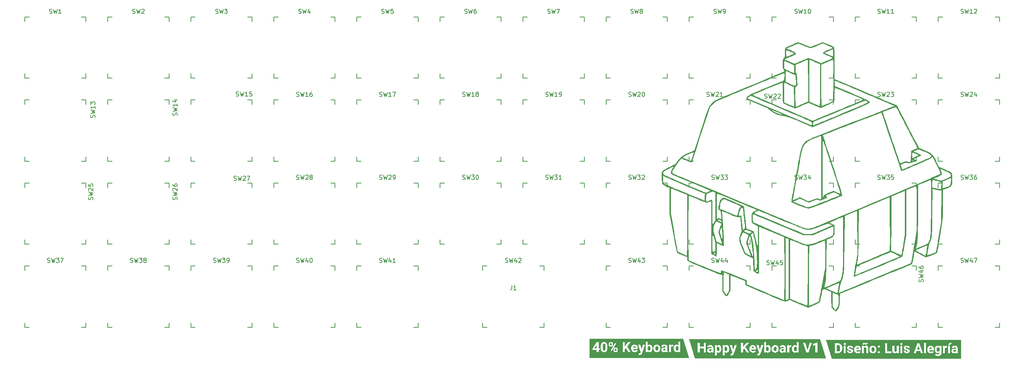
<source format=gbr>
%TF.GenerationSoftware,KiCad,Pcbnew,(6.0.11)*%
%TF.CreationDate,2023-04-14T22:13:07-06:00*%
%TF.ProjectId,JL Planck,4a4c2050-6c61-46e6-936b-2e6b69636164,rev?*%
%TF.SameCoordinates,Original*%
%TF.FileFunction,Legend,Top*%
%TF.FilePolarity,Positive*%
%FSLAX46Y46*%
G04 Gerber Fmt 4.6, Leading zero omitted, Abs format (unit mm)*
G04 Created by KiCad (PCBNEW (6.0.11)) date 2023-04-14 22:13:07*
%MOMM*%
%LPD*%
G01*
G04 APERTURE LIST*
%ADD10C,0.150000*%
G04 APERTURE END LIST*
D10*
%TO.C,J1*%
X173718347Y-115901629D02*
X173718347Y-116615915D01*
X173670728Y-116758772D01*
X173575490Y-116854010D01*
X173432633Y-116901629D01*
X173337395Y-116901629D01*
X174718347Y-116901629D02*
X174146919Y-116901629D01*
X174432633Y-116901629D02*
X174432633Y-115901629D01*
X174337395Y-116044487D01*
X174242157Y-116139725D01*
X174146919Y-116187344D01*
%TO.C,SW26*%
X97113442Y-96278772D02*
X97161061Y-96135915D01*
X97161061Y-95897820D01*
X97113442Y-95802582D01*
X97065823Y-95754963D01*
X96970585Y-95707344D01*
X96875347Y-95707344D01*
X96780109Y-95754963D01*
X96732490Y-95802582D01*
X96684871Y-95897820D01*
X96637252Y-96088296D01*
X96589633Y-96183534D01*
X96542014Y-96231153D01*
X96446776Y-96278772D01*
X96351538Y-96278772D01*
X96256300Y-96231153D01*
X96208681Y-96183534D01*
X96161061Y-96088296D01*
X96161061Y-95850201D01*
X96208681Y-95707344D01*
X96161061Y-95374010D02*
X97161061Y-95135915D01*
X96446776Y-94945439D01*
X97161061Y-94754963D01*
X96161061Y-94516868D01*
X96256300Y-94183534D02*
X96208681Y-94135915D01*
X96161061Y-94040677D01*
X96161061Y-93802582D01*
X96208681Y-93707344D01*
X96256300Y-93659725D01*
X96351538Y-93612106D01*
X96446776Y-93612106D01*
X96589633Y-93659725D01*
X97161061Y-94231153D01*
X97161061Y-93612106D01*
X96161061Y-92754963D02*
X96161061Y-92945439D01*
X96208681Y-93040677D01*
X96256300Y-93088296D01*
X96399157Y-93183534D01*
X96589633Y-93231153D01*
X96970585Y-93231153D01*
X97065823Y-93183534D01*
X97113442Y-93135915D01*
X97161061Y-93040677D01*
X97161061Y-92850201D01*
X97113442Y-92754963D01*
X97065823Y-92707344D01*
X96970585Y-92659725D01*
X96732490Y-92659725D01*
X96637252Y-92707344D01*
X96589633Y-92754963D01*
X96542014Y-92850201D01*
X96542014Y-93040677D01*
X96589633Y-93135915D01*
X96637252Y-93183534D01*
X96732490Y-93231153D01*
%TO.C,SW25*%
X77809442Y-96278772D02*
X77857061Y-96135915D01*
X77857061Y-95897820D01*
X77809442Y-95802582D01*
X77761823Y-95754963D01*
X77666585Y-95707344D01*
X77571347Y-95707344D01*
X77476109Y-95754963D01*
X77428490Y-95802582D01*
X77380871Y-95897820D01*
X77333252Y-96088296D01*
X77285633Y-96183534D01*
X77238014Y-96231153D01*
X77142776Y-96278772D01*
X77047538Y-96278772D01*
X76952300Y-96231153D01*
X76904681Y-96183534D01*
X76857061Y-96088296D01*
X76857061Y-95850201D01*
X76904681Y-95707344D01*
X76857061Y-95374010D02*
X77857061Y-95135915D01*
X77142776Y-94945439D01*
X77857061Y-94754963D01*
X76857061Y-94516868D01*
X76952300Y-94183534D02*
X76904681Y-94135915D01*
X76857061Y-94040677D01*
X76857061Y-93802582D01*
X76904681Y-93707344D01*
X76952300Y-93659725D01*
X77047538Y-93612106D01*
X77142776Y-93612106D01*
X77285633Y-93659725D01*
X77857061Y-94231153D01*
X77857061Y-93612106D01*
X76857061Y-92707344D02*
X76857061Y-93183534D01*
X77333252Y-93231153D01*
X77285633Y-93183534D01*
X77238014Y-93088296D01*
X77238014Y-92850201D01*
X77285633Y-92754963D01*
X77333252Y-92707344D01*
X77428490Y-92659725D01*
X77666585Y-92659725D01*
X77761823Y-92707344D01*
X77809442Y-92754963D01*
X77857061Y-92850201D01*
X77857061Y-93088296D01*
X77809442Y-93183534D01*
X77761823Y-93231153D01*
%TO.C,SW18*%
X162467157Y-72599010D02*
X162610014Y-72646629D01*
X162848109Y-72646629D01*
X162943347Y-72599010D01*
X162990966Y-72551391D01*
X163038585Y-72456153D01*
X163038585Y-72360915D01*
X162990966Y-72265677D01*
X162943347Y-72218058D01*
X162848109Y-72170439D01*
X162657633Y-72122820D01*
X162562395Y-72075201D01*
X162514776Y-72027582D01*
X162467157Y-71932344D01*
X162467157Y-71837106D01*
X162514776Y-71741868D01*
X162562395Y-71694249D01*
X162657633Y-71646629D01*
X162895728Y-71646629D01*
X163038585Y-71694249D01*
X163371919Y-71646629D02*
X163610014Y-72646629D01*
X163800490Y-71932344D01*
X163990966Y-72646629D01*
X164229061Y-71646629D01*
X165133823Y-72646629D02*
X164562395Y-72646629D01*
X164848109Y-72646629D02*
X164848109Y-71646629D01*
X164752871Y-71789487D01*
X164657633Y-71884725D01*
X164562395Y-71932344D01*
X165705252Y-72075201D02*
X165610014Y-72027582D01*
X165562395Y-71979963D01*
X165514776Y-71884725D01*
X165514776Y-71837106D01*
X165562395Y-71741868D01*
X165610014Y-71694249D01*
X165705252Y-71646629D01*
X165895728Y-71646629D01*
X165990966Y-71694249D01*
X166038585Y-71741868D01*
X166086204Y-71837106D01*
X166086204Y-71884725D01*
X166038585Y-71979963D01*
X165990966Y-72027582D01*
X165895728Y-72075201D01*
X165705252Y-72075201D01*
X165610014Y-72122820D01*
X165562395Y-72170439D01*
X165514776Y-72265677D01*
X165514776Y-72456153D01*
X165562395Y-72551391D01*
X165610014Y-72599010D01*
X165705252Y-72646629D01*
X165895728Y-72646629D01*
X165990966Y-72599010D01*
X166038585Y-72551391D01*
X166086204Y-72456153D01*
X166086204Y-72265677D01*
X166038585Y-72170439D01*
X165990966Y-72122820D01*
X165895728Y-72075201D01*
%TO.C,SW44*%
X219467157Y-110599010D02*
X219610014Y-110646629D01*
X219848109Y-110646629D01*
X219943347Y-110599010D01*
X219990966Y-110551391D01*
X220038585Y-110456153D01*
X220038585Y-110360915D01*
X219990966Y-110265677D01*
X219943347Y-110218058D01*
X219848109Y-110170439D01*
X219657633Y-110122820D01*
X219562395Y-110075201D01*
X219514776Y-110027582D01*
X219467157Y-109932344D01*
X219467157Y-109837106D01*
X219514776Y-109741868D01*
X219562395Y-109694249D01*
X219657633Y-109646629D01*
X219895728Y-109646629D01*
X220038585Y-109694249D01*
X220371919Y-109646629D02*
X220610014Y-110646629D01*
X220800490Y-109932344D01*
X220990966Y-110646629D01*
X221229061Y-109646629D01*
X222038585Y-109979963D02*
X222038585Y-110646629D01*
X221800490Y-109599010D02*
X221562395Y-110313296D01*
X222181442Y-110313296D01*
X222990966Y-109979963D02*
X222990966Y-110646629D01*
X222752871Y-109599010D02*
X222514776Y-110313296D01*
X223133823Y-110313296D01*
%TO.C,SW14*%
X97113442Y-76974772D02*
X97161061Y-76831915D01*
X97161061Y-76593820D01*
X97113442Y-76498582D01*
X97065823Y-76450963D01*
X96970585Y-76403344D01*
X96875347Y-76403344D01*
X96780109Y-76450963D01*
X96732490Y-76498582D01*
X96684871Y-76593820D01*
X96637252Y-76784296D01*
X96589633Y-76879534D01*
X96542014Y-76927153D01*
X96446776Y-76974772D01*
X96351538Y-76974772D01*
X96256300Y-76927153D01*
X96208681Y-76879534D01*
X96161061Y-76784296D01*
X96161061Y-76546201D01*
X96208681Y-76403344D01*
X96161061Y-76070010D02*
X97161061Y-75831915D01*
X96446776Y-75641439D01*
X97161061Y-75450963D01*
X96161061Y-75212868D01*
X97161061Y-74308106D02*
X97161061Y-74879534D01*
X97161061Y-74593820D02*
X96161061Y-74593820D01*
X96303919Y-74689058D01*
X96399157Y-74784296D01*
X96446776Y-74879534D01*
X96494395Y-73450963D02*
X97161061Y-73450963D01*
X96113442Y-73689058D02*
X96827728Y-73927153D01*
X96827728Y-73308106D01*
%TO.C,SW29*%
X143467157Y-91599010D02*
X143610014Y-91646629D01*
X143848109Y-91646629D01*
X143943347Y-91599010D01*
X143990966Y-91551391D01*
X144038585Y-91456153D01*
X144038585Y-91360915D01*
X143990966Y-91265677D01*
X143943347Y-91218058D01*
X143848109Y-91170439D01*
X143657633Y-91122820D01*
X143562395Y-91075201D01*
X143514776Y-91027582D01*
X143467157Y-90932344D01*
X143467157Y-90837106D01*
X143514776Y-90741868D01*
X143562395Y-90694249D01*
X143657633Y-90646629D01*
X143895728Y-90646629D01*
X144038585Y-90694249D01*
X144371919Y-90646629D02*
X144610014Y-91646629D01*
X144800490Y-90932344D01*
X144990966Y-91646629D01*
X145229061Y-90646629D01*
X145562395Y-90741868D02*
X145610014Y-90694249D01*
X145705252Y-90646629D01*
X145943347Y-90646629D01*
X146038585Y-90694249D01*
X146086204Y-90741868D01*
X146133823Y-90837106D01*
X146133823Y-90932344D01*
X146086204Y-91075201D01*
X145514776Y-91646629D01*
X146133823Y-91646629D01*
X146610014Y-91646629D02*
X146800490Y-91646629D01*
X146895728Y-91599010D01*
X146943347Y-91551391D01*
X147038585Y-91408534D01*
X147086204Y-91218058D01*
X147086204Y-90837106D01*
X147038585Y-90741868D01*
X146990966Y-90694249D01*
X146895728Y-90646629D01*
X146705252Y-90646629D01*
X146610014Y-90694249D01*
X146562395Y-90741868D01*
X146514776Y-90837106D01*
X146514776Y-91075201D01*
X146562395Y-91170439D01*
X146610014Y-91218058D01*
X146705252Y-91265677D01*
X146895728Y-91265677D01*
X146990966Y-91218058D01*
X147038585Y-91170439D01*
X147086204Y-91075201D01*
%TO.C,SW20*%
X200467157Y-72599010D02*
X200610014Y-72646629D01*
X200848109Y-72646629D01*
X200943347Y-72599010D01*
X200990966Y-72551391D01*
X201038585Y-72456153D01*
X201038585Y-72360915D01*
X200990966Y-72265677D01*
X200943347Y-72218058D01*
X200848109Y-72170439D01*
X200657633Y-72122820D01*
X200562395Y-72075201D01*
X200514776Y-72027582D01*
X200467157Y-71932344D01*
X200467157Y-71837106D01*
X200514776Y-71741868D01*
X200562395Y-71694249D01*
X200657633Y-71646629D01*
X200895728Y-71646629D01*
X201038585Y-71694249D01*
X201371919Y-71646629D02*
X201610014Y-72646629D01*
X201800490Y-71932344D01*
X201990966Y-72646629D01*
X202229061Y-71646629D01*
X202562395Y-71741868D02*
X202610014Y-71694249D01*
X202705252Y-71646629D01*
X202943347Y-71646629D01*
X203038585Y-71694249D01*
X203086204Y-71741868D01*
X203133823Y-71837106D01*
X203133823Y-71932344D01*
X203086204Y-72075201D01*
X202514776Y-72646629D01*
X203133823Y-72646629D01*
X203752871Y-71646629D02*
X203848109Y-71646629D01*
X203943347Y-71694249D01*
X203990966Y-71741868D01*
X204038585Y-71837106D01*
X204086204Y-72027582D01*
X204086204Y-72265677D01*
X204038585Y-72456153D01*
X203990966Y-72551391D01*
X203943347Y-72599010D01*
X203848109Y-72646629D01*
X203752871Y-72646629D01*
X203657633Y-72599010D01*
X203610014Y-72551391D01*
X203562395Y-72456153D01*
X203514776Y-72265677D01*
X203514776Y-72027582D01*
X203562395Y-71837106D01*
X203610014Y-71741868D01*
X203657633Y-71694249D01*
X203752871Y-71646629D01*
%TO.C,SW23*%
X257467157Y-72599010D02*
X257610014Y-72646629D01*
X257848109Y-72646629D01*
X257943347Y-72599010D01*
X257990966Y-72551391D01*
X258038585Y-72456153D01*
X258038585Y-72360915D01*
X257990966Y-72265677D01*
X257943347Y-72218058D01*
X257848109Y-72170439D01*
X257657633Y-72122820D01*
X257562395Y-72075201D01*
X257514776Y-72027582D01*
X257467157Y-71932344D01*
X257467157Y-71837106D01*
X257514776Y-71741868D01*
X257562395Y-71694249D01*
X257657633Y-71646629D01*
X257895728Y-71646629D01*
X258038585Y-71694249D01*
X258371919Y-71646629D02*
X258610014Y-72646629D01*
X258800490Y-71932344D01*
X258990966Y-72646629D01*
X259229061Y-71646629D01*
X259562395Y-71741868D02*
X259610014Y-71694249D01*
X259705252Y-71646629D01*
X259943347Y-71646629D01*
X260038585Y-71694249D01*
X260086204Y-71741868D01*
X260133823Y-71837106D01*
X260133823Y-71932344D01*
X260086204Y-72075201D01*
X259514776Y-72646629D01*
X260133823Y-72646629D01*
X260467157Y-71646629D02*
X261086204Y-71646629D01*
X260752871Y-72027582D01*
X260895728Y-72027582D01*
X260990966Y-72075201D01*
X261038585Y-72122820D01*
X261086204Y-72218058D01*
X261086204Y-72456153D01*
X261038585Y-72551391D01*
X260990966Y-72599010D01*
X260895728Y-72646629D01*
X260610014Y-72646629D01*
X260514776Y-72599010D01*
X260467157Y-72551391D01*
%TO.C,SW16*%
X124467157Y-72599010D02*
X124610014Y-72646629D01*
X124848109Y-72646629D01*
X124943347Y-72599010D01*
X124990966Y-72551391D01*
X125038585Y-72456153D01*
X125038585Y-72360915D01*
X124990966Y-72265677D01*
X124943347Y-72218058D01*
X124848109Y-72170439D01*
X124657633Y-72122820D01*
X124562395Y-72075201D01*
X124514776Y-72027582D01*
X124467157Y-71932344D01*
X124467157Y-71837106D01*
X124514776Y-71741868D01*
X124562395Y-71694249D01*
X124657633Y-71646629D01*
X124895728Y-71646629D01*
X125038585Y-71694249D01*
X125371919Y-71646629D02*
X125610014Y-72646629D01*
X125800490Y-71932344D01*
X125990966Y-72646629D01*
X126229061Y-71646629D01*
X127133823Y-72646629D02*
X126562395Y-72646629D01*
X126848109Y-72646629D02*
X126848109Y-71646629D01*
X126752871Y-71789487D01*
X126657633Y-71884725D01*
X126562395Y-71932344D01*
X127990966Y-71646629D02*
X127800490Y-71646629D01*
X127705252Y-71694249D01*
X127657633Y-71741868D01*
X127562395Y-71884725D01*
X127514776Y-72075201D01*
X127514776Y-72456153D01*
X127562395Y-72551391D01*
X127610014Y-72599010D01*
X127705252Y-72646629D01*
X127895728Y-72646629D01*
X127990966Y-72599010D01*
X128038585Y-72551391D01*
X128086204Y-72456153D01*
X128086204Y-72218058D01*
X128038585Y-72122820D01*
X127990966Y-72075201D01*
X127895728Y-72027582D01*
X127705252Y-72027582D01*
X127610014Y-72075201D01*
X127562395Y-72122820D01*
X127514776Y-72218058D01*
%TO.C,SW30*%
X162467157Y-91599010D02*
X162610014Y-91646629D01*
X162848109Y-91646629D01*
X162943347Y-91599010D01*
X162990966Y-91551391D01*
X163038585Y-91456153D01*
X163038585Y-91360915D01*
X162990966Y-91265677D01*
X162943347Y-91218058D01*
X162848109Y-91170439D01*
X162657633Y-91122820D01*
X162562395Y-91075201D01*
X162514776Y-91027582D01*
X162467157Y-90932344D01*
X162467157Y-90837106D01*
X162514776Y-90741868D01*
X162562395Y-90694249D01*
X162657633Y-90646629D01*
X162895728Y-90646629D01*
X163038585Y-90694249D01*
X163371919Y-90646629D02*
X163610014Y-91646629D01*
X163800490Y-90932344D01*
X163990966Y-91646629D01*
X164229061Y-90646629D01*
X164514776Y-90646629D02*
X165133823Y-90646629D01*
X164800490Y-91027582D01*
X164943347Y-91027582D01*
X165038585Y-91075201D01*
X165086204Y-91122820D01*
X165133823Y-91218058D01*
X165133823Y-91456153D01*
X165086204Y-91551391D01*
X165038585Y-91599010D01*
X164943347Y-91646629D01*
X164657633Y-91646629D01*
X164562395Y-91599010D01*
X164514776Y-91551391D01*
X165752871Y-90646629D02*
X165848109Y-90646629D01*
X165943347Y-90694249D01*
X165990966Y-90741868D01*
X166038585Y-90837106D01*
X166086204Y-91027582D01*
X166086204Y-91265677D01*
X166038585Y-91456153D01*
X165990966Y-91551391D01*
X165943347Y-91599010D01*
X165848109Y-91646629D01*
X165752871Y-91646629D01*
X165657633Y-91599010D01*
X165610014Y-91551391D01*
X165562395Y-91456153D01*
X165514776Y-91265677D01*
X165514776Y-91027582D01*
X165562395Y-90837106D01*
X165610014Y-90741868D01*
X165657633Y-90694249D01*
X165752871Y-90646629D01*
%TO.C,SW36*%
X276467157Y-91599010D02*
X276610014Y-91646629D01*
X276848109Y-91646629D01*
X276943347Y-91599010D01*
X276990966Y-91551391D01*
X277038585Y-91456153D01*
X277038585Y-91360915D01*
X276990966Y-91265677D01*
X276943347Y-91218058D01*
X276848109Y-91170439D01*
X276657633Y-91122820D01*
X276562395Y-91075201D01*
X276514776Y-91027582D01*
X276467157Y-90932344D01*
X276467157Y-90837106D01*
X276514776Y-90741868D01*
X276562395Y-90694249D01*
X276657633Y-90646629D01*
X276895728Y-90646629D01*
X277038585Y-90694249D01*
X277371919Y-90646629D02*
X277610014Y-91646629D01*
X277800490Y-90932344D01*
X277990966Y-91646629D01*
X278229061Y-90646629D01*
X278514776Y-90646629D02*
X279133823Y-90646629D01*
X278800490Y-91027582D01*
X278943347Y-91027582D01*
X279038585Y-91075201D01*
X279086204Y-91122820D01*
X279133823Y-91218058D01*
X279133823Y-91456153D01*
X279086204Y-91551391D01*
X279038585Y-91599010D01*
X278943347Y-91646629D01*
X278657633Y-91646629D01*
X278562395Y-91599010D01*
X278514776Y-91551391D01*
X279990966Y-90646629D02*
X279800490Y-90646629D01*
X279705252Y-90694249D01*
X279657633Y-90741868D01*
X279562395Y-90884725D01*
X279514776Y-91075201D01*
X279514776Y-91456153D01*
X279562395Y-91551391D01*
X279610014Y-91599010D01*
X279705252Y-91646629D01*
X279895728Y-91646629D01*
X279990966Y-91599010D01*
X280038585Y-91551391D01*
X280086204Y-91456153D01*
X280086204Y-91218058D01*
X280038585Y-91122820D01*
X279990966Y-91075201D01*
X279895728Y-91027582D01*
X279705252Y-91027582D01*
X279610014Y-91075201D01*
X279562395Y-91122820D01*
X279514776Y-91218058D01*
%TO.C,SW42*%
X172242157Y-110599010D02*
X172385014Y-110646629D01*
X172623109Y-110646629D01*
X172718347Y-110599010D01*
X172765966Y-110551391D01*
X172813585Y-110456153D01*
X172813585Y-110360915D01*
X172765966Y-110265677D01*
X172718347Y-110218058D01*
X172623109Y-110170439D01*
X172432633Y-110122820D01*
X172337395Y-110075201D01*
X172289776Y-110027582D01*
X172242157Y-109932344D01*
X172242157Y-109837106D01*
X172289776Y-109741868D01*
X172337395Y-109694249D01*
X172432633Y-109646629D01*
X172670728Y-109646629D01*
X172813585Y-109694249D01*
X173146919Y-109646629D02*
X173385014Y-110646629D01*
X173575490Y-109932344D01*
X173765966Y-110646629D01*
X174004061Y-109646629D01*
X174813585Y-109979963D02*
X174813585Y-110646629D01*
X174575490Y-109599010D02*
X174337395Y-110313296D01*
X174956442Y-110313296D01*
X175289776Y-109741868D02*
X175337395Y-109694249D01*
X175432633Y-109646629D01*
X175670728Y-109646629D01*
X175765966Y-109694249D01*
X175813585Y-109741868D01*
X175861204Y-109837106D01*
X175861204Y-109932344D01*
X175813585Y-110075201D01*
X175242157Y-110646629D01*
X175861204Y-110646629D01*
%TO.C,SW8*%
X200943347Y-53599010D02*
X201086204Y-53646629D01*
X201324300Y-53646629D01*
X201419538Y-53599010D01*
X201467157Y-53551391D01*
X201514776Y-53456153D01*
X201514776Y-53360915D01*
X201467157Y-53265677D01*
X201419538Y-53218058D01*
X201324300Y-53170439D01*
X201133823Y-53122820D01*
X201038585Y-53075201D01*
X200990966Y-53027582D01*
X200943347Y-52932344D01*
X200943347Y-52837106D01*
X200990966Y-52741868D01*
X201038585Y-52694249D01*
X201133823Y-52646629D01*
X201371919Y-52646629D01*
X201514776Y-52694249D01*
X201848109Y-52646629D02*
X202086204Y-53646629D01*
X202276681Y-52932344D01*
X202467157Y-53646629D01*
X202705252Y-52646629D01*
X203229061Y-53075201D02*
X203133823Y-53027582D01*
X203086204Y-52979963D01*
X203038585Y-52884725D01*
X203038585Y-52837106D01*
X203086204Y-52741868D01*
X203133823Y-52694249D01*
X203229061Y-52646629D01*
X203419538Y-52646629D01*
X203514776Y-52694249D01*
X203562395Y-52741868D01*
X203610014Y-52837106D01*
X203610014Y-52884725D01*
X203562395Y-52979963D01*
X203514776Y-53027582D01*
X203419538Y-53075201D01*
X203229061Y-53075201D01*
X203133823Y-53122820D01*
X203086204Y-53170439D01*
X203038585Y-53265677D01*
X203038585Y-53456153D01*
X203086204Y-53551391D01*
X203133823Y-53599010D01*
X203229061Y-53646629D01*
X203419538Y-53646629D01*
X203514776Y-53599010D01*
X203562395Y-53551391D01*
X203610014Y-53456153D01*
X203610014Y-53265677D01*
X203562395Y-53170439D01*
X203514776Y-53122820D01*
X203419538Y-53075201D01*
%TO.C,SW37*%
X67467157Y-110599010D02*
X67610014Y-110646629D01*
X67848109Y-110646629D01*
X67943347Y-110599010D01*
X67990966Y-110551391D01*
X68038585Y-110456153D01*
X68038585Y-110360915D01*
X67990966Y-110265677D01*
X67943347Y-110218058D01*
X67848109Y-110170439D01*
X67657633Y-110122820D01*
X67562395Y-110075201D01*
X67514776Y-110027582D01*
X67467157Y-109932344D01*
X67467157Y-109837106D01*
X67514776Y-109741868D01*
X67562395Y-109694249D01*
X67657633Y-109646629D01*
X67895728Y-109646629D01*
X68038585Y-109694249D01*
X68371919Y-109646629D02*
X68610014Y-110646629D01*
X68800490Y-109932344D01*
X68990966Y-110646629D01*
X69229061Y-109646629D01*
X69514776Y-109646629D02*
X70133823Y-109646629D01*
X69800490Y-110027582D01*
X69943347Y-110027582D01*
X70038585Y-110075201D01*
X70086204Y-110122820D01*
X70133823Y-110218058D01*
X70133823Y-110456153D01*
X70086204Y-110551391D01*
X70038585Y-110599010D01*
X69943347Y-110646629D01*
X69657633Y-110646629D01*
X69562395Y-110599010D01*
X69514776Y-110551391D01*
X70467157Y-109646629D02*
X71133823Y-109646629D01*
X70705252Y-110646629D01*
%TO.C,SW39*%
X105467157Y-110599010D02*
X105610014Y-110646629D01*
X105848109Y-110646629D01*
X105943347Y-110599010D01*
X105990966Y-110551391D01*
X106038585Y-110456153D01*
X106038585Y-110360915D01*
X105990966Y-110265677D01*
X105943347Y-110218058D01*
X105848109Y-110170439D01*
X105657633Y-110122820D01*
X105562395Y-110075201D01*
X105514776Y-110027582D01*
X105467157Y-109932344D01*
X105467157Y-109837106D01*
X105514776Y-109741868D01*
X105562395Y-109694249D01*
X105657633Y-109646629D01*
X105895728Y-109646629D01*
X106038585Y-109694249D01*
X106371919Y-109646629D02*
X106610014Y-110646629D01*
X106800490Y-109932344D01*
X106990966Y-110646629D01*
X107229061Y-109646629D01*
X107514776Y-109646629D02*
X108133823Y-109646629D01*
X107800490Y-110027582D01*
X107943347Y-110027582D01*
X108038585Y-110075201D01*
X108086204Y-110122820D01*
X108133823Y-110218058D01*
X108133823Y-110456153D01*
X108086204Y-110551391D01*
X108038585Y-110599010D01*
X107943347Y-110646629D01*
X107657633Y-110646629D01*
X107562395Y-110599010D01*
X107514776Y-110551391D01*
X108610014Y-110646629D02*
X108800490Y-110646629D01*
X108895728Y-110599010D01*
X108943347Y-110551391D01*
X109038585Y-110408534D01*
X109086204Y-110218058D01*
X109086204Y-109837106D01*
X109038585Y-109741868D01*
X108990966Y-109694249D01*
X108895728Y-109646629D01*
X108705252Y-109646629D01*
X108610014Y-109694249D01*
X108562395Y-109741868D01*
X108514776Y-109837106D01*
X108514776Y-110075201D01*
X108562395Y-110170439D01*
X108610014Y-110218058D01*
X108705252Y-110265677D01*
X108895728Y-110265677D01*
X108990966Y-110218058D01*
X109038585Y-110170439D01*
X109086204Y-110075201D01*
%TO.C,SW34*%
X238467157Y-91599010D02*
X238610014Y-91646629D01*
X238848109Y-91646629D01*
X238943347Y-91599010D01*
X238990966Y-91551391D01*
X239038585Y-91456153D01*
X239038585Y-91360915D01*
X238990966Y-91265677D01*
X238943347Y-91218058D01*
X238848109Y-91170439D01*
X238657633Y-91122820D01*
X238562395Y-91075201D01*
X238514776Y-91027582D01*
X238467157Y-90932344D01*
X238467157Y-90837106D01*
X238514776Y-90741868D01*
X238562395Y-90694249D01*
X238657633Y-90646629D01*
X238895728Y-90646629D01*
X239038585Y-90694249D01*
X239371919Y-90646629D02*
X239610014Y-91646629D01*
X239800490Y-90932344D01*
X239990966Y-91646629D01*
X240229061Y-90646629D01*
X240514776Y-90646629D02*
X241133823Y-90646629D01*
X240800490Y-91027582D01*
X240943347Y-91027582D01*
X241038585Y-91075201D01*
X241086204Y-91122820D01*
X241133823Y-91218058D01*
X241133823Y-91456153D01*
X241086204Y-91551391D01*
X241038585Y-91599010D01*
X240943347Y-91646629D01*
X240657633Y-91646629D01*
X240562395Y-91599010D01*
X240514776Y-91551391D01*
X241990966Y-90979963D02*
X241990966Y-91646629D01*
X241752871Y-90599010D02*
X241514776Y-91313296D01*
X242133823Y-91313296D01*
%TO.C,SW31*%
X181467157Y-91599010D02*
X181610014Y-91646629D01*
X181848109Y-91646629D01*
X181943347Y-91599010D01*
X181990966Y-91551391D01*
X182038585Y-91456153D01*
X182038585Y-91360915D01*
X181990966Y-91265677D01*
X181943347Y-91218058D01*
X181848109Y-91170439D01*
X181657633Y-91122820D01*
X181562395Y-91075201D01*
X181514776Y-91027582D01*
X181467157Y-90932344D01*
X181467157Y-90837106D01*
X181514776Y-90741868D01*
X181562395Y-90694249D01*
X181657633Y-90646629D01*
X181895728Y-90646629D01*
X182038585Y-90694249D01*
X182371919Y-90646629D02*
X182610014Y-91646629D01*
X182800490Y-90932344D01*
X182990966Y-91646629D01*
X183229061Y-90646629D01*
X183514776Y-90646629D02*
X184133823Y-90646629D01*
X183800490Y-91027582D01*
X183943347Y-91027582D01*
X184038585Y-91075201D01*
X184086204Y-91122820D01*
X184133823Y-91218058D01*
X184133823Y-91456153D01*
X184086204Y-91551391D01*
X184038585Y-91599010D01*
X183943347Y-91646629D01*
X183657633Y-91646629D01*
X183562395Y-91599010D01*
X183514776Y-91551391D01*
X185086204Y-91646629D02*
X184514776Y-91646629D01*
X184800490Y-91646629D02*
X184800490Y-90646629D01*
X184705252Y-90789487D01*
X184610014Y-90884725D01*
X184514776Y-90932344D01*
%TO.C,SW40*%
X124467157Y-110599010D02*
X124610014Y-110646629D01*
X124848109Y-110646629D01*
X124943347Y-110599010D01*
X124990966Y-110551391D01*
X125038585Y-110456153D01*
X125038585Y-110360915D01*
X124990966Y-110265677D01*
X124943347Y-110218058D01*
X124848109Y-110170439D01*
X124657633Y-110122820D01*
X124562395Y-110075201D01*
X124514776Y-110027582D01*
X124467157Y-109932344D01*
X124467157Y-109837106D01*
X124514776Y-109741868D01*
X124562395Y-109694249D01*
X124657633Y-109646629D01*
X124895728Y-109646629D01*
X125038585Y-109694249D01*
X125371919Y-109646629D02*
X125610014Y-110646629D01*
X125800490Y-109932344D01*
X125990966Y-110646629D01*
X126229061Y-109646629D01*
X127038585Y-109979963D02*
X127038585Y-110646629D01*
X126800490Y-109599010D02*
X126562395Y-110313296D01*
X127181442Y-110313296D01*
X127752871Y-109646629D02*
X127848109Y-109646629D01*
X127943347Y-109694249D01*
X127990966Y-109741868D01*
X128038585Y-109837106D01*
X128086204Y-110027582D01*
X128086204Y-110265677D01*
X128038585Y-110456153D01*
X127990966Y-110551391D01*
X127943347Y-110599010D01*
X127848109Y-110646629D01*
X127752871Y-110646629D01*
X127657633Y-110599010D01*
X127610014Y-110551391D01*
X127562395Y-110456153D01*
X127514776Y-110265677D01*
X127514776Y-110027582D01*
X127562395Y-109837106D01*
X127610014Y-109741868D01*
X127657633Y-109694249D01*
X127752871Y-109646629D01*
%TO.C,SW35*%
X257467157Y-91599010D02*
X257610014Y-91646629D01*
X257848109Y-91646629D01*
X257943347Y-91599010D01*
X257990966Y-91551391D01*
X258038585Y-91456153D01*
X258038585Y-91360915D01*
X257990966Y-91265677D01*
X257943347Y-91218058D01*
X257848109Y-91170439D01*
X257657633Y-91122820D01*
X257562395Y-91075201D01*
X257514776Y-91027582D01*
X257467157Y-90932344D01*
X257467157Y-90837106D01*
X257514776Y-90741868D01*
X257562395Y-90694249D01*
X257657633Y-90646629D01*
X257895728Y-90646629D01*
X258038585Y-90694249D01*
X258371919Y-90646629D02*
X258610014Y-91646629D01*
X258800490Y-90932344D01*
X258990966Y-91646629D01*
X259229061Y-90646629D01*
X259514776Y-90646629D02*
X260133823Y-90646629D01*
X259800490Y-91027582D01*
X259943347Y-91027582D01*
X260038585Y-91075201D01*
X260086204Y-91122820D01*
X260133823Y-91218058D01*
X260133823Y-91456153D01*
X260086204Y-91551391D01*
X260038585Y-91599010D01*
X259943347Y-91646629D01*
X259657633Y-91646629D01*
X259562395Y-91599010D01*
X259514776Y-91551391D01*
X261038585Y-90646629D02*
X260562395Y-90646629D01*
X260514776Y-91122820D01*
X260562395Y-91075201D01*
X260657633Y-91027582D01*
X260895728Y-91027582D01*
X260990966Y-91075201D01*
X261038585Y-91122820D01*
X261086204Y-91218058D01*
X261086204Y-91456153D01*
X261038585Y-91551391D01*
X260990966Y-91599010D01*
X260895728Y-91646629D01*
X260657633Y-91646629D01*
X260562395Y-91599010D01*
X260514776Y-91551391D01*
%TO.C,SW38*%
X86467157Y-110599010D02*
X86610014Y-110646629D01*
X86848109Y-110646629D01*
X86943347Y-110599010D01*
X86990966Y-110551391D01*
X87038585Y-110456153D01*
X87038585Y-110360915D01*
X86990966Y-110265677D01*
X86943347Y-110218058D01*
X86848109Y-110170439D01*
X86657633Y-110122820D01*
X86562395Y-110075201D01*
X86514776Y-110027582D01*
X86467157Y-109932344D01*
X86467157Y-109837106D01*
X86514776Y-109741868D01*
X86562395Y-109694249D01*
X86657633Y-109646629D01*
X86895728Y-109646629D01*
X87038585Y-109694249D01*
X87371919Y-109646629D02*
X87610014Y-110646629D01*
X87800490Y-109932344D01*
X87990966Y-110646629D01*
X88229061Y-109646629D01*
X88514776Y-109646629D02*
X89133823Y-109646629D01*
X88800490Y-110027582D01*
X88943347Y-110027582D01*
X89038585Y-110075201D01*
X89086204Y-110122820D01*
X89133823Y-110218058D01*
X89133823Y-110456153D01*
X89086204Y-110551391D01*
X89038585Y-110599010D01*
X88943347Y-110646629D01*
X88657633Y-110646629D01*
X88562395Y-110599010D01*
X88514776Y-110551391D01*
X89705252Y-110075201D02*
X89610014Y-110027582D01*
X89562395Y-109979963D01*
X89514776Y-109884725D01*
X89514776Y-109837106D01*
X89562395Y-109741868D01*
X89610014Y-109694249D01*
X89705252Y-109646629D01*
X89895728Y-109646629D01*
X89990966Y-109694249D01*
X90038585Y-109741868D01*
X90086204Y-109837106D01*
X90086204Y-109884725D01*
X90038585Y-109979963D01*
X89990966Y-110027582D01*
X89895728Y-110075201D01*
X89705252Y-110075201D01*
X89610014Y-110122820D01*
X89562395Y-110170439D01*
X89514776Y-110265677D01*
X89514776Y-110456153D01*
X89562395Y-110551391D01*
X89610014Y-110599010D01*
X89705252Y-110646629D01*
X89895728Y-110646629D01*
X89990966Y-110599010D01*
X90038585Y-110551391D01*
X90086204Y-110456153D01*
X90086204Y-110265677D01*
X90038585Y-110170439D01*
X89990966Y-110122820D01*
X89895728Y-110075201D01*
%TO.C,SW10*%
X238467157Y-53599010D02*
X238610014Y-53646629D01*
X238848109Y-53646629D01*
X238943347Y-53599010D01*
X238990966Y-53551391D01*
X239038585Y-53456153D01*
X239038585Y-53360915D01*
X238990966Y-53265677D01*
X238943347Y-53218058D01*
X238848109Y-53170439D01*
X238657633Y-53122820D01*
X238562395Y-53075201D01*
X238514776Y-53027582D01*
X238467157Y-52932344D01*
X238467157Y-52837106D01*
X238514776Y-52741868D01*
X238562395Y-52694249D01*
X238657633Y-52646629D01*
X238895728Y-52646629D01*
X239038585Y-52694249D01*
X239371919Y-52646629D02*
X239610014Y-53646629D01*
X239800490Y-52932344D01*
X239990966Y-53646629D01*
X240229061Y-52646629D01*
X241133823Y-53646629D02*
X240562395Y-53646629D01*
X240848109Y-53646629D02*
X240848109Y-52646629D01*
X240752871Y-52789487D01*
X240657633Y-52884725D01*
X240562395Y-52932344D01*
X241752871Y-52646629D02*
X241848109Y-52646629D01*
X241943347Y-52694249D01*
X241990966Y-52741868D01*
X242038585Y-52837106D01*
X242086204Y-53027582D01*
X242086204Y-53265677D01*
X242038585Y-53456153D01*
X241990966Y-53551391D01*
X241943347Y-53599010D01*
X241848109Y-53646629D01*
X241752871Y-53646629D01*
X241657633Y-53599010D01*
X241610014Y-53551391D01*
X241562395Y-53456153D01*
X241514776Y-53265677D01*
X241514776Y-53027582D01*
X241562395Y-52837106D01*
X241610014Y-52741868D01*
X241657633Y-52694249D01*
X241752871Y-52646629D01*
%TO.C,SW12*%
X276467157Y-53599010D02*
X276610014Y-53646629D01*
X276848109Y-53646629D01*
X276943347Y-53599010D01*
X276990966Y-53551391D01*
X277038585Y-53456153D01*
X277038585Y-53360915D01*
X276990966Y-53265677D01*
X276943347Y-53218058D01*
X276848109Y-53170439D01*
X276657633Y-53122820D01*
X276562395Y-53075201D01*
X276514776Y-53027582D01*
X276467157Y-52932344D01*
X276467157Y-52837106D01*
X276514776Y-52741868D01*
X276562395Y-52694249D01*
X276657633Y-52646629D01*
X276895728Y-52646629D01*
X277038585Y-52694249D01*
X277371919Y-52646629D02*
X277610014Y-53646629D01*
X277800490Y-52932344D01*
X277990966Y-53646629D01*
X278229061Y-52646629D01*
X279133823Y-53646629D02*
X278562395Y-53646629D01*
X278848109Y-53646629D02*
X278848109Y-52646629D01*
X278752871Y-52789487D01*
X278657633Y-52884725D01*
X278562395Y-52932344D01*
X279514776Y-52741868D02*
X279562395Y-52694249D01*
X279657633Y-52646629D01*
X279895728Y-52646629D01*
X279990966Y-52694249D01*
X280038585Y-52741868D01*
X280086204Y-52837106D01*
X280086204Y-52932344D01*
X280038585Y-53075201D01*
X279467157Y-53646629D01*
X280086204Y-53646629D01*
%TO.C,SW22*%
X231551157Y-73030010D02*
X231694014Y-73077629D01*
X231932109Y-73077629D01*
X232027347Y-73030010D01*
X232074966Y-72982391D01*
X232122585Y-72887153D01*
X232122585Y-72791915D01*
X232074966Y-72696677D01*
X232027347Y-72649058D01*
X231932109Y-72601439D01*
X231741633Y-72553820D01*
X231646395Y-72506201D01*
X231598776Y-72458582D01*
X231551157Y-72363344D01*
X231551157Y-72268106D01*
X231598776Y-72172868D01*
X231646395Y-72125249D01*
X231741633Y-72077629D01*
X231979728Y-72077629D01*
X232122585Y-72125249D01*
X232455919Y-72077629D02*
X232694014Y-73077629D01*
X232884490Y-72363344D01*
X233074966Y-73077629D01*
X233313061Y-72077629D01*
X233646395Y-72172868D02*
X233694014Y-72125249D01*
X233789252Y-72077629D01*
X234027347Y-72077629D01*
X234122585Y-72125249D01*
X234170204Y-72172868D01*
X234217823Y-72268106D01*
X234217823Y-72363344D01*
X234170204Y-72506201D01*
X233598776Y-73077629D01*
X234217823Y-73077629D01*
X234598776Y-72172868D02*
X234646395Y-72125249D01*
X234741633Y-72077629D01*
X234979728Y-72077629D01*
X235074966Y-72125249D01*
X235122585Y-72172868D01*
X235170204Y-72268106D01*
X235170204Y-72363344D01*
X235122585Y-72506201D01*
X234551157Y-73077629D01*
X235170204Y-73077629D01*
%TO.C,SW6*%
X162943347Y-53599010D02*
X163086204Y-53646629D01*
X163324300Y-53646629D01*
X163419538Y-53599010D01*
X163467157Y-53551391D01*
X163514776Y-53456153D01*
X163514776Y-53360915D01*
X163467157Y-53265677D01*
X163419538Y-53218058D01*
X163324300Y-53170439D01*
X163133823Y-53122820D01*
X163038585Y-53075201D01*
X162990966Y-53027582D01*
X162943347Y-52932344D01*
X162943347Y-52837106D01*
X162990966Y-52741868D01*
X163038585Y-52694249D01*
X163133823Y-52646629D01*
X163371919Y-52646629D01*
X163514776Y-52694249D01*
X163848109Y-52646629D02*
X164086204Y-53646629D01*
X164276681Y-52932344D01*
X164467157Y-53646629D01*
X164705252Y-52646629D01*
X165514776Y-52646629D02*
X165324300Y-52646629D01*
X165229061Y-52694249D01*
X165181442Y-52741868D01*
X165086204Y-52884725D01*
X165038585Y-53075201D01*
X165038585Y-53456153D01*
X165086204Y-53551391D01*
X165133823Y-53599010D01*
X165229061Y-53646629D01*
X165419538Y-53646629D01*
X165514776Y-53599010D01*
X165562395Y-53551391D01*
X165610014Y-53456153D01*
X165610014Y-53218058D01*
X165562395Y-53122820D01*
X165514776Y-53075201D01*
X165419538Y-53027582D01*
X165229061Y-53027582D01*
X165133823Y-53075201D01*
X165086204Y-53122820D01*
X165038585Y-53218058D01*
%TO.C,SW41*%
X143467157Y-110599010D02*
X143610014Y-110646629D01*
X143848109Y-110646629D01*
X143943347Y-110599010D01*
X143990966Y-110551391D01*
X144038585Y-110456153D01*
X144038585Y-110360915D01*
X143990966Y-110265677D01*
X143943347Y-110218058D01*
X143848109Y-110170439D01*
X143657633Y-110122820D01*
X143562395Y-110075201D01*
X143514776Y-110027582D01*
X143467157Y-109932344D01*
X143467157Y-109837106D01*
X143514776Y-109741868D01*
X143562395Y-109694249D01*
X143657633Y-109646629D01*
X143895728Y-109646629D01*
X144038585Y-109694249D01*
X144371919Y-109646629D02*
X144610014Y-110646629D01*
X144800490Y-109932344D01*
X144990966Y-110646629D01*
X145229061Y-109646629D01*
X146038585Y-109979963D02*
X146038585Y-110646629D01*
X145800490Y-109599010D02*
X145562395Y-110313296D01*
X146181442Y-110313296D01*
X147086204Y-110646629D02*
X146514776Y-110646629D01*
X146800490Y-110646629D02*
X146800490Y-109646629D01*
X146705252Y-109789487D01*
X146610014Y-109884725D01*
X146514776Y-109932344D01*
%TO.C,SW15*%
X110647157Y-72522010D02*
X110790014Y-72569629D01*
X111028109Y-72569629D01*
X111123347Y-72522010D01*
X111170966Y-72474391D01*
X111218585Y-72379153D01*
X111218585Y-72283915D01*
X111170966Y-72188677D01*
X111123347Y-72141058D01*
X111028109Y-72093439D01*
X110837633Y-72045820D01*
X110742395Y-71998201D01*
X110694776Y-71950582D01*
X110647157Y-71855344D01*
X110647157Y-71760106D01*
X110694776Y-71664868D01*
X110742395Y-71617249D01*
X110837633Y-71569629D01*
X111075728Y-71569629D01*
X111218585Y-71617249D01*
X111551919Y-71569629D02*
X111790014Y-72569629D01*
X111980490Y-71855344D01*
X112170966Y-72569629D01*
X112409061Y-71569629D01*
X113313823Y-72569629D02*
X112742395Y-72569629D01*
X113028109Y-72569629D02*
X113028109Y-71569629D01*
X112932871Y-71712487D01*
X112837633Y-71807725D01*
X112742395Y-71855344D01*
X114218585Y-71569629D02*
X113742395Y-71569629D01*
X113694776Y-72045820D01*
X113742395Y-71998201D01*
X113837633Y-71950582D01*
X114075728Y-71950582D01*
X114170966Y-71998201D01*
X114218585Y-72045820D01*
X114266204Y-72141058D01*
X114266204Y-72379153D01*
X114218585Y-72474391D01*
X114170966Y-72522010D01*
X114075728Y-72569629D01*
X113837633Y-72569629D01*
X113742395Y-72522010D01*
X113694776Y-72474391D01*
%TO.C,SW1*%
X67943347Y-53599010D02*
X68086204Y-53646629D01*
X68324300Y-53646629D01*
X68419538Y-53599010D01*
X68467157Y-53551391D01*
X68514776Y-53456153D01*
X68514776Y-53360915D01*
X68467157Y-53265677D01*
X68419538Y-53218058D01*
X68324300Y-53170439D01*
X68133823Y-53122820D01*
X68038585Y-53075201D01*
X67990966Y-53027582D01*
X67943347Y-52932344D01*
X67943347Y-52837106D01*
X67990966Y-52741868D01*
X68038585Y-52694249D01*
X68133823Y-52646629D01*
X68371919Y-52646629D01*
X68514776Y-52694249D01*
X68848109Y-52646629D02*
X69086204Y-53646629D01*
X69276681Y-52932344D01*
X69467157Y-53646629D01*
X69705252Y-52646629D01*
X70610014Y-53646629D02*
X70038585Y-53646629D01*
X70324300Y-53646629D02*
X70324300Y-52646629D01*
X70229061Y-52789487D01*
X70133823Y-52884725D01*
X70038585Y-52932344D01*
%TO.C,SW13*%
X78317442Y-77482772D02*
X78365061Y-77339915D01*
X78365061Y-77101820D01*
X78317442Y-77006582D01*
X78269823Y-76958963D01*
X78174585Y-76911344D01*
X78079347Y-76911344D01*
X77984109Y-76958963D01*
X77936490Y-77006582D01*
X77888871Y-77101820D01*
X77841252Y-77292296D01*
X77793633Y-77387534D01*
X77746014Y-77435153D01*
X77650776Y-77482772D01*
X77555538Y-77482772D01*
X77460300Y-77435153D01*
X77412681Y-77387534D01*
X77365061Y-77292296D01*
X77365061Y-77054201D01*
X77412681Y-76911344D01*
X77365061Y-76578010D02*
X78365061Y-76339915D01*
X77650776Y-76149439D01*
X78365061Y-75958963D01*
X77365061Y-75720868D01*
X78365061Y-74816106D02*
X78365061Y-75387534D01*
X78365061Y-75101820D02*
X77365061Y-75101820D01*
X77507919Y-75197058D01*
X77603157Y-75292296D01*
X77650776Y-75387534D01*
X77365061Y-74482772D02*
X77365061Y-73863725D01*
X77746014Y-74197058D01*
X77746014Y-74054201D01*
X77793633Y-73958963D01*
X77841252Y-73911344D01*
X77936490Y-73863725D01*
X78174585Y-73863725D01*
X78269823Y-73911344D01*
X78317442Y-73958963D01*
X78365061Y-74054201D01*
X78365061Y-74339915D01*
X78317442Y-74435153D01*
X78269823Y-74482772D01*
%TO.C,SW24*%
X276467157Y-72599010D02*
X276610014Y-72646629D01*
X276848109Y-72646629D01*
X276943347Y-72599010D01*
X276990966Y-72551391D01*
X277038585Y-72456153D01*
X277038585Y-72360915D01*
X276990966Y-72265677D01*
X276943347Y-72218058D01*
X276848109Y-72170439D01*
X276657633Y-72122820D01*
X276562395Y-72075201D01*
X276514776Y-72027582D01*
X276467157Y-71932344D01*
X276467157Y-71837106D01*
X276514776Y-71741868D01*
X276562395Y-71694249D01*
X276657633Y-71646629D01*
X276895728Y-71646629D01*
X277038585Y-71694249D01*
X277371919Y-71646629D02*
X277610014Y-72646629D01*
X277800490Y-71932344D01*
X277990966Y-72646629D01*
X278229061Y-71646629D01*
X278562395Y-71741868D02*
X278610014Y-71694249D01*
X278705252Y-71646629D01*
X278943347Y-71646629D01*
X279038585Y-71694249D01*
X279086204Y-71741868D01*
X279133823Y-71837106D01*
X279133823Y-71932344D01*
X279086204Y-72075201D01*
X278514776Y-72646629D01*
X279133823Y-72646629D01*
X279990966Y-71979963D02*
X279990966Y-72646629D01*
X279752871Y-71599010D02*
X279514776Y-72313296D01*
X280133823Y-72313296D01*
%TO.C,SW17*%
X143467157Y-72599010D02*
X143610014Y-72646629D01*
X143848109Y-72646629D01*
X143943347Y-72599010D01*
X143990966Y-72551391D01*
X144038585Y-72456153D01*
X144038585Y-72360915D01*
X143990966Y-72265677D01*
X143943347Y-72218058D01*
X143848109Y-72170439D01*
X143657633Y-72122820D01*
X143562395Y-72075201D01*
X143514776Y-72027582D01*
X143467157Y-71932344D01*
X143467157Y-71837106D01*
X143514776Y-71741868D01*
X143562395Y-71694249D01*
X143657633Y-71646629D01*
X143895728Y-71646629D01*
X144038585Y-71694249D01*
X144371919Y-71646629D02*
X144610014Y-72646629D01*
X144800490Y-71932344D01*
X144990966Y-72646629D01*
X145229061Y-71646629D01*
X146133823Y-72646629D02*
X145562395Y-72646629D01*
X145848109Y-72646629D02*
X145848109Y-71646629D01*
X145752871Y-71789487D01*
X145657633Y-71884725D01*
X145562395Y-71932344D01*
X146467157Y-71646629D02*
X147133823Y-71646629D01*
X146705252Y-72646629D01*
%TO.C,SW32*%
X200467157Y-91599010D02*
X200610014Y-91646629D01*
X200848109Y-91646629D01*
X200943347Y-91599010D01*
X200990966Y-91551391D01*
X201038585Y-91456153D01*
X201038585Y-91360915D01*
X200990966Y-91265677D01*
X200943347Y-91218058D01*
X200848109Y-91170439D01*
X200657633Y-91122820D01*
X200562395Y-91075201D01*
X200514776Y-91027582D01*
X200467157Y-90932344D01*
X200467157Y-90837106D01*
X200514776Y-90741868D01*
X200562395Y-90694249D01*
X200657633Y-90646629D01*
X200895728Y-90646629D01*
X201038585Y-90694249D01*
X201371919Y-90646629D02*
X201610014Y-91646629D01*
X201800490Y-90932344D01*
X201990966Y-91646629D01*
X202229061Y-90646629D01*
X202514776Y-90646629D02*
X203133823Y-90646629D01*
X202800490Y-91027582D01*
X202943347Y-91027582D01*
X203038585Y-91075201D01*
X203086204Y-91122820D01*
X203133823Y-91218058D01*
X203133823Y-91456153D01*
X203086204Y-91551391D01*
X203038585Y-91599010D01*
X202943347Y-91646629D01*
X202657633Y-91646629D01*
X202562395Y-91599010D01*
X202514776Y-91551391D01*
X203514776Y-90741868D02*
X203562395Y-90694249D01*
X203657633Y-90646629D01*
X203895728Y-90646629D01*
X203990966Y-90694249D01*
X204038585Y-90741868D01*
X204086204Y-90837106D01*
X204086204Y-90932344D01*
X204038585Y-91075201D01*
X203467157Y-91646629D01*
X204086204Y-91646629D01*
%TO.C,SW7*%
X181943347Y-53599010D02*
X182086204Y-53646629D01*
X182324300Y-53646629D01*
X182419538Y-53599010D01*
X182467157Y-53551391D01*
X182514776Y-53456153D01*
X182514776Y-53360915D01*
X182467157Y-53265677D01*
X182419538Y-53218058D01*
X182324300Y-53170439D01*
X182133823Y-53122820D01*
X182038585Y-53075201D01*
X181990966Y-53027582D01*
X181943347Y-52932344D01*
X181943347Y-52837106D01*
X181990966Y-52741868D01*
X182038585Y-52694249D01*
X182133823Y-52646629D01*
X182371919Y-52646629D01*
X182514776Y-52694249D01*
X182848109Y-52646629D02*
X183086204Y-53646629D01*
X183276681Y-52932344D01*
X183467157Y-53646629D01*
X183705252Y-52646629D01*
X183990966Y-52646629D02*
X184657633Y-52646629D01*
X184229061Y-53646629D01*
%TO.C,SW3*%
X105943347Y-53599010D02*
X106086204Y-53646629D01*
X106324300Y-53646629D01*
X106419538Y-53599010D01*
X106467157Y-53551391D01*
X106514776Y-53456153D01*
X106514776Y-53360915D01*
X106467157Y-53265677D01*
X106419538Y-53218058D01*
X106324300Y-53170439D01*
X106133823Y-53122820D01*
X106038585Y-53075201D01*
X105990966Y-53027582D01*
X105943347Y-52932344D01*
X105943347Y-52837106D01*
X105990966Y-52741868D01*
X106038585Y-52694249D01*
X106133823Y-52646629D01*
X106371919Y-52646629D01*
X106514776Y-52694249D01*
X106848109Y-52646629D02*
X107086204Y-53646629D01*
X107276681Y-52932344D01*
X107467157Y-53646629D01*
X107705252Y-52646629D01*
X107990966Y-52646629D02*
X108610014Y-52646629D01*
X108276681Y-53027582D01*
X108419538Y-53027582D01*
X108514776Y-53075201D01*
X108562395Y-53122820D01*
X108610014Y-53218058D01*
X108610014Y-53456153D01*
X108562395Y-53551391D01*
X108514776Y-53599010D01*
X108419538Y-53646629D01*
X108133823Y-53646629D01*
X108038585Y-53599010D01*
X107990966Y-53551391D01*
%TO.C,SW27*%
X110139157Y-91826010D02*
X110282014Y-91873629D01*
X110520109Y-91873629D01*
X110615347Y-91826010D01*
X110662966Y-91778391D01*
X110710585Y-91683153D01*
X110710585Y-91587915D01*
X110662966Y-91492677D01*
X110615347Y-91445058D01*
X110520109Y-91397439D01*
X110329633Y-91349820D01*
X110234395Y-91302201D01*
X110186776Y-91254582D01*
X110139157Y-91159344D01*
X110139157Y-91064106D01*
X110186776Y-90968868D01*
X110234395Y-90921249D01*
X110329633Y-90873629D01*
X110567728Y-90873629D01*
X110710585Y-90921249D01*
X111043919Y-90873629D02*
X111282014Y-91873629D01*
X111472490Y-91159344D01*
X111662966Y-91873629D01*
X111901061Y-90873629D01*
X112234395Y-90968868D02*
X112282014Y-90921249D01*
X112377252Y-90873629D01*
X112615347Y-90873629D01*
X112710585Y-90921249D01*
X112758204Y-90968868D01*
X112805823Y-91064106D01*
X112805823Y-91159344D01*
X112758204Y-91302201D01*
X112186776Y-91873629D01*
X112805823Y-91873629D01*
X113139157Y-90873629D02*
X113805823Y-90873629D01*
X113377252Y-91873629D01*
%TO.C,SW21*%
X218343157Y-72599010D02*
X218486014Y-72646629D01*
X218724109Y-72646629D01*
X218819347Y-72599010D01*
X218866966Y-72551391D01*
X218914585Y-72456153D01*
X218914585Y-72360915D01*
X218866966Y-72265677D01*
X218819347Y-72218058D01*
X218724109Y-72170439D01*
X218533633Y-72122820D01*
X218438395Y-72075201D01*
X218390776Y-72027582D01*
X218343157Y-71932344D01*
X218343157Y-71837106D01*
X218390776Y-71741868D01*
X218438395Y-71694249D01*
X218533633Y-71646629D01*
X218771728Y-71646629D01*
X218914585Y-71694249D01*
X219247919Y-71646629D02*
X219486014Y-72646629D01*
X219676490Y-71932344D01*
X219866966Y-72646629D01*
X220105061Y-71646629D01*
X220438395Y-71741868D02*
X220486014Y-71694249D01*
X220581252Y-71646629D01*
X220819347Y-71646629D01*
X220914585Y-71694249D01*
X220962204Y-71741868D01*
X221009823Y-71837106D01*
X221009823Y-71932344D01*
X220962204Y-72075201D01*
X220390776Y-72646629D01*
X221009823Y-72646629D01*
X221962204Y-72646629D02*
X221390776Y-72646629D01*
X221676490Y-72646629D02*
X221676490Y-71646629D01*
X221581252Y-71789487D01*
X221486014Y-71884725D01*
X221390776Y-71932344D01*
%TO.C,SW5*%
X143943347Y-53599010D02*
X144086204Y-53646629D01*
X144324300Y-53646629D01*
X144419538Y-53599010D01*
X144467157Y-53551391D01*
X144514776Y-53456153D01*
X144514776Y-53360915D01*
X144467157Y-53265677D01*
X144419538Y-53218058D01*
X144324300Y-53170439D01*
X144133823Y-53122820D01*
X144038585Y-53075201D01*
X143990966Y-53027582D01*
X143943347Y-52932344D01*
X143943347Y-52837106D01*
X143990966Y-52741868D01*
X144038585Y-52694249D01*
X144133823Y-52646629D01*
X144371919Y-52646629D01*
X144514776Y-52694249D01*
X144848109Y-52646629D02*
X145086204Y-53646629D01*
X145276681Y-52932344D01*
X145467157Y-53646629D01*
X145705252Y-52646629D01*
X146562395Y-52646629D02*
X146086204Y-52646629D01*
X146038585Y-53122820D01*
X146086204Y-53075201D01*
X146181442Y-53027582D01*
X146419538Y-53027582D01*
X146514776Y-53075201D01*
X146562395Y-53122820D01*
X146610014Y-53218058D01*
X146610014Y-53456153D01*
X146562395Y-53551391D01*
X146514776Y-53599010D01*
X146419538Y-53646629D01*
X146181442Y-53646629D01*
X146086204Y-53599010D01*
X146038585Y-53551391D01*
%TO.C,SW28*%
X124467157Y-91599010D02*
X124610014Y-91646629D01*
X124848109Y-91646629D01*
X124943347Y-91599010D01*
X124990966Y-91551391D01*
X125038585Y-91456153D01*
X125038585Y-91360915D01*
X124990966Y-91265677D01*
X124943347Y-91218058D01*
X124848109Y-91170439D01*
X124657633Y-91122820D01*
X124562395Y-91075201D01*
X124514776Y-91027582D01*
X124467157Y-90932344D01*
X124467157Y-90837106D01*
X124514776Y-90741868D01*
X124562395Y-90694249D01*
X124657633Y-90646629D01*
X124895728Y-90646629D01*
X125038585Y-90694249D01*
X125371919Y-90646629D02*
X125610014Y-91646629D01*
X125800490Y-90932344D01*
X125990966Y-91646629D01*
X126229061Y-90646629D01*
X126562395Y-90741868D02*
X126610014Y-90694249D01*
X126705252Y-90646629D01*
X126943347Y-90646629D01*
X127038585Y-90694249D01*
X127086204Y-90741868D01*
X127133823Y-90837106D01*
X127133823Y-90932344D01*
X127086204Y-91075201D01*
X126514776Y-91646629D01*
X127133823Y-91646629D01*
X127705252Y-91075201D02*
X127610014Y-91027582D01*
X127562395Y-90979963D01*
X127514776Y-90884725D01*
X127514776Y-90837106D01*
X127562395Y-90741868D01*
X127610014Y-90694249D01*
X127705252Y-90646629D01*
X127895728Y-90646629D01*
X127990966Y-90694249D01*
X128038585Y-90741868D01*
X128086204Y-90837106D01*
X128086204Y-90884725D01*
X128038585Y-90979963D01*
X127990966Y-91027582D01*
X127895728Y-91075201D01*
X127705252Y-91075201D01*
X127610014Y-91122820D01*
X127562395Y-91170439D01*
X127514776Y-91265677D01*
X127514776Y-91456153D01*
X127562395Y-91551391D01*
X127610014Y-91599010D01*
X127705252Y-91646629D01*
X127895728Y-91646629D01*
X127990966Y-91599010D01*
X128038585Y-91551391D01*
X128086204Y-91456153D01*
X128086204Y-91265677D01*
X128038585Y-91170439D01*
X127990966Y-91122820D01*
X127895728Y-91075201D01*
%TO.C,SW19*%
X181467157Y-72599010D02*
X181610014Y-72646629D01*
X181848109Y-72646629D01*
X181943347Y-72599010D01*
X181990966Y-72551391D01*
X182038585Y-72456153D01*
X182038585Y-72360915D01*
X181990966Y-72265677D01*
X181943347Y-72218058D01*
X181848109Y-72170439D01*
X181657633Y-72122820D01*
X181562395Y-72075201D01*
X181514776Y-72027582D01*
X181467157Y-71932344D01*
X181467157Y-71837106D01*
X181514776Y-71741868D01*
X181562395Y-71694249D01*
X181657633Y-71646629D01*
X181895728Y-71646629D01*
X182038585Y-71694249D01*
X182371919Y-71646629D02*
X182610014Y-72646629D01*
X182800490Y-71932344D01*
X182990966Y-72646629D01*
X183229061Y-71646629D01*
X184133823Y-72646629D02*
X183562395Y-72646629D01*
X183848109Y-72646629D02*
X183848109Y-71646629D01*
X183752871Y-71789487D01*
X183657633Y-71884725D01*
X183562395Y-71932344D01*
X184610014Y-72646629D02*
X184800490Y-72646629D01*
X184895728Y-72599010D01*
X184943347Y-72551391D01*
X185038585Y-72408534D01*
X185086204Y-72218058D01*
X185086204Y-71837106D01*
X185038585Y-71741868D01*
X184990966Y-71694249D01*
X184895728Y-71646629D01*
X184705252Y-71646629D01*
X184610014Y-71694249D01*
X184562395Y-71741868D01*
X184514776Y-71837106D01*
X184514776Y-72075201D01*
X184562395Y-72170439D01*
X184610014Y-72218058D01*
X184705252Y-72265677D01*
X184895728Y-72265677D01*
X184990966Y-72218058D01*
X185038585Y-72170439D01*
X185086204Y-72075201D01*
%TO.C,SW43*%
X200467157Y-110599010D02*
X200610014Y-110646629D01*
X200848109Y-110646629D01*
X200943347Y-110599010D01*
X200990966Y-110551391D01*
X201038585Y-110456153D01*
X201038585Y-110360915D01*
X200990966Y-110265677D01*
X200943347Y-110218058D01*
X200848109Y-110170439D01*
X200657633Y-110122820D01*
X200562395Y-110075201D01*
X200514776Y-110027582D01*
X200467157Y-109932344D01*
X200467157Y-109837106D01*
X200514776Y-109741868D01*
X200562395Y-109694249D01*
X200657633Y-109646629D01*
X200895728Y-109646629D01*
X201038585Y-109694249D01*
X201371919Y-109646629D02*
X201610014Y-110646629D01*
X201800490Y-109932344D01*
X201990966Y-110646629D01*
X202229061Y-109646629D01*
X203038585Y-109979963D02*
X203038585Y-110646629D01*
X202800490Y-109599010D02*
X202562395Y-110313296D01*
X203181442Y-110313296D01*
X203467157Y-109646629D02*
X204086204Y-109646629D01*
X203752871Y-110027582D01*
X203895728Y-110027582D01*
X203990966Y-110075201D01*
X204038585Y-110122820D01*
X204086204Y-110218058D01*
X204086204Y-110456153D01*
X204038585Y-110551391D01*
X203990966Y-110599010D01*
X203895728Y-110646629D01*
X203610014Y-110646629D01*
X203514776Y-110599010D01*
X203467157Y-110551391D01*
%TO.C,SW46*%
X267801442Y-115074772D02*
X267849061Y-114931915D01*
X267849061Y-114693820D01*
X267801442Y-114598582D01*
X267753823Y-114550963D01*
X267658585Y-114503344D01*
X267563347Y-114503344D01*
X267468109Y-114550963D01*
X267420490Y-114598582D01*
X267372871Y-114693820D01*
X267325252Y-114884296D01*
X267277633Y-114979534D01*
X267230014Y-115027153D01*
X267134776Y-115074772D01*
X267039538Y-115074772D01*
X266944300Y-115027153D01*
X266896681Y-114979534D01*
X266849061Y-114884296D01*
X266849061Y-114646201D01*
X266896681Y-114503344D01*
X266849061Y-114170010D02*
X267849061Y-113931915D01*
X267134776Y-113741439D01*
X267849061Y-113550963D01*
X266849061Y-113312868D01*
X267182395Y-112503344D02*
X267849061Y-112503344D01*
X266801442Y-112741439D02*
X267515728Y-112979534D01*
X267515728Y-112360487D01*
X266849061Y-111550963D02*
X266849061Y-111741439D01*
X266896681Y-111836677D01*
X266944300Y-111884296D01*
X267087157Y-111979534D01*
X267277633Y-112027153D01*
X267658585Y-112027153D01*
X267753823Y-111979534D01*
X267801442Y-111931915D01*
X267849061Y-111836677D01*
X267849061Y-111646201D01*
X267801442Y-111550963D01*
X267753823Y-111503344D01*
X267658585Y-111455725D01*
X267420490Y-111455725D01*
X267325252Y-111503344D01*
X267277633Y-111550963D01*
X267230014Y-111646201D01*
X267230014Y-111836677D01*
X267277633Y-111931915D01*
X267325252Y-111979534D01*
X267420490Y-112027153D01*
%TO.C,SW47*%
X276467157Y-110599010D02*
X276610014Y-110646629D01*
X276848109Y-110646629D01*
X276943347Y-110599010D01*
X276990966Y-110551391D01*
X277038585Y-110456153D01*
X277038585Y-110360915D01*
X276990966Y-110265677D01*
X276943347Y-110218058D01*
X276848109Y-110170439D01*
X276657633Y-110122820D01*
X276562395Y-110075201D01*
X276514776Y-110027582D01*
X276467157Y-109932344D01*
X276467157Y-109837106D01*
X276514776Y-109741868D01*
X276562395Y-109694249D01*
X276657633Y-109646629D01*
X276895728Y-109646629D01*
X277038585Y-109694249D01*
X277371919Y-109646629D02*
X277610014Y-110646629D01*
X277800490Y-109932344D01*
X277990966Y-110646629D01*
X278229061Y-109646629D01*
X279038585Y-109979963D02*
X279038585Y-110646629D01*
X278800490Y-109599010D02*
X278562395Y-110313296D01*
X279181442Y-110313296D01*
X279467157Y-109646629D02*
X280133823Y-109646629D01*
X279705252Y-110646629D01*
%TO.C,SW33*%
X219467157Y-91599010D02*
X219610014Y-91646629D01*
X219848109Y-91646629D01*
X219943347Y-91599010D01*
X219990966Y-91551391D01*
X220038585Y-91456153D01*
X220038585Y-91360915D01*
X219990966Y-91265677D01*
X219943347Y-91218058D01*
X219848109Y-91170439D01*
X219657633Y-91122820D01*
X219562395Y-91075201D01*
X219514776Y-91027582D01*
X219467157Y-90932344D01*
X219467157Y-90837106D01*
X219514776Y-90741868D01*
X219562395Y-90694249D01*
X219657633Y-90646629D01*
X219895728Y-90646629D01*
X220038585Y-90694249D01*
X220371919Y-90646629D02*
X220610014Y-91646629D01*
X220800490Y-90932344D01*
X220990966Y-91646629D01*
X221229061Y-90646629D01*
X221514776Y-90646629D02*
X222133823Y-90646629D01*
X221800490Y-91027582D01*
X221943347Y-91027582D01*
X222038585Y-91075201D01*
X222086204Y-91122820D01*
X222133823Y-91218058D01*
X222133823Y-91456153D01*
X222086204Y-91551391D01*
X222038585Y-91599010D01*
X221943347Y-91646629D01*
X221657633Y-91646629D01*
X221562395Y-91599010D01*
X221514776Y-91551391D01*
X222467157Y-90646629D02*
X223086204Y-90646629D01*
X222752871Y-91027582D01*
X222895728Y-91027582D01*
X222990966Y-91075201D01*
X223038585Y-91122820D01*
X223086204Y-91218058D01*
X223086204Y-91456153D01*
X223038585Y-91551391D01*
X222990966Y-91599010D01*
X222895728Y-91646629D01*
X222610014Y-91646629D01*
X222514776Y-91599010D01*
X222467157Y-91551391D01*
%TO.C,SW45*%
X232059157Y-111130010D02*
X232202014Y-111177629D01*
X232440109Y-111177629D01*
X232535347Y-111130010D01*
X232582966Y-111082391D01*
X232630585Y-110987153D01*
X232630585Y-110891915D01*
X232582966Y-110796677D01*
X232535347Y-110749058D01*
X232440109Y-110701439D01*
X232249633Y-110653820D01*
X232154395Y-110606201D01*
X232106776Y-110558582D01*
X232059157Y-110463344D01*
X232059157Y-110368106D01*
X232106776Y-110272868D01*
X232154395Y-110225249D01*
X232249633Y-110177629D01*
X232487728Y-110177629D01*
X232630585Y-110225249D01*
X232963919Y-110177629D02*
X233202014Y-111177629D01*
X233392490Y-110463344D01*
X233582966Y-111177629D01*
X233821061Y-110177629D01*
X234630585Y-110510963D02*
X234630585Y-111177629D01*
X234392490Y-110130010D02*
X234154395Y-110844296D01*
X234773442Y-110844296D01*
X235630585Y-110177629D02*
X235154395Y-110177629D01*
X235106776Y-110653820D01*
X235154395Y-110606201D01*
X235249633Y-110558582D01*
X235487728Y-110558582D01*
X235582966Y-110606201D01*
X235630585Y-110653820D01*
X235678204Y-110749058D01*
X235678204Y-110987153D01*
X235630585Y-111082391D01*
X235582966Y-111130010D01*
X235487728Y-111177629D01*
X235249633Y-111177629D01*
X235154395Y-111130010D01*
X235106776Y-111082391D01*
%TO.C,SW9*%
X219943347Y-53599010D02*
X220086204Y-53646629D01*
X220324300Y-53646629D01*
X220419538Y-53599010D01*
X220467157Y-53551391D01*
X220514776Y-53456153D01*
X220514776Y-53360915D01*
X220467157Y-53265677D01*
X220419538Y-53218058D01*
X220324300Y-53170439D01*
X220133823Y-53122820D01*
X220038585Y-53075201D01*
X219990966Y-53027582D01*
X219943347Y-52932344D01*
X219943347Y-52837106D01*
X219990966Y-52741868D01*
X220038585Y-52694249D01*
X220133823Y-52646629D01*
X220371919Y-52646629D01*
X220514776Y-52694249D01*
X220848109Y-52646629D02*
X221086204Y-53646629D01*
X221276681Y-52932344D01*
X221467157Y-53646629D01*
X221705252Y-52646629D01*
X222133823Y-53646629D02*
X222324300Y-53646629D01*
X222419538Y-53599010D01*
X222467157Y-53551391D01*
X222562395Y-53408534D01*
X222610014Y-53218058D01*
X222610014Y-52837106D01*
X222562395Y-52741868D01*
X222514776Y-52694249D01*
X222419538Y-52646629D01*
X222229061Y-52646629D01*
X222133823Y-52694249D01*
X222086204Y-52741868D01*
X222038585Y-52837106D01*
X222038585Y-53075201D01*
X222086204Y-53170439D01*
X222133823Y-53218058D01*
X222229061Y-53265677D01*
X222419538Y-53265677D01*
X222514776Y-53218058D01*
X222562395Y-53170439D01*
X222610014Y-53075201D01*
%TO.C,SW4*%
X124943347Y-53599010D02*
X125086204Y-53646629D01*
X125324300Y-53646629D01*
X125419538Y-53599010D01*
X125467157Y-53551391D01*
X125514776Y-53456153D01*
X125514776Y-53360915D01*
X125467157Y-53265677D01*
X125419538Y-53218058D01*
X125324300Y-53170439D01*
X125133823Y-53122820D01*
X125038585Y-53075201D01*
X124990966Y-53027582D01*
X124943347Y-52932344D01*
X124943347Y-52837106D01*
X124990966Y-52741868D01*
X125038585Y-52694249D01*
X125133823Y-52646629D01*
X125371919Y-52646629D01*
X125514776Y-52694249D01*
X125848109Y-52646629D02*
X126086204Y-53646629D01*
X126276681Y-52932344D01*
X126467157Y-53646629D01*
X126705252Y-52646629D01*
X127514776Y-52979963D02*
X127514776Y-53646629D01*
X127276681Y-52599010D02*
X127038585Y-53313296D01*
X127657633Y-53313296D01*
%TO.C,SW2*%
X86943347Y-53599010D02*
X87086204Y-53646629D01*
X87324300Y-53646629D01*
X87419538Y-53599010D01*
X87467157Y-53551391D01*
X87514776Y-53456153D01*
X87514776Y-53360915D01*
X87467157Y-53265677D01*
X87419538Y-53218058D01*
X87324300Y-53170439D01*
X87133823Y-53122820D01*
X87038585Y-53075201D01*
X86990966Y-53027582D01*
X86943347Y-52932344D01*
X86943347Y-52837106D01*
X86990966Y-52741868D01*
X87038585Y-52694249D01*
X87133823Y-52646629D01*
X87371919Y-52646629D01*
X87514776Y-52694249D01*
X87848109Y-52646629D02*
X88086204Y-53646629D01*
X88276681Y-52932344D01*
X88467157Y-53646629D01*
X88705252Y-52646629D01*
X89038585Y-52741868D02*
X89086204Y-52694249D01*
X89181442Y-52646629D01*
X89419538Y-52646629D01*
X89514776Y-52694249D01*
X89562395Y-52741868D01*
X89610014Y-52837106D01*
X89610014Y-52932344D01*
X89562395Y-53075201D01*
X88990966Y-53646629D01*
X89610014Y-53646629D01*
%TO.C,SW11*%
X257467157Y-53599010D02*
X257610014Y-53646629D01*
X257848109Y-53646629D01*
X257943347Y-53599010D01*
X257990966Y-53551391D01*
X258038585Y-53456153D01*
X258038585Y-53360915D01*
X257990966Y-53265677D01*
X257943347Y-53218058D01*
X257848109Y-53170439D01*
X257657633Y-53122820D01*
X257562395Y-53075201D01*
X257514776Y-53027582D01*
X257467157Y-52932344D01*
X257467157Y-52837106D01*
X257514776Y-52741868D01*
X257562395Y-52694249D01*
X257657633Y-52646629D01*
X257895728Y-52646629D01*
X258038585Y-52694249D01*
X258371919Y-52646629D02*
X258610014Y-53646629D01*
X258800490Y-52932344D01*
X258990966Y-53646629D01*
X259229061Y-52646629D01*
X260133823Y-53646629D02*
X259562395Y-53646629D01*
X259848109Y-53646629D02*
X259848109Y-52646629D01*
X259752871Y-52789487D01*
X259657633Y-52884725D01*
X259562395Y-52932344D01*
X261086204Y-53646629D02*
X260514776Y-53646629D01*
X260800490Y-53646629D02*
X260800490Y-52646629D01*
X260705252Y-52789487D01*
X260610014Y-52884725D01*
X260514776Y-52932344D01*
%TO.C,SW26*%
X95276681Y-92449249D02*
X94276681Y-92449249D01*
X81276681Y-93449249D02*
X81276681Y-92449249D01*
X94276681Y-106449249D02*
X95276681Y-106449249D01*
X81276681Y-106449249D02*
X82276681Y-106449249D01*
X81276681Y-106449249D02*
X81276681Y-105449249D01*
X95276681Y-92449249D02*
X95276681Y-93449249D01*
X95276681Y-105449249D02*
X95276681Y-106449249D01*
X82276681Y-92449249D02*
X81276681Y-92449249D01*
%TO.C,SW25*%
X62276681Y-106449249D02*
X62276681Y-105449249D01*
X62276681Y-93449249D02*
X62276681Y-92449249D01*
X76276681Y-92449249D02*
X75276681Y-92449249D01*
X62276681Y-106449249D02*
X63276681Y-106449249D01*
X76276681Y-92449249D02*
X76276681Y-93449249D01*
X76276681Y-105449249D02*
X76276681Y-106449249D01*
X63276681Y-92449249D02*
X62276681Y-92449249D01*
X75276681Y-106449249D02*
X76276681Y-106449249D01*
%TO.C,SW18*%
X157276681Y-74449249D02*
X157276681Y-73449249D01*
X158276681Y-73449249D02*
X157276681Y-73449249D01*
X157276681Y-87449249D02*
X158276681Y-87449249D01*
X171276681Y-73449249D02*
X171276681Y-74449249D01*
X171276681Y-86449249D02*
X171276681Y-87449249D01*
X171276681Y-73449249D02*
X170276681Y-73449249D01*
X157276681Y-87449249D02*
X157276681Y-86449249D01*
X170276681Y-87449249D02*
X171276681Y-87449249D01*
%TO.C,SW44*%
X215276681Y-111449249D02*
X214276681Y-111449249D01*
X214276681Y-112449249D02*
X214276681Y-111449249D01*
X228276681Y-124449249D02*
X228276681Y-125449249D01*
X214276681Y-125449249D02*
X214276681Y-124449249D01*
X228276681Y-111449249D02*
X227276681Y-111449249D01*
X228276681Y-111449249D02*
X228276681Y-112449249D01*
X227276681Y-125449249D02*
X228276681Y-125449249D01*
X214276681Y-125449249D02*
X215276681Y-125449249D01*
%TO.C,SW14*%
X81276681Y-87449249D02*
X81276681Y-86449249D01*
X95276681Y-73449249D02*
X94276681Y-73449249D01*
X81276681Y-74449249D02*
X81276681Y-73449249D01*
X81276681Y-87449249D02*
X82276681Y-87449249D01*
X94276681Y-87449249D02*
X95276681Y-87449249D01*
X82276681Y-73449249D02*
X81276681Y-73449249D01*
X95276681Y-73449249D02*
X95276681Y-74449249D01*
X95276681Y-86449249D02*
X95276681Y-87449249D01*
%TO.C,SW29*%
X138276681Y-106449249D02*
X139276681Y-106449249D01*
X152276681Y-92449249D02*
X151276681Y-92449249D01*
X151276681Y-106449249D02*
X152276681Y-106449249D01*
X138276681Y-93449249D02*
X138276681Y-92449249D01*
X152276681Y-105449249D02*
X152276681Y-106449249D01*
X152276681Y-92449249D02*
X152276681Y-93449249D01*
X138276681Y-106449249D02*
X138276681Y-105449249D01*
X139276681Y-92449249D02*
X138276681Y-92449249D01*
%TO.C,SW20*%
X208276681Y-87449249D02*
X209276681Y-87449249D01*
X209276681Y-73449249D02*
X208276681Y-73449249D01*
X195276681Y-87449249D02*
X195276681Y-86449249D01*
X209276681Y-73449249D02*
X209276681Y-74449249D01*
X195276681Y-74449249D02*
X195276681Y-73449249D01*
X196276681Y-73449249D02*
X195276681Y-73449249D01*
X195276681Y-87449249D02*
X196276681Y-87449249D01*
X209276681Y-86449249D02*
X209276681Y-87449249D01*
%TO.C,kibuzzard-6439EFC4*%
G36*
X238768738Y-129961827D02*
G01*
X238883073Y-130093214D01*
X238883073Y-130755189D01*
X238767188Y-130886577D01*
X238590067Y-130930372D01*
X238452091Y-130898979D01*
X238351322Y-130804799D01*
X238289698Y-130651707D01*
X238269157Y-130443580D01*
X238289407Y-130213652D01*
X238350159Y-130049418D01*
X238451413Y-129950878D01*
X238593168Y-129918031D01*
X238768738Y-129961827D01*
G37*
G36*
X229079020Y-129997871D02*
G01*
X229159635Y-130228090D01*
X229159635Y-130263746D01*
X228536417Y-130263746D01*
X228574593Y-130115693D01*
X228642612Y-130006398D01*
X228858878Y-129916481D01*
X229079020Y-129997871D01*
G37*
G36*
X234105070Y-129948649D02*
G01*
X234215140Y-130045155D01*
X234283741Y-130200184D01*
X234306608Y-130407924D01*
X234283741Y-130644925D01*
X234215140Y-130807124D01*
X234105845Y-130900723D01*
X233960892Y-130931923D01*
X233812839Y-130900335D01*
X233703544Y-130805574D01*
X233636106Y-130651126D01*
X233613627Y-130440480D01*
X233636106Y-130207354D01*
X233703544Y-130044380D01*
X233812064Y-129948455D01*
X233957792Y-129916481D01*
X234105070Y-129948649D01*
G37*
G36*
X232330372Y-129947293D02*
G01*
X232430753Y-130035078D01*
X232491215Y-130186425D01*
X232511369Y-130406373D01*
X232503229Y-130588920D01*
X232478812Y-130717982D01*
X232373392Y-130878437D01*
X232193558Y-130931923D01*
X232011399Y-130887739D01*
X231895902Y-130755189D01*
X231895902Y-130093214D01*
X232009849Y-129961827D01*
X232190458Y-129918031D01*
X232330372Y-129947293D01*
G37*
G36*
X214271293Y-128219427D02*
G01*
X244277575Y-128219427D01*
X245592069Y-132601071D01*
X215585787Y-132601071D01*
X215377583Y-131907057D01*
X220163285Y-131907057D01*
X220611320Y-131907057D01*
X221950773Y-131907057D01*
X222398807Y-131907057D01*
X222398807Y-131116407D01*
X222579804Y-131248957D01*
X222809635Y-131293141D01*
X222995412Y-131267217D01*
X223153800Y-131189443D01*
X223284800Y-131059822D01*
X223382554Y-130887136D01*
X223441207Y-130680172D01*
X223460758Y-130438929D01*
X223460758Y-130415675D01*
X223441638Y-130166250D01*
X223384277Y-129955410D01*
X223288676Y-129783155D01*
X223158623Y-129655687D01*
X223009493Y-129584718D01*
X223570829Y-129584718D01*
X224158390Y-131266786D01*
X224105680Y-131404762D01*
X224007236Y-131533436D01*
X223817326Y-131572194D01*
X223749113Y-131570643D01*
X223749113Y-131910157D01*
X223947550Y-131939613D01*
X224156323Y-131903095D01*
X224321688Y-131793541D01*
X224443644Y-131610951D01*
X224480851Y-131522584D01*
X224571487Y-131262135D01*
X226152067Y-131262135D01*
X226617155Y-131262135D01*
X226617155Y-130617213D01*
X226859000Y-130356764D01*
X227438810Y-131262135D01*
X227992264Y-131262135D01*
X227467234Y-130463734D01*
X228077531Y-130463734D01*
X228103283Y-130698173D01*
X228180539Y-130899194D01*
X228309299Y-131066798D01*
X228479056Y-131192544D01*
X228679303Y-131267992D01*
X228910038Y-131293141D01*
X229110026Y-131273181D01*
X229291410Y-131213301D01*
X229445664Y-131117764D01*
X229564262Y-130990834D01*
X229344120Y-130744337D01*
X229170100Y-130885026D01*
X228939494Y-130931923D01*
X228786596Y-130907118D01*
X228662766Y-130832704D01*
X228575368Y-130717207D01*
X228531766Y-130569154D01*
X229599918Y-130569154D01*
X229599918Y-130386219D01*
X229577956Y-130140756D01*
X229512068Y-129935601D01*
X229402256Y-129770753D01*
X229254203Y-129650175D01*
X229090794Y-129584718D01*
X229686735Y-129584718D01*
X230274296Y-131266786D01*
X230221586Y-131404762D01*
X230123142Y-131533436D01*
X229933231Y-131572194D01*
X229865018Y-131570643D01*
X229865018Y-131910157D01*
X230063456Y-131939613D01*
X230272229Y-131903095D01*
X230437593Y-131793541D01*
X230559550Y-131610951D01*
X230596757Y-131522584D01*
X230687393Y-131262135D01*
X231447868Y-131262135D01*
X231850944Y-131262135D01*
X231871098Y-131083851D01*
X231991848Y-131200123D01*
X232137059Y-131269886D01*
X232306730Y-131293141D01*
X232497244Y-131268078D01*
X232657441Y-131192889D01*
X232787321Y-131067573D01*
X232882922Y-130897472D01*
X232940283Y-130687924D01*
X232959403Y-130438929D01*
X232959403Y-130428077D01*
X233165592Y-130428077D01*
X233189622Y-130676124D01*
X233261710Y-130886964D01*
X233381858Y-131060597D01*
X233542313Y-131189788D01*
X233735325Y-131267303D01*
X233960892Y-131293141D01*
X234186374Y-131267217D01*
X234379127Y-131189443D01*
X234539152Y-131059822D01*
X234658869Y-130887309D01*
X234692432Y-130790846D01*
X234963932Y-130790846D01*
X235004433Y-130989283D01*
X235125938Y-131150514D01*
X235309066Y-131257484D01*
X235534440Y-131293141D01*
X235770472Y-131247795D01*
X235957670Y-131111757D01*
X236002628Y-131262135D01*
X236455314Y-131262135D01*
X236732816Y-131262135D01*
X237180851Y-131262135D01*
X237180851Y-130411024D01*
X237821122Y-130411024D01*
X237841017Y-130667770D01*
X237900704Y-130884036D01*
X238000181Y-131059822D01*
X238132559Y-131189443D01*
X238290947Y-131267217D01*
X238475346Y-131293141D01*
X238640366Y-131269886D01*
X238784026Y-131200123D01*
X238906327Y-131083851D01*
X238928031Y-131262135D01*
X239332658Y-131262135D01*
X239332658Y-129004908D01*
X240309342Y-129004908D01*
X241092240Y-131262135D01*
X241577482Y-131262135D01*
X242121095Y-129700990D01*
X242633231Y-129700990D01*
X243168082Y-129535109D01*
X243168082Y-131262135D01*
X243616117Y-131262135D01*
X243616117Y-129001808D01*
X243568058Y-129001808D01*
X242633231Y-129336671D01*
X242633231Y-129700990D01*
X242121095Y-129700990D01*
X242363480Y-129004908D01*
X241845682Y-129004908D01*
X241334086Y-130702479D01*
X240825590Y-129004908D01*
X240309342Y-129004908D01*
X239332658Y-129004908D01*
X239332658Y-128880885D01*
X238883073Y-128880885D01*
X238883073Y-129736647D01*
X238702076Y-129599446D01*
X238478446Y-129553712D01*
X238289224Y-129579550D01*
X238128769Y-129657065D01*
X237997080Y-129786256D01*
X237899326Y-129959028D01*
X237840673Y-130167284D01*
X237821122Y-130411024D01*
X237180851Y-130411024D01*
X237180851Y-130164528D01*
X237303712Y-130035466D01*
X237514164Y-129992445D01*
X237675394Y-130004847D01*
X237681596Y-129573866D01*
X237542069Y-129553712D01*
X237329291Y-129611461D01*
X237168449Y-129784706D01*
X237156046Y-129584718D01*
X236732816Y-129584718D01*
X236732816Y-131262135D01*
X236455314Y-131262135D01*
X236455314Y-131235780D01*
X236406092Y-131084239D01*
X236388651Y-130874562D01*
X236388651Y-130147474D01*
X236343111Y-129896908D01*
X236206492Y-129709517D01*
X236070841Y-129622959D01*
X235906768Y-129571024D01*
X235714274Y-129553712D01*
X235519712Y-129571347D01*
X235345304Y-129624250D01*
X235199577Y-129708160D01*
X235091056Y-129818812D01*
X235023618Y-129948262D01*
X235001139Y-130088563D01*
X235449174Y-130088563D01*
X235513511Y-129939735D01*
X235691019Y-129885475D01*
X235879380Y-129955238D01*
X235939066Y-130141273D01*
X235939066Y-130237391D01*
X235732877Y-130237391D01*
X235503348Y-130254100D01*
X235312920Y-130302159D01*
X235161594Y-130381569D01*
X235013348Y-130555201D01*
X234963932Y-130790846D01*
X234692432Y-130790846D01*
X234730699Y-130680861D01*
X234754642Y-130440480D01*
X234751542Y-130325758D01*
X234713904Y-130104583D01*
X234634064Y-129916481D01*
X234512022Y-129761451D01*
X234355011Y-129646041D01*
X234170268Y-129576794D01*
X233957792Y-129553712D01*
X233733581Y-129580455D01*
X233538438Y-129660682D01*
X233378951Y-129789744D01*
X233261710Y-129962989D01*
X233189622Y-130171891D01*
X233165592Y-130407924D01*
X233165592Y-130428077D01*
X232959403Y-130428077D01*
X232959403Y-130414125D01*
X232940025Y-130161685D01*
X232881889Y-129950070D01*
X232784995Y-129779280D01*
X232653995Y-129653964D01*
X232493540Y-129578775D01*
X232303629Y-129553712D01*
X232075349Y-129599058D01*
X231895902Y-129735096D01*
X231895902Y-128880885D01*
X231447868Y-128880885D01*
X231447868Y-131262135D01*
X230687393Y-131262135D01*
X231271134Y-129584718D01*
X230790543Y-129584718D01*
X230480485Y-130628065D01*
X230168876Y-129584718D01*
X229686735Y-129584718D01*
X229090794Y-129584718D01*
X229073594Y-129577828D01*
X228860429Y-129553712D01*
X228643581Y-129580648D01*
X228451926Y-129661457D01*
X228293215Y-129792070D01*
X228175199Y-129968416D01*
X228101948Y-130180999D01*
X228077531Y-130420326D01*
X228077531Y-130463734D01*
X227467234Y-130463734D01*
X227167509Y-130007948D01*
X227969010Y-129004908D01*
X227396952Y-129004908D01*
X226821793Y-129747499D01*
X226617155Y-130028102D01*
X226617155Y-129004908D01*
X226152067Y-129004908D01*
X226152067Y-131262135D01*
X224571487Y-131262135D01*
X225155228Y-129584718D01*
X224674638Y-129584718D01*
X224364579Y-130628065D01*
X224052970Y-129584718D01*
X223570829Y-129584718D01*
X223009493Y-129584718D01*
X222997910Y-129579206D01*
X222806535Y-129553712D01*
X222569340Y-129602546D01*
X222381754Y-129749049D01*
X222366251Y-129584718D01*
X221950773Y-129584718D01*
X221950773Y-131907057D01*
X220611320Y-131907057D01*
X220611320Y-131116407D01*
X220792316Y-131248957D01*
X221022147Y-131293141D01*
X221207924Y-131267217D01*
X221366312Y-131189443D01*
X221497312Y-131059822D01*
X221595067Y-130887136D01*
X221653719Y-130680172D01*
X221673270Y-130438929D01*
X221673270Y-130415675D01*
X221654150Y-130166250D01*
X221596789Y-129955410D01*
X221501188Y-129783155D01*
X221371135Y-129655687D01*
X221210422Y-129579206D01*
X221019047Y-129553712D01*
X220781852Y-129602546D01*
X220594266Y-129749049D01*
X220578764Y-129584718D01*
X220163285Y-129584718D01*
X220163285Y-131907057D01*
X215377583Y-131907057D01*
X215184106Y-131262135D01*
X216247245Y-131262135D01*
X216712333Y-131262135D01*
X216712333Y-130294752D01*
X217619254Y-130294752D01*
X217619254Y-131262135D01*
X218084342Y-131262135D01*
X218084342Y-130790846D01*
X218394401Y-130790846D01*
X218434902Y-130989283D01*
X218556406Y-131150514D01*
X218739535Y-131257484D01*
X218964909Y-131293141D01*
X219200941Y-131247795D01*
X219388139Y-131111757D01*
X219433097Y-131262135D01*
X219885783Y-131262135D01*
X219885783Y-131235780D01*
X219836561Y-131084239D01*
X219819120Y-130874562D01*
X219819120Y-130147474D01*
X219773580Y-129896908D01*
X219636961Y-129709517D01*
X219501310Y-129622959D01*
X219337237Y-129571024D01*
X219144743Y-129553712D01*
X218950181Y-129571347D01*
X218775773Y-129624250D01*
X218630045Y-129708160D01*
X218521525Y-129818812D01*
X218454087Y-129948262D01*
X218431608Y-130088563D01*
X218879642Y-130088563D01*
X218943980Y-129939735D01*
X219121488Y-129885475D01*
X219309849Y-129955238D01*
X219369535Y-130141273D01*
X219369535Y-130237391D01*
X219163346Y-130237391D01*
X218933817Y-130254100D01*
X218743389Y-130302159D01*
X218592063Y-130381569D01*
X218443816Y-130555201D01*
X218394401Y-130790846D01*
X218084342Y-130790846D01*
X218084342Y-129004908D01*
X217619254Y-129004908D01*
X217619254Y-129919581D01*
X216712333Y-129919581D01*
X216712333Y-129004908D01*
X216247245Y-129004908D01*
X216247245Y-131262135D01*
X215184106Y-131262135D01*
X214271293Y-128219427D01*
G37*
G36*
X221040557Y-129949812D02*
G01*
X221142295Y-130045155D01*
X221204501Y-130199022D01*
X221225236Y-130406373D01*
X221205179Y-130636301D01*
X221145008Y-130800535D01*
X221044723Y-130899076D01*
X220904325Y-130931923D01*
X220725654Y-130890452D01*
X220611320Y-130766041D01*
X220611320Y-130079261D01*
X220723328Y-129958339D01*
X220901224Y-129918031D01*
X221040557Y-129949812D01*
G37*
G36*
X219369535Y-130787745D02*
G01*
X219245512Y-130906343D01*
X219062577Y-130950526D01*
X218901347Y-130896266D01*
X218842435Y-130758290D01*
X218843986Y-130731935D01*
X218893423Y-130602744D01*
X219012795Y-130525229D01*
X219202103Y-130499391D01*
X219369535Y-130499391D01*
X219369535Y-130787745D01*
G37*
G36*
X235939066Y-130787745D02*
G01*
X235815043Y-130906343D01*
X235632108Y-130950526D01*
X235470878Y-130896266D01*
X235411967Y-130758290D01*
X235413517Y-130731935D01*
X235462954Y-130602744D01*
X235582327Y-130525229D01*
X235771635Y-130499391D01*
X235939066Y-130499391D01*
X235939066Y-130787745D01*
G37*
G36*
X222828045Y-129949812D02*
G01*
X222929783Y-130045155D01*
X222991988Y-130199022D01*
X223012723Y-130406373D01*
X222992667Y-130636301D01*
X222932496Y-130800535D01*
X222832211Y-130899076D01*
X222691813Y-130931923D01*
X222513142Y-130890452D01*
X222398807Y-130766041D01*
X222398807Y-130079261D01*
X222510816Y-129958339D01*
X222688712Y-129918031D01*
X222828045Y-129949812D01*
G37*
%TO.C,SW23*%
X253276681Y-73449249D02*
X252276681Y-73449249D01*
X266276681Y-73449249D02*
X265276681Y-73449249D01*
X266276681Y-73449249D02*
X266276681Y-74449249D01*
X252276681Y-87449249D02*
X253276681Y-87449249D01*
X252276681Y-74449249D02*
X252276681Y-73449249D01*
X266276681Y-86449249D02*
X266276681Y-87449249D01*
X265276681Y-87449249D02*
X266276681Y-87449249D01*
X252276681Y-87449249D02*
X252276681Y-86449249D01*
%TO.C,SW16*%
X133276681Y-73449249D02*
X133276681Y-74449249D01*
X132276681Y-87449249D02*
X133276681Y-87449249D01*
X119276681Y-74449249D02*
X119276681Y-73449249D01*
X133276681Y-86449249D02*
X133276681Y-87449249D01*
X119276681Y-87449249D02*
X120276681Y-87449249D01*
X120276681Y-73449249D02*
X119276681Y-73449249D01*
X133276681Y-73449249D02*
X132276681Y-73449249D01*
X119276681Y-87449249D02*
X119276681Y-86449249D01*
%TO.C,SW30*%
X157276681Y-106449249D02*
X158276681Y-106449249D01*
X171276681Y-92449249D02*
X170276681Y-92449249D01*
X171276681Y-92449249D02*
X171276681Y-93449249D01*
X157276681Y-93449249D02*
X157276681Y-92449249D01*
X171276681Y-105449249D02*
X171276681Y-106449249D01*
X170276681Y-106449249D02*
X171276681Y-106449249D01*
X158276681Y-92449249D02*
X157276681Y-92449249D01*
X157276681Y-106449249D02*
X157276681Y-105449249D01*
%TO.C,SW36*%
X271276681Y-106449249D02*
X272276681Y-106449249D01*
X271276681Y-106449249D02*
X271276681Y-105449249D01*
X284276681Y-106449249D02*
X285276681Y-106449249D01*
X285276681Y-92449249D02*
X284276681Y-92449249D01*
X272276681Y-92449249D02*
X271276681Y-92449249D01*
X285276681Y-105449249D02*
X285276681Y-106449249D01*
X271276681Y-93449249D02*
X271276681Y-92449249D01*
X285276681Y-92449249D02*
X285276681Y-93449249D01*
%TO.C,SW42*%
X181051681Y-111449249D02*
X181051681Y-112449249D01*
X168051681Y-111449249D02*
X167051681Y-111449249D01*
X181051681Y-111449249D02*
X180051681Y-111449249D01*
X180051681Y-125449249D02*
X181051681Y-125449249D01*
X167051681Y-112449249D02*
X167051681Y-111449249D01*
X167051681Y-125449249D02*
X167051681Y-124449249D01*
X167051681Y-125449249D02*
X168051681Y-125449249D01*
X181051681Y-124449249D02*
X181051681Y-125449249D01*
%TO.C,SW8*%
X209276681Y-54449249D02*
X209276681Y-55449249D01*
X208276681Y-68449249D02*
X209276681Y-68449249D01*
X195276681Y-68449249D02*
X195276681Y-67449249D01*
X196276681Y-54449249D02*
X195276681Y-54449249D01*
X195276681Y-68449249D02*
X196276681Y-68449249D01*
X209276681Y-67449249D02*
X209276681Y-68449249D01*
X195276681Y-55449249D02*
X195276681Y-54449249D01*
X209276681Y-54449249D02*
X208276681Y-54449249D01*
%TO.C,SW37*%
X62276681Y-112449249D02*
X62276681Y-111449249D01*
X62276681Y-125449249D02*
X63276681Y-125449249D01*
X62276681Y-125449249D02*
X62276681Y-124449249D01*
X63276681Y-111449249D02*
X62276681Y-111449249D01*
X76276681Y-111449249D02*
X75276681Y-111449249D01*
X76276681Y-124449249D02*
X76276681Y-125449249D01*
X75276681Y-125449249D02*
X76276681Y-125449249D01*
X76276681Y-111449249D02*
X76276681Y-112449249D01*
%TO.C,SW39*%
X114276681Y-111449249D02*
X114276681Y-112449249D01*
X101276681Y-111449249D02*
X100276681Y-111449249D01*
X113276681Y-125449249D02*
X114276681Y-125449249D01*
X114276681Y-111449249D02*
X113276681Y-111449249D01*
X114276681Y-124449249D02*
X114276681Y-125449249D01*
X100276681Y-112449249D02*
X100276681Y-111449249D01*
X100276681Y-125449249D02*
X100276681Y-124449249D01*
X100276681Y-125449249D02*
X101276681Y-125449249D01*
%TO.C,kibuzzard-6439EC13*%
G36*
X267022750Y-130555853D02*
G01*
X266458444Y-130555853D01*
X266739047Y-129710943D01*
X267022750Y-130555853D01*
G37*
G36*
X253048410Y-130133398D02*
G01*
X253129025Y-130363616D01*
X253129025Y-130399273D01*
X252505807Y-130399273D01*
X252543983Y-130251220D01*
X252612002Y-130141924D01*
X252828268Y-130052007D01*
X253048410Y-130133398D01*
G37*
G36*
X245628294Y-128354953D02*
G01*
X276465068Y-128354953D01*
X276465068Y-132719545D01*
X246937671Y-132719545D01*
X246541106Y-131397662D01*
X247599130Y-131397662D01*
X248298312Y-131397662D01*
X249656368Y-131397662D01*
X249881161Y-131397662D01*
X250105953Y-131397662D01*
X250105953Y-130864361D01*
X250389657Y-130864361D01*
X250412911Y-131011057D01*
X250482675Y-131147289D01*
X250593327Y-131264336D01*
X250739248Y-131353478D01*
X250914625Y-131409870D01*
X251113644Y-131428667D01*
X251308636Y-131412906D01*
X251478135Y-131365622D01*
X251622140Y-131286816D01*
X251769805Y-131123066D01*
X251819027Y-130915520D01*
X251779581Y-130722767D01*
X251682389Y-130599261D01*
X252046920Y-130599261D01*
X252072672Y-130833699D01*
X252149929Y-131034721D01*
X252278689Y-131202325D01*
X252448446Y-131328071D01*
X252648692Y-131403518D01*
X252879428Y-131428667D01*
X253079415Y-131408707D01*
X253260800Y-131348827D01*
X253415054Y-131253291D01*
X253533651Y-131126360D01*
X253313510Y-130879864D01*
X253139489Y-131020553D01*
X252908883Y-131067449D01*
X252755986Y-131042645D01*
X252632156Y-130968230D01*
X252544758Y-130852734D01*
X252501156Y-130704681D01*
X253569308Y-130704681D01*
X253569308Y-130521746D01*
X253547345Y-130276283D01*
X253481458Y-130071128D01*
X253371646Y-129906280D01*
X253223593Y-129785701D01*
X253060186Y-129720245D01*
X253814254Y-129720245D01*
X253814254Y-131397662D01*
X254262289Y-131397662D01*
X254262289Y-130214788D01*
X254380499Y-130093865D01*
X254545993Y-130053558D01*
X254752181Y-130117895D01*
X254814193Y-130324859D01*
X254814193Y-131397662D01*
X255262228Y-131397662D01*
X255262228Y-130563604D01*
X255531979Y-130563604D01*
X255556008Y-130811651D01*
X255628097Y-131022491D01*
X255748245Y-131196124D01*
X255908700Y-131325315D01*
X256101712Y-131402829D01*
X256327279Y-131428667D01*
X256552761Y-131402743D01*
X256745514Y-131324970D01*
X256905538Y-131195348D01*
X256917910Y-131177520D01*
X257418685Y-131177520D01*
X257489999Y-131348827D01*
X257671383Y-131414715D01*
X257671383Y-130937225D01*
X257671383Y-131414715D01*
X257718730Y-131397662D01*
X259113156Y-131397662D01*
X260565780Y-131397662D01*
X260565780Y-131024041D01*
X259578243Y-131024041D01*
X259578243Y-130819402D01*
X260792123Y-130819402D01*
X260829911Y-131082565D01*
X260937075Y-131273638D01*
X261110902Y-131389910D01*
X261348678Y-131428667D01*
X261529890Y-131406274D01*
X261682852Y-131339095D01*
X261807565Y-131227129D01*
X261819967Y-131397662D01*
X262241647Y-131397662D01*
X262602865Y-131397662D01*
X262827658Y-131397662D01*
X263052450Y-131397662D01*
X263052450Y-130864361D01*
X263336154Y-130864361D01*
X263359408Y-131011057D01*
X263429171Y-131147289D01*
X263539823Y-131264336D01*
X263685745Y-131353478D01*
X263861122Y-131409870D01*
X264060140Y-131428667D01*
X264255133Y-131412906D01*
X264309778Y-131397662D01*
X265683297Y-131397662D01*
X266177841Y-131397662D01*
X266332870Y-130932574D01*
X267148324Y-130932574D01*
X267304904Y-131397662D01*
X267799447Y-131397662D01*
X268004086Y-131397662D01*
X268453671Y-131397662D01*
X268453671Y-130599261D01*
X268762179Y-130599261D01*
X268787931Y-130833699D01*
X268865187Y-131034721D01*
X268993948Y-131202325D01*
X269163705Y-131328071D01*
X269363951Y-131403518D01*
X269594686Y-131428667D01*
X269794674Y-131408707D01*
X269976058Y-131348827D01*
X270130313Y-131253291D01*
X270248910Y-131126360D01*
X270028768Y-130879864D01*
X269854748Y-131020553D01*
X269624142Y-131067449D01*
X269471244Y-131042645D01*
X269347415Y-130968230D01*
X269260017Y-130852734D01*
X269216415Y-130704681D01*
X270284567Y-130704681D01*
X270284567Y-130565154D01*
X270473702Y-130565154D01*
X270494459Y-130808464D01*
X270556729Y-131017495D01*
X270660513Y-131192248D01*
X270797886Y-131323592D01*
X270960925Y-131402399D01*
X271149630Y-131428667D01*
X271377911Y-131384872D01*
X271557357Y-131253484D01*
X271557357Y-131343401D01*
X271532553Y-131498624D01*
X271458139Y-131613927D01*
X271339154Y-131685435D01*
X271180636Y-131709270D01*
X270959719Y-131662374D01*
X270774459Y-131521685D01*
X270576022Y-131794537D01*
X270687255Y-131900150D01*
X270841122Y-131984447D01*
X271018630Y-132039677D01*
X271200790Y-132058086D01*
X271428683Y-132036770D01*
X271625570Y-131972820D01*
X271786607Y-131868176D01*
X271906948Y-131724773D01*
X271981944Y-131547652D01*
X272000163Y-131397662D01*
X272351107Y-131397662D01*
X272799142Y-131397662D01*
X273544833Y-131397662D01*
X273920004Y-131397662D01*
X273992868Y-131397662D01*
X273992868Y-130926373D01*
X274312228Y-130926373D01*
X274352729Y-131124810D01*
X274474233Y-131286041D01*
X274657362Y-131393011D01*
X274882736Y-131428667D01*
X275118768Y-131383321D01*
X275305966Y-131247283D01*
X275350924Y-131397662D01*
X275803610Y-131397662D01*
X275803610Y-131371307D01*
X275754388Y-131219765D01*
X275736947Y-131010088D01*
X275736947Y-130283001D01*
X275691407Y-130032435D01*
X275554788Y-129845043D01*
X275419137Y-129758485D01*
X275255064Y-129706550D01*
X275062570Y-129689239D01*
X274868008Y-129706873D01*
X274693600Y-129759777D01*
X274547872Y-129843687D01*
X274439352Y-129954339D01*
X274371914Y-130083788D01*
X274349435Y-130224090D01*
X274797470Y-130224090D01*
X274861807Y-130075262D01*
X275039315Y-130021001D01*
X275227676Y-130090765D01*
X275287362Y-130276800D01*
X275287362Y-130372918D01*
X275081173Y-130372918D01*
X274851644Y-130389627D01*
X274661216Y-130437686D01*
X274509890Y-130517095D01*
X274361643Y-130690728D01*
X274312228Y-130926373D01*
X273992868Y-130926373D01*
X273992868Y-129720245D01*
X273920004Y-129720245D01*
X273920004Y-131397662D01*
X273920004Y-129720245D01*
X273544833Y-129720245D01*
X273544833Y-131397662D01*
X272799142Y-131397662D01*
X272799142Y-130300054D01*
X272922003Y-130170992D01*
X273132455Y-130127972D01*
X273293685Y-130140374D01*
X273299887Y-129709393D01*
X273160360Y-129689239D01*
X272947582Y-129746987D01*
X272786740Y-129920232D01*
X272774337Y-129720245D01*
X272351107Y-129720245D01*
X272351107Y-131397662D01*
X272000163Y-131397662D01*
X272006942Y-131341851D01*
X272006942Y-129720245D01*
X271600765Y-129720245D01*
X271582162Y-129878374D01*
X271398065Y-129736523D01*
X271152731Y-129689239D01*
X270959203Y-129715421D01*
X270794096Y-129793970D01*
X270657412Y-129924883D01*
X270555351Y-130098688D01*
X270494115Y-130305911D01*
X270473702Y-130546551D01*
X270473702Y-130565154D01*
X270284567Y-130565154D01*
X270284567Y-130521746D01*
X270262604Y-130276283D01*
X270196717Y-130071128D01*
X270086904Y-129906280D01*
X269938851Y-129785701D01*
X269758242Y-129713354D01*
X269545077Y-129689239D01*
X269328230Y-129716175D01*
X269136575Y-129796984D01*
X268977864Y-129927596D01*
X268859848Y-130103942D01*
X268786596Y-130316526D01*
X268762179Y-130555853D01*
X268762179Y-130599261D01*
X268453671Y-130599261D01*
X268453671Y-129520257D01*
X273555685Y-129520257D01*
X273920004Y-129520257D01*
X274349435Y-129039666D01*
X273861093Y-129039666D01*
X273555685Y-129520257D01*
X268453671Y-129520257D01*
X268453671Y-129016412D01*
X268004086Y-129016412D01*
X268004086Y-131397662D01*
X267799447Y-131397662D01*
X266954537Y-129140435D01*
X266523556Y-129140435D01*
X265683297Y-131397662D01*
X264309778Y-131397662D01*
X264424632Y-131365622D01*
X264568637Y-131286816D01*
X264716302Y-131123066D01*
X264765524Y-130915520D01*
X264726077Y-130722767D01*
X264607738Y-130572389D01*
X264410507Y-130464385D01*
X264282608Y-130424659D01*
X264128353Y-130389196D01*
X263890383Y-130310131D01*
X263819845Y-130189983D01*
X263881857Y-130059759D01*
X264057040Y-130008599D01*
X264250827Y-130071386D01*
X264312838Y-130230291D01*
X264760873Y-130230291D01*
X264713008Y-130012475D01*
X264569412Y-129839617D01*
X264427560Y-129756074D01*
X264257286Y-129705947D01*
X264058590Y-129689239D01*
X263871780Y-129705861D01*
X263710291Y-129755729D01*
X263574124Y-129838842D01*
X263435179Y-130006855D01*
X263388864Y-130211687D01*
X263426264Y-130387064D01*
X263538467Y-130530273D01*
X263725471Y-130641312D01*
X263987277Y-130720184D01*
X264142500Y-130759910D01*
X264248501Y-130804675D01*
X264329891Y-130934124D01*
X264264004Y-131062023D01*
X264069442Y-131110857D01*
X263849301Y-131047295D01*
X263760934Y-130864361D01*
X263336154Y-130864361D01*
X263052450Y-130864361D01*
X263052450Y-129720245D01*
X262827658Y-129720245D01*
X262827658Y-131397662D01*
X262827658Y-129720245D01*
X262602865Y-129720245D01*
X262602865Y-131397662D01*
X262241647Y-131397662D01*
X262241647Y-129720245D01*
X261792062Y-129720245D01*
X261792062Y-130907769D01*
X261671139Y-131026366D01*
X261478903Y-131065899D01*
X261299844Y-131000399D01*
X261240158Y-130803899D01*
X261240158Y-129720245D01*
X260792123Y-129720245D01*
X260792123Y-130819402D01*
X259578243Y-130819402D01*
X259578243Y-129286163D01*
X262576510Y-129286163D01*
X262645498Y-129453594D01*
X262827658Y-129518707D01*
X263009817Y-129453594D01*
X263078805Y-129286163D01*
X263010592Y-129120281D01*
X262827658Y-129055169D01*
X262643948Y-129120281D01*
X262576510Y-129286163D01*
X259578243Y-129286163D01*
X259578243Y-129140435D01*
X259113156Y-129140435D01*
X259113156Y-131397662D01*
X257718730Y-131397662D01*
X257854318Y-131348827D01*
X257925631Y-131177520D01*
X257853543Y-131003887D01*
X257671383Y-130937225D01*
X257490774Y-131003887D01*
X257418685Y-131177520D01*
X256917910Y-131177520D01*
X257025255Y-131022835D01*
X257097086Y-130816388D01*
X257121029Y-130576006D01*
X257117929Y-130461285D01*
X257080291Y-130240110D01*
X257000451Y-130052007D01*
X256886951Y-129907830D01*
X257418685Y-129907830D01*
X257489999Y-130079137D01*
X257671383Y-130145025D01*
X257854318Y-130079137D01*
X257925631Y-129907830D01*
X257853543Y-129734197D01*
X257671383Y-129667535D01*
X257490774Y-129734197D01*
X257418685Y-129907830D01*
X256886951Y-129907830D01*
X256878408Y-129896978D01*
X256721398Y-129781567D01*
X256536655Y-129712321D01*
X256324179Y-129689239D01*
X256099967Y-129715981D01*
X255904824Y-129796209D01*
X255745338Y-129925271D01*
X255628097Y-130098516D01*
X255556008Y-130307418D01*
X255531979Y-130543450D01*
X255531979Y-130563604D01*
X255262228Y-130563604D01*
X255262228Y-130314007D01*
X255227346Y-130041155D01*
X255128903Y-129845818D01*
X254964572Y-129728384D01*
X254732028Y-129689239D01*
X254544098Y-129714216D01*
X254383384Y-129789147D01*
X254249887Y-129914031D01*
X254235934Y-129720245D01*
X253814254Y-129720245D01*
X253060186Y-129720245D01*
X253042983Y-129713354D01*
X252829818Y-129689239D01*
X252612971Y-129716175D01*
X252421316Y-129796984D01*
X252262605Y-129927596D01*
X252144589Y-130103942D01*
X252071337Y-130316526D01*
X252046920Y-130555853D01*
X252046920Y-130599261D01*
X251682389Y-130599261D01*
X251661242Y-130572389D01*
X251464010Y-130464385D01*
X251336111Y-130424659D01*
X251181857Y-130389196D01*
X250943887Y-130310131D01*
X250873348Y-130189983D01*
X250935360Y-130059759D01*
X251110543Y-130008599D01*
X251304330Y-130071386D01*
X251366342Y-130230291D01*
X251814376Y-130230291D01*
X251766511Y-130012475D01*
X251622915Y-129839617D01*
X251481063Y-129756074D01*
X251310789Y-129705947D01*
X251112094Y-129689239D01*
X250925283Y-129705861D01*
X250763794Y-129755729D01*
X250627627Y-129838842D01*
X250488682Y-130006855D01*
X250442367Y-130211687D01*
X250479768Y-130387064D01*
X250591970Y-130530273D01*
X250778974Y-130641312D01*
X251040780Y-130720184D01*
X251196003Y-130759910D01*
X251302004Y-130804675D01*
X251383395Y-130934124D01*
X251317507Y-131062023D01*
X251122946Y-131110857D01*
X250902804Y-131047295D01*
X250814437Y-130864361D01*
X250389657Y-130864361D01*
X250105953Y-130864361D01*
X250105953Y-129720245D01*
X249881161Y-129720245D01*
X249881161Y-131397662D01*
X249881161Y-129720245D01*
X249656368Y-129720245D01*
X249656368Y-131397662D01*
X248298312Y-131397662D01*
X248488998Y-131381814D01*
X248666248Y-131336339D01*
X248830062Y-131261236D01*
X248975359Y-131159089D01*
X249097057Y-131032481D01*
X249195156Y-130881414D01*
X249267073Y-130710365D01*
X249310223Y-130523813D01*
X249324606Y-130321758D01*
X249324606Y-130217889D01*
X249309964Y-130015575D01*
X249266039Y-129828248D01*
X249192831Y-129655907D01*
X249093526Y-129503634D01*
X248971311Y-129376510D01*
X248842735Y-129286163D01*
X249630014Y-129286163D01*
X249699002Y-129453594D01*
X249881161Y-129518707D01*
X250063320Y-129453594D01*
X250065236Y-129448943D01*
X253958431Y-129448943D01*
X254218881Y-129464446D01*
X254256863Y-129354375D01*
X254349105Y-129315618D01*
X254426620Y-129325695D01*
X254542892Y-129379180D01*
X254669241Y-129435766D01*
X254773886Y-129448943D01*
X254909924Y-129419294D01*
X255023483Y-129330346D01*
X255100222Y-129197602D01*
X255125802Y-129036565D01*
X254866903Y-129019512D01*
X254827371Y-129128808D01*
X254733578Y-129166790D01*
X254659164Y-129157488D01*
X254530490Y-129103228D01*
X254396389Y-129046642D01*
X254308798Y-129035015D01*
X254172953Y-129065246D01*
X254059976Y-129155938D01*
X253983818Y-129289651D01*
X253958431Y-129448943D01*
X250065236Y-129448943D01*
X250132308Y-129286163D01*
X250064096Y-129120281D01*
X249881161Y-129055169D01*
X249697451Y-129120281D01*
X249630014Y-129286163D01*
X248842735Y-129286163D01*
X248826187Y-129274535D01*
X248662631Y-129200035D01*
X248485122Y-129155335D01*
X248293661Y-129140435D01*
X247599130Y-129140435D01*
X247599130Y-131397662D01*
X246541106Y-131397662D01*
X245628294Y-128354953D01*
G37*
G36*
X256471456Y-130084176D02*
G01*
X256581527Y-130180682D01*
X256650128Y-130335711D01*
X256672994Y-130543450D01*
X256650128Y-130780451D01*
X256581527Y-130942651D01*
X256472232Y-131036250D01*
X256327279Y-131067449D01*
X256179226Y-131035862D01*
X256069931Y-130941100D01*
X256002493Y-130786652D01*
X255980014Y-130576006D01*
X256002493Y-130342881D01*
X256069931Y-130179906D01*
X256178451Y-130083982D01*
X256324179Y-130052007D01*
X256471456Y-130084176D01*
G37*
G36*
X248535119Y-129561533D02*
G01*
X248710690Y-129694665D01*
X248789927Y-129831521D01*
X248837469Y-130005412D01*
X248853317Y-130216338D01*
X248853317Y-130335711D01*
X248835575Y-130539833D01*
X248786482Y-130709848D01*
X248706039Y-130845757D01*
X248529693Y-130979470D01*
X248289010Y-131024041D01*
X248064218Y-131024041D01*
X248064218Y-129517156D01*
X248293661Y-129517156D01*
X248535119Y-129561533D01*
G37*
G36*
X275287362Y-130923272D02*
G01*
X275163339Y-131041869D01*
X274980404Y-131086053D01*
X274819174Y-131031792D01*
X274760263Y-130893816D01*
X274761813Y-130867461D01*
X274811250Y-130738270D01*
X274930623Y-130660756D01*
X275119931Y-130634917D01*
X275287362Y-130634917D01*
X275287362Y-130923272D01*
G37*
G36*
X269763668Y-130133398D02*
G01*
X269844284Y-130363616D01*
X269844284Y-130399273D01*
X269221066Y-130399273D01*
X269259242Y-130251220D01*
X269327261Y-130141924D01*
X269543527Y-130052007D01*
X269763668Y-130133398D01*
G37*
G36*
X271439923Y-130091927D02*
G01*
X271557357Y-130207037D01*
X271557357Y-130912420D01*
X271439923Y-131027529D01*
X271264352Y-131065899D01*
X271121725Y-131033537D01*
X271013204Y-130936449D01*
X270944604Y-130782389D01*
X270921737Y-130579107D01*
X270944798Y-130349664D01*
X271013980Y-130185332D01*
X271123469Y-130086501D01*
X271267452Y-130053558D01*
X271439923Y-130091927D01*
G37*
%TO.C,SW34*%
X247276681Y-92449249D02*
X246276681Y-92449249D01*
X233276681Y-106449249D02*
X234276681Y-106449249D01*
X246276681Y-106449249D02*
X247276681Y-106449249D01*
X247276681Y-105449249D02*
X247276681Y-106449249D01*
X247276681Y-92449249D02*
X247276681Y-93449249D01*
X234276681Y-92449249D02*
X233276681Y-92449249D01*
X233276681Y-106449249D02*
X233276681Y-105449249D01*
X233276681Y-93449249D02*
X233276681Y-92449249D01*
%TO.C,SW31*%
X176276681Y-106449249D02*
X177276681Y-106449249D01*
X176276681Y-93449249D02*
X176276681Y-92449249D01*
X177276681Y-92449249D02*
X176276681Y-92449249D01*
X190276681Y-92449249D02*
X189276681Y-92449249D01*
X190276681Y-105449249D02*
X190276681Y-106449249D01*
X189276681Y-106449249D02*
X190276681Y-106449249D01*
X176276681Y-106449249D02*
X176276681Y-105449249D01*
X190276681Y-92449249D02*
X190276681Y-93449249D01*
%TO.C,SW40*%
X119276681Y-125449249D02*
X120276681Y-125449249D01*
X119276681Y-125449249D02*
X119276681Y-124449249D01*
X133276681Y-111449249D02*
X132276681Y-111449249D01*
X119276681Y-112449249D02*
X119276681Y-111449249D01*
X132276681Y-125449249D02*
X133276681Y-125449249D01*
X120276681Y-111449249D02*
X119276681Y-111449249D01*
X133276681Y-124449249D02*
X133276681Y-125449249D01*
X133276681Y-111449249D02*
X133276681Y-112449249D01*
%TO.C,SW35*%
X252276681Y-106449249D02*
X252276681Y-105449249D01*
X266276681Y-92449249D02*
X265276681Y-92449249D01*
X266276681Y-92449249D02*
X266276681Y-93449249D01*
X265276681Y-106449249D02*
X266276681Y-106449249D01*
X252276681Y-93449249D02*
X252276681Y-92449249D01*
X252276681Y-106449249D02*
X253276681Y-106449249D01*
X253276681Y-92449249D02*
X252276681Y-92449249D01*
X266276681Y-105449249D02*
X266276681Y-106449249D01*
%TO.C,SW38*%
X81276681Y-125449249D02*
X82276681Y-125449249D01*
X95276681Y-111449249D02*
X94276681Y-111449249D01*
X95276681Y-124449249D02*
X95276681Y-125449249D01*
X81276681Y-112449249D02*
X81276681Y-111449249D01*
X81276681Y-125449249D02*
X81276681Y-124449249D01*
X82276681Y-111449249D02*
X81276681Y-111449249D01*
X94276681Y-125449249D02*
X95276681Y-125449249D01*
X95276681Y-111449249D02*
X95276681Y-112449249D01*
%TO.C,SW10*%
X247276681Y-54449249D02*
X246276681Y-54449249D01*
X246276681Y-68449249D02*
X247276681Y-68449249D01*
X233276681Y-68449249D02*
X234276681Y-68449249D01*
X247276681Y-67449249D02*
X247276681Y-68449249D01*
X247276681Y-54449249D02*
X247276681Y-55449249D01*
X234276681Y-54449249D02*
X233276681Y-54449249D01*
X233276681Y-55449249D02*
X233276681Y-54449249D01*
X233276681Y-68449249D02*
X233276681Y-67449249D01*
%TO.C,kibuzzard-6439EFB6*%
G36*
X194972133Y-129241646D02*
G01*
X195070383Y-129337570D01*
X195127937Y-129503645D01*
X195147122Y-129746072D01*
X195147122Y-130282474D01*
X195126581Y-130513468D01*
X195071158Y-130676248D01*
X194975427Y-130772754D01*
X194833963Y-130804923D01*
X194690755Y-130771397D01*
X194592892Y-130670822D01*
X194536500Y-130501259D01*
X194517703Y-130260770D01*
X194517703Y-129711966D01*
X194539989Y-129487367D01*
X194597543Y-129331369D01*
X194693468Y-129240096D01*
X194830862Y-129209671D01*
X194972133Y-129241646D01*
G37*
G36*
X205258520Y-129820293D02*
G01*
X205358902Y-129908078D01*
X205419363Y-130059425D01*
X205439517Y-130279373D01*
X205431378Y-130461920D01*
X205406961Y-130590982D01*
X205301541Y-130751437D01*
X205121707Y-130804923D01*
X204939548Y-130760739D01*
X204824051Y-130628189D01*
X204824051Y-129966214D01*
X204937997Y-129834827D01*
X205118606Y-129791031D01*
X205258520Y-129820293D01*
G37*
G36*
X193131741Y-130285574D02*
G01*
X192632547Y-130285574D01*
X193102286Y-129539884D01*
X193131741Y-129488724D01*
X193131741Y-130285574D01*
G37*
G36*
X211696887Y-129834827D02*
G01*
X211811221Y-129966214D01*
X211811221Y-130628189D01*
X211695337Y-130759577D01*
X211518216Y-130803372D01*
X211380240Y-130771979D01*
X211279471Y-130677799D01*
X211217847Y-130524707D01*
X211197305Y-130316580D01*
X211217556Y-130086652D01*
X211278308Y-129922418D01*
X211379561Y-129823878D01*
X211521316Y-129791031D01*
X211696887Y-129834827D01*
G37*
G36*
X207033218Y-129821649D02*
G01*
X207143289Y-129918155D01*
X207211889Y-130073184D01*
X207234756Y-130280924D01*
X207211889Y-130517925D01*
X207143289Y-130680124D01*
X207033993Y-130773723D01*
X206889041Y-130804923D01*
X206740988Y-130773335D01*
X206631692Y-130678574D01*
X206564255Y-130524126D01*
X206541775Y-130313480D01*
X206564255Y-130080354D01*
X206631692Y-129917380D01*
X206740213Y-129821455D01*
X206885940Y-129789481D01*
X207033218Y-129821649D01*
G37*
G36*
X197599686Y-130432077D02*
G01*
X197652395Y-130581680D01*
X197652395Y-130699503D01*
X197605112Y-130856470D01*
X197463260Y-130908792D01*
X197323733Y-130848331D01*
X197267923Y-130702603D01*
X197267923Y-130586331D01*
X197320633Y-130432077D01*
X197460159Y-130375491D01*
X197599686Y-130432077D01*
G37*
G36*
X208867215Y-130660745D02*
G01*
X208743191Y-130779343D01*
X208560257Y-130823526D01*
X208399026Y-130769266D01*
X208340115Y-130631290D01*
X208341665Y-130604935D01*
X208391103Y-130475744D01*
X208510475Y-130398229D01*
X208699783Y-130372391D01*
X208867215Y-130372391D01*
X208867215Y-130660745D01*
G37*
G36*
X191524604Y-128092427D02*
G01*
X212922264Y-128092427D01*
X214236758Y-132474071D01*
X191524604Y-132474071D01*
X191524604Y-130364639D01*
X192186062Y-130364639D01*
X192206216Y-130646793D01*
X193131741Y-130646793D01*
X193131741Y-131135135D01*
X193579776Y-131135135D01*
X193579776Y-130646793D01*
X193835574Y-130646793D01*
X193835574Y-130285574D01*
X193579776Y-130285574D01*
X193579776Y-130225113D01*
X194069668Y-130225113D01*
X194093956Y-130504510D01*
X194160619Y-130737054D01*
X194269656Y-130922745D01*
X194419173Y-131057965D01*
X194607276Y-131139097D01*
X194833963Y-131166141D01*
X195063062Y-131138580D01*
X195252197Y-131055898D01*
X195401370Y-130918094D01*
X195440936Y-130848331D01*
X196252481Y-130848331D01*
X196382706Y-130918523D01*
X196471072Y-130966153D01*
X196639607Y-130696402D01*
X196970267Y-130696402D01*
X197003985Y-130887863D01*
X197105142Y-131037467D01*
X197262109Y-131133972D01*
X197463260Y-131166141D01*
X197656811Y-131135135D01*
X199080215Y-131135135D01*
X199545303Y-131135135D01*
X199545303Y-130490213D01*
X199787149Y-130229764D01*
X200366958Y-131135135D01*
X200920413Y-131135135D01*
X200395383Y-130336734D01*
X201005679Y-130336734D01*
X201031431Y-130571173D01*
X201108688Y-130772194D01*
X201237448Y-130939798D01*
X201407205Y-131065544D01*
X201607451Y-131140992D01*
X201838186Y-131166141D01*
X202038174Y-131146181D01*
X202219559Y-131086301D01*
X202373813Y-130990764D01*
X202492410Y-130863834D01*
X202272269Y-130617337D01*
X202098248Y-130758026D01*
X201867642Y-130804923D01*
X201714744Y-130780118D01*
X201590915Y-130705704D01*
X201503517Y-130590207D01*
X201459915Y-130442154D01*
X202528067Y-130442154D01*
X202528067Y-130259219D01*
X202506104Y-130013756D01*
X202440217Y-129808601D01*
X202330405Y-129643753D01*
X202182352Y-129523175D01*
X202018942Y-129457718D01*
X202614883Y-129457718D01*
X203202444Y-131139786D01*
X203149734Y-131277762D01*
X203051291Y-131406436D01*
X202861380Y-131445194D01*
X202793167Y-131443643D01*
X202793167Y-131783157D01*
X202991604Y-131812613D01*
X203200377Y-131776095D01*
X203365742Y-131666541D01*
X203487698Y-131483951D01*
X203524905Y-131395584D01*
X203615541Y-131135135D01*
X204376016Y-131135135D01*
X204779092Y-131135135D01*
X204799246Y-130956851D01*
X204919997Y-131073123D01*
X205065207Y-131142886D01*
X205234878Y-131166141D01*
X205425392Y-131141078D01*
X205585589Y-131065889D01*
X205715469Y-130940573D01*
X205811071Y-130770472D01*
X205868431Y-130560924D01*
X205887552Y-130311929D01*
X205887552Y-130301077D01*
X206093741Y-130301077D01*
X206117770Y-130549124D01*
X206189859Y-130759964D01*
X206310007Y-130933597D01*
X206470462Y-131062788D01*
X206663473Y-131140303D01*
X206889041Y-131166141D01*
X207114522Y-131140217D01*
X207307276Y-131062443D01*
X207467300Y-130932822D01*
X207587017Y-130760309D01*
X207620580Y-130663846D01*
X207892081Y-130663846D01*
X207932582Y-130862283D01*
X208054086Y-131023514D01*
X208237215Y-131130484D01*
X208462588Y-131166141D01*
X208698620Y-131120795D01*
X208885818Y-130984757D01*
X208930777Y-131135135D01*
X209383462Y-131135135D01*
X209660965Y-131135135D01*
X210108999Y-131135135D01*
X210108999Y-130284024D01*
X210749270Y-130284024D01*
X210769166Y-130540770D01*
X210828852Y-130757036D01*
X210928329Y-130932822D01*
X211060707Y-131062443D01*
X211219095Y-131140217D01*
X211403494Y-131166141D01*
X211568514Y-131142886D01*
X211712175Y-131073123D01*
X211834476Y-130956851D01*
X211856180Y-131135135D01*
X212260806Y-131135135D01*
X212260806Y-128753885D01*
X211811221Y-128753885D01*
X211811221Y-129609647D01*
X211630224Y-129472446D01*
X211406595Y-129426712D01*
X211217373Y-129452550D01*
X211056918Y-129530065D01*
X210925229Y-129659256D01*
X210827474Y-129832028D01*
X210768821Y-130040284D01*
X210749270Y-130284024D01*
X210108999Y-130284024D01*
X210108999Y-130037528D01*
X210231860Y-129908466D01*
X210442312Y-129865445D01*
X210603543Y-129877847D01*
X210609744Y-129446866D01*
X210470218Y-129426712D01*
X210257440Y-129484461D01*
X210096597Y-129657706D01*
X210084195Y-129457718D01*
X209660965Y-129457718D01*
X209660965Y-131135135D01*
X209383462Y-131135135D01*
X209383462Y-131108780D01*
X209334241Y-130957239D01*
X209316800Y-130747562D01*
X209316800Y-130020474D01*
X209271260Y-129769908D01*
X209134640Y-129582517D01*
X208998990Y-129495959D01*
X208834917Y-129444024D01*
X208642422Y-129426712D01*
X208447861Y-129444347D01*
X208273453Y-129497250D01*
X208127725Y-129581160D01*
X208019205Y-129691812D01*
X207951767Y-129821262D01*
X207929288Y-129961563D01*
X208377322Y-129961563D01*
X208441659Y-129812735D01*
X208619168Y-129758475D01*
X208807529Y-129828238D01*
X208867215Y-130014273D01*
X208867215Y-130110391D01*
X208661026Y-130110391D01*
X208431496Y-130127100D01*
X208241069Y-130175159D01*
X208089743Y-130254569D01*
X207941496Y-130428201D01*
X207892081Y-130663846D01*
X207620580Y-130663846D01*
X207658848Y-130553861D01*
X207682791Y-130313480D01*
X207679690Y-130198758D01*
X207642053Y-129977583D01*
X207562213Y-129789481D01*
X207440170Y-129634451D01*
X207283160Y-129519041D01*
X207098417Y-129449794D01*
X206885940Y-129426712D01*
X206661729Y-129453455D01*
X206466586Y-129533682D01*
X206307100Y-129662744D01*
X206189859Y-129835989D01*
X206117770Y-130044891D01*
X206093741Y-130280924D01*
X206093741Y-130301077D01*
X205887552Y-130301077D01*
X205887552Y-130287125D01*
X205868173Y-130034685D01*
X205810037Y-129823070D01*
X205713144Y-129652280D01*
X205582144Y-129526964D01*
X205421689Y-129451775D01*
X205231778Y-129426712D01*
X205003497Y-129472058D01*
X204824051Y-129608096D01*
X204824051Y-128753885D01*
X204376016Y-128753885D01*
X204376016Y-131135135D01*
X203615541Y-131135135D01*
X204199283Y-129457718D01*
X203718692Y-129457718D01*
X203408633Y-130501065D01*
X203097024Y-129457718D01*
X202614883Y-129457718D01*
X202018942Y-129457718D01*
X202001742Y-129450828D01*
X201788577Y-129426712D01*
X201571730Y-129453648D01*
X201380075Y-129534457D01*
X201221364Y-129665070D01*
X201103348Y-129841416D01*
X201030096Y-130053999D01*
X201005679Y-130293326D01*
X201005679Y-130336734D01*
X200395383Y-130336734D01*
X200095657Y-129880948D01*
X200897159Y-128877908D01*
X200325101Y-128877908D01*
X199749942Y-129620499D01*
X199545303Y-129901102D01*
X199545303Y-128877908D01*
X199080215Y-128877908D01*
X199080215Y-131135135D01*
X197656811Y-131135135D01*
X197662860Y-131134166D01*
X197818277Y-131038242D01*
X197918271Y-130890382D01*
X197951602Y-130702603D01*
X197951602Y-130590982D01*
X197917689Y-130393126D01*
X197815951Y-130242941D01*
X197659178Y-130148180D01*
X197460159Y-130116593D01*
X197263272Y-130148567D01*
X197106692Y-130244492D01*
X197004373Y-130392738D01*
X196970267Y-130581680D01*
X196970267Y-130696402D01*
X196639607Y-130696402D01*
X197573331Y-129201920D01*
X197354739Y-129084097D01*
X196382706Y-130639898D01*
X196382706Y-130918523D01*
X196382706Y-130639898D01*
X196252481Y-130848331D01*
X195440936Y-130848331D01*
X195509029Y-130728269D01*
X195573625Y-130489524D01*
X195595157Y-130201859D01*
X195595157Y-129786380D01*
X195570869Y-129507069D01*
X195546473Y-129422061D01*
X195891263Y-129422061D01*
X195925175Y-129616817D01*
X196026913Y-129767001D01*
X196183687Y-129862926D01*
X196382706Y-129894901D01*
X196580368Y-129863120D01*
X196736172Y-129767777D01*
X196837329Y-129620111D01*
X196871048Y-129431363D01*
X196871048Y-129319742D01*
X196837329Y-129123824D01*
X196736172Y-128973251D01*
X196579593Y-128877327D01*
X196379605Y-128845352D01*
X196181943Y-128877715D01*
X196026138Y-128974802D01*
X195924982Y-129123824D01*
X195891263Y-129311990D01*
X195891263Y-129422061D01*
X195546473Y-129422061D01*
X195504206Y-129274783D01*
X195395169Y-129089523D01*
X195245652Y-128954734D01*
X195057550Y-128873860D01*
X194830862Y-128846903D01*
X194604089Y-128874119D01*
X194415728Y-128955768D01*
X194265780Y-129091849D01*
X194156829Y-129280468D01*
X194091459Y-129519730D01*
X194069668Y-129809634D01*
X194069668Y-130225113D01*
X193579776Y-130225113D01*
X193579776Y-128877908D01*
X193127090Y-128877908D01*
X192186062Y-130364639D01*
X191524604Y-130364639D01*
X191524604Y-128092427D01*
G37*
G36*
X202007168Y-129870871D02*
G01*
X202087784Y-130101090D01*
X202087784Y-130136746D01*
X201464566Y-130136746D01*
X201502742Y-129988693D01*
X201570761Y-129879398D01*
X201787027Y-129789481D01*
X202007168Y-129870871D01*
G37*
G36*
X196520682Y-129161612D02*
G01*
X196571841Y-129311990D01*
X196571841Y-129426712D01*
X196520682Y-129580191D01*
X196382706Y-129637552D01*
X196242404Y-129580966D01*
X196188919Y-129431363D01*
X196188919Y-129318192D01*
X196241629Y-129160837D01*
X196379605Y-129104251D01*
X196520682Y-129161612D01*
G37*
%TO.C,SW12*%
X285276681Y-54449249D02*
X285276681Y-55449249D01*
X271276681Y-55449249D02*
X271276681Y-54449249D01*
X285276681Y-54449249D02*
X284276681Y-54449249D01*
X271276681Y-68449249D02*
X272276681Y-68449249D01*
X284276681Y-68449249D02*
X285276681Y-68449249D01*
X272276681Y-54449249D02*
X271276681Y-54449249D01*
X285276681Y-67449249D02*
X285276681Y-68449249D01*
X271276681Y-68449249D02*
X271276681Y-67449249D01*
%TO.C,SW22*%
X246276681Y-87449249D02*
X247276681Y-87449249D01*
X233276681Y-87449249D02*
X234276681Y-87449249D01*
X233276681Y-74449249D02*
X233276681Y-73449249D01*
X247276681Y-86449249D02*
X247276681Y-87449249D01*
X234276681Y-73449249D02*
X233276681Y-73449249D01*
X247276681Y-73449249D02*
X247276681Y-74449249D01*
X247276681Y-73449249D02*
X246276681Y-73449249D01*
X233276681Y-87449249D02*
X233276681Y-86449249D01*
%TO.C,SW6*%
X170276681Y-68449249D02*
X171276681Y-68449249D01*
X157276681Y-68449249D02*
X157276681Y-67449249D01*
X157276681Y-68449249D02*
X158276681Y-68449249D01*
X158276681Y-54449249D02*
X157276681Y-54449249D01*
X171276681Y-54449249D02*
X171276681Y-55449249D01*
X171276681Y-67449249D02*
X171276681Y-68449249D01*
X157276681Y-55449249D02*
X157276681Y-54449249D01*
X171276681Y-54449249D02*
X170276681Y-54449249D01*
%TO.C,SW41*%
X152276681Y-124449249D02*
X152276681Y-125449249D01*
X138276681Y-125449249D02*
X139276681Y-125449249D01*
X152276681Y-111449249D02*
X152276681Y-112449249D01*
X139276681Y-111449249D02*
X138276681Y-111449249D01*
X151276681Y-125449249D02*
X152276681Y-125449249D01*
X138276681Y-125449249D02*
X138276681Y-124449249D01*
X152276681Y-111449249D02*
X151276681Y-111449249D01*
X138276681Y-112449249D02*
X138276681Y-111449249D01*
%TO.C,SW15*%
X114276681Y-73449249D02*
X113276681Y-73449249D01*
X114276681Y-73449249D02*
X114276681Y-74449249D01*
X100276681Y-87449249D02*
X101276681Y-87449249D01*
X114276681Y-86449249D02*
X114276681Y-87449249D01*
X100276681Y-74449249D02*
X100276681Y-73449249D01*
X113276681Y-87449249D02*
X114276681Y-87449249D01*
X101276681Y-73449249D02*
X100276681Y-73449249D01*
X100276681Y-87449249D02*
X100276681Y-86449249D01*
%TO.C,SW1*%
X75276681Y-68449249D02*
X76276681Y-68449249D01*
X62276681Y-68449249D02*
X63276681Y-68449249D01*
X62276681Y-55449249D02*
X62276681Y-54449249D01*
X76276681Y-67449249D02*
X76276681Y-68449249D01*
X76276681Y-54449249D02*
X76276681Y-55449249D01*
X76276681Y-54449249D02*
X75276681Y-54449249D01*
X62276681Y-68449249D02*
X62276681Y-67449249D01*
X63276681Y-54449249D02*
X62276681Y-54449249D01*
%TO.C,SW13*%
X76276681Y-73449249D02*
X76276681Y-74449249D01*
X62276681Y-74449249D02*
X62276681Y-73449249D01*
X62276681Y-87449249D02*
X63276681Y-87449249D01*
X75276681Y-87449249D02*
X76276681Y-87449249D01*
X62276681Y-87449249D02*
X62276681Y-86449249D01*
X76276681Y-86449249D02*
X76276681Y-87449249D01*
X63276681Y-73449249D02*
X62276681Y-73449249D01*
X76276681Y-73449249D02*
X75276681Y-73449249D01*
%TO.C,SW24*%
X272276681Y-73449249D02*
X271276681Y-73449249D01*
X285276681Y-86449249D02*
X285276681Y-87449249D01*
X271276681Y-87449249D02*
X271276681Y-86449249D01*
X284276681Y-87449249D02*
X285276681Y-87449249D01*
X271276681Y-87449249D02*
X272276681Y-87449249D01*
X285276681Y-73449249D02*
X284276681Y-73449249D01*
X271276681Y-74449249D02*
X271276681Y-73449249D01*
X285276681Y-73449249D02*
X285276681Y-74449249D01*
%TO.C,SW17*%
X138276681Y-87449249D02*
X138276681Y-86449249D01*
X138276681Y-74449249D02*
X138276681Y-73449249D01*
X152276681Y-73449249D02*
X152276681Y-74449249D01*
X151276681Y-87449249D02*
X152276681Y-87449249D01*
X152276681Y-86449249D02*
X152276681Y-87449249D01*
X138276681Y-87449249D02*
X139276681Y-87449249D01*
X152276681Y-73449249D02*
X151276681Y-73449249D01*
X139276681Y-73449249D02*
X138276681Y-73449249D01*
%TO.C,SW32*%
X208276681Y-106449249D02*
X209276681Y-106449249D01*
X209276681Y-92449249D02*
X209276681Y-93449249D01*
X195276681Y-106449249D02*
X196276681Y-106449249D01*
X209276681Y-92449249D02*
X208276681Y-92449249D01*
X209276681Y-105449249D02*
X209276681Y-106449249D01*
X195276681Y-106449249D02*
X195276681Y-105449249D01*
X195276681Y-93449249D02*
X195276681Y-92449249D01*
X196276681Y-92449249D02*
X195276681Y-92449249D01*
%TO.C,SW7*%
X176276681Y-55449249D02*
X176276681Y-54449249D01*
X189276681Y-68449249D02*
X190276681Y-68449249D01*
X190276681Y-54449249D02*
X190276681Y-55449249D01*
X176276681Y-68449249D02*
X177276681Y-68449249D01*
X177276681Y-54449249D02*
X176276681Y-54449249D01*
X190276681Y-67449249D02*
X190276681Y-68449249D01*
X190276681Y-54449249D02*
X189276681Y-54449249D01*
X176276681Y-68449249D02*
X176276681Y-67449249D01*
%TO.C,SW3*%
X113276681Y-68449249D02*
X114276681Y-68449249D01*
X101276681Y-54449249D02*
X100276681Y-54449249D01*
X114276681Y-54449249D02*
X113276681Y-54449249D01*
X114276681Y-54449249D02*
X114276681Y-55449249D01*
X114276681Y-67449249D02*
X114276681Y-68449249D01*
X100276681Y-68449249D02*
X100276681Y-67449249D01*
X100276681Y-55449249D02*
X100276681Y-54449249D01*
X100276681Y-68449249D02*
X101276681Y-68449249D01*
%TO.C,G\u002A\u002A\u002A*%
G36*
X221876965Y-114584579D02*
G01*
X221870006Y-114072874D01*
X221856832Y-113718168D01*
X221836157Y-113500909D01*
X221806691Y-113401544D01*
X221767147Y-113400520D01*
X221756411Y-113412237D01*
X221709275Y-113443169D01*
X221623526Y-113449289D01*
X221482906Y-113424757D01*
X221271158Y-113363732D01*
X220972022Y-113260374D01*
X220569241Y-113108843D01*
X220046556Y-112903299D01*
X219387710Y-112637901D01*
X218576443Y-112306808D01*
X217859273Y-112012311D01*
X217044951Y-111674597D01*
X216285056Y-111354128D01*
X215599315Y-111059615D01*
X215007454Y-110799772D01*
X214529199Y-110583310D01*
X214184277Y-110418942D01*
X213992413Y-110315380D01*
X213961011Y-110290595D01*
X213876008Y-110078645D01*
X213837247Y-109793206D01*
X213837017Y-109772393D01*
X213836736Y-109423376D01*
X212753183Y-108982063D01*
X212314460Y-108795244D01*
X211934454Y-108618361D01*
X211655456Y-108472079D01*
X211523197Y-108381064D01*
X211467198Y-108240575D01*
X211382106Y-107912941D01*
X211269276Y-107404779D01*
X211130066Y-106722705D01*
X210965832Y-105873335D01*
X210777931Y-104863285D01*
X210598208Y-103869867D01*
X209819652Y-99518357D01*
X209819600Y-99420287D01*
X210110054Y-99420287D01*
X210849843Y-103588241D01*
X211008055Y-104475371D01*
X211158165Y-105308985D01*
X211296248Y-106067872D01*
X211418379Y-106730817D01*
X211520634Y-107276608D01*
X211599087Y-107684030D01*
X211649814Y-107931871D01*
X211665047Y-107994338D01*
X211743491Y-108125204D01*
X211913489Y-108260548D01*
X212205190Y-108419140D01*
X212648741Y-108619753D01*
X212715329Y-108648278D01*
X213119438Y-108818595D01*
X213456264Y-108956729D01*
X213685401Y-109046346D01*
X213763747Y-109072104D01*
X213775896Y-108977985D01*
X213787418Y-108703300D01*
X213798149Y-108263623D01*
X213807923Y-107674527D01*
X213816577Y-106951585D01*
X213823944Y-106110369D01*
X213829860Y-105166455D01*
X213834160Y-104135413D01*
X213836678Y-103032818D01*
X213836912Y-102693607D01*
X214131508Y-102693607D01*
X214132017Y-104103577D01*
X214133689Y-105329567D01*
X214136741Y-106383733D01*
X214141392Y-107278234D01*
X214147859Y-108025225D01*
X214156360Y-108636863D01*
X214167112Y-109125305D01*
X214180333Y-109502708D01*
X214196241Y-109781230D01*
X214215053Y-109973025D01*
X214236987Y-110090252D01*
X214262261Y-110145067D01*
X214264970Y-110147575D01*
X214389026Y-110213806D01*
X214666650Y-110340646D01*
X215074275Y-110518459D01*
X215588336Y-110737609D01*
X216185267Y-110988460D01*
X216841503Y-111261375D01*
X217533479Y-111546720D01*
X218237628Y-111834856D01*
X218930385Y-112116149D01*
X219588185Y-112380963D01*
X220187462Y-112619660D01*
X220704650Y-112822606D01*
X221116185Y-112980163D01*
X221398499Y-113082696D01*
X221528028Y-113120569D01*
X221533394Y-113119688D01*
X221568541Y-112995618D01*
X221584676Y-112763232D01*
X221584790Y-112741394D01*
X221608815Y-112521074D01*
X221667526Y-112415963D01*
X221676189Y-112414496D01*
X221749092Y-112434251D01*
X221922063Y-112496235D01*
X222205329Y-112604524D01*
X222609115Y-112763194D01*
X223143648Y-112976322D01*
X223819155Y-113247984D01*
X224645862Y-113582257D01*
X225633996Y-113983216D01*
X226733149Y-114430257D01*
X227517416Y-114749498D01*
X227517705Y-115220133D01*
X227517994Y-115690767D01*
X231734983Y-117480915D01*
X232591107Y-117843779D01*
X233392075Y-118182169D01*
X234119800Y-118488523D01*
X234756198Y-118755279D01*
X235283183Y-118974875D01*
X235682668Y-119139747D01*
X235936569Y-119242334D01*
X236026156Y-119275212D01*
X236037849Y-119180379D01*
X236048307Y-118904698D01*
X236057428Y-118463458D01*
X236065106Y-117871948D01*
X236071238Y-117145455D01*
X236075719Y-116299269D01*
X236078447Y-115348677D01*
X236079318Y-114308968D01*
X236078226Y-113195430D01*
X236075190Y-112057822D01*
X236050487Y-104964387D01*
X236050041Y-104836283D01*
X233181508Y-103634288D01*
X230312975Y-102432294D01*
X230312975Y-107809885D01*
X230311155Y-109131178D01*
X230305727Y-110274051D01*
X230296742Y-111235780D01*
X230284248Y-112013641D01*
X230268297Y-112604912D01*
X230248937Y-113006869D01*
X230226217Y-113216789D01*
X230213721Y-113248819D01*
X230083092Y-113235507D01*
X229841259Y-113139862D01*
X229576269Y-113002235D01*
X229276935Y-112819452D01*
X229112650Y-112674467D01*
X229075015Y-112591453D01*
X229547609Y-112591453D01*
X229576723Y-112675673D01*
X229626966Y-112711075D01*
X229856444Y-112800725D01*
X229988628Y-112723812D01*
X230018766Y-112561600D01*
X229992252Y-112369204D01*
X229893259Y-112337274D01*
X229692613Y-112458056D01*
X229676001Y-112470522D01*
X229547609Y-112591453D01*
X229075015Y-112591453D01*
X229042195Y-112519059D01*
X229025813Y-112358264D01*
X229010720Y-112101288D01*
X228990608Y-111931002D01*
X228989037Y-111924148D01*
X228977378Y-111790692D01*
X228964976Y-111506270D01*
X228953505Y-111116039D01*
X228946357Y-110771832D01*
X228928195Y-109717585D01*
X227928886Y-109214267D01*
X226929577Y-108710950D01*
X226375243Y-107350947D01*
X226115725Y-106704999D01*
X225928916Y-106201974D01*
X225810007Y-105804625D01*
X225754190Y-105475702D01*
X225756631Y-105181275D01*
X226027457Y-105181275D01*
X226032474Y-105374732D01*
X226105171Y-105693273D01*
X226250237Y-106153054D01*
X226472362Y-106770234D01*
X226542884Y-106957341D01*
X227113144Y-108459241D01*
X227756882Y-108802193D01*
X228071094Y-108963680D01*
X228311207Y-109075981D01*
X228431934Y-109118141D01*
X228437138Y-109116983D01*
X228415098Y-109021363D01*
X228330101Y-108776655D01*
X228194082Y-108415052D01*
X228018976Y-107968744D01*
X227922273Y-107728272D01*
X227726901Y-107229484D01*
X227561970Y-106776578D01*
X227440943Y-106409025D01*
X227377283Y-106166297D01*
X227370890Y-106111626D01*
X227390015Y-105985155D01*
X227713457Y-105985155D01*
X227715852Y-106250242D01*
X227778942Y-106550107D01*
X227908792Y-106930167D01*
X228111467Y-107435840D01*
X228155541Y-107542239D01*
X228335342Y-107975656D01*
X228504366Y-108383702D01*
X228636748Y-108703914D01*
X228680656Y-108810442D01*
X228785161Y-109040470D01*
X228862604Y-109168666D01*
X228876631Y-109178202D01*
X228896893Y-109092056D01*
X228891292Y-108878299D01*
X228885436Y-108810442D01*
X228781114Y-107785121D01*
X228684805Y-106935734D01*
X228593504Y-106242384D01*
X228504208Y-105685175D01*
X228413914Y-105244210D01*
X228319617Y-104899594D01*
X228275886Y-104772825D01*
X228220921Y-104646841D01*
X228169452Y-104616350D01*
X228106401Y-104703626D01*
X228016690Y-104930943D01*
X227885244Y-105320576D01*
X227866493Y-105377641D01*
X227765693Y-105709427D01*
X227713457Y-105985155D01*
X227390015Y-105985155D01*
X227403722Y-105894508D01*
X227490140Y-105563498D01*
X227612025Y-105187267D01*
X227622503Y-105157998D01*
X227739448Y-104809056D01*
X227817341Y-104527751D01*
X227841646Y-104367678D01*
X227840735Y-104362786D01*
X228408904Y-104362786D01*
X228626183Y-104996955D01*
X228815069Y-105808937D01*
X228973382Y-106782165D01*
X229098943Y-107900072D01*
X229189573Y-109146092D01*
X229243094Y-110503658D01*
X229248368Y-110745564D01*
X229262284Y-111339362D01*
X229280641Y-111761851D01*
X229308200Y-112037860D01*
X229349720Y-112192218D01*
X229409961Y-112249754D01*
X229493682Y-112235297D01*
X229530475Y-112217256D01*
X229623645Y-112126558D01*
X229690730Y-111946403D01*
X229741615Y-111638876D01*
X229777904Y-111268497D01*
X229808565Y-110546797D01*
X229796565Y-109693908D01*
X229744926Y-108769384D01*
X229656674Y-107832780D01*
X229569698Y-107167778D01*
X229507052Y-106783635D01*
X229422659Y-106317697D01*
X229324357Y-105807648D01*
X229219985Y-105291172D01*
X229117380Y-104805954D01*
X229024382Y-104389680D01*
X228948828Y-104080033D01*
X228898557Y-103914699D01*
X228889830Y-103899131D01*
X228796419Y-103924005D01*
X228612242Y-104028482D01*
X228600342Y-104036224D01*
X228415832Y-104212465D01*
X228408904Y-104362786D01*
X227840735Y-104362786D01*
X227839698Y-104357213D01*
X227741489Y-104278468D01*
X227518661Y-104157494D01*
X227230202Y-104021044D01*
X226935102Y-103895873D01*
X226692348Y-103808735D01*
X226576721Y-103784380D01*
X226506771Y-103869365D01*
X226399731Y-104089348D01*
X226276225Y-104391873D01*
X226156881Y-104724484D01*
X226062323Y-105034726D01*
X226027457Y-105181275D01*
X225756631Y-105181275D01*
X225756658Y-105177958D01*
X225812602Y-104874144D01*
X225917213Y-104527014D01*
X225985128Y-104328826D01*
X226284386Y-103470741D01*
X226282441Y-103450522D01*
X226846711Y-103450522D01*
X226938118Y-103527973D01*
X227163396Y-103651259D01*
X227474093Y-103793909D01*
X227479260Y-103796105D01*
X227811345Y-103931887D01*
X228019637Y-103993592D01*
X228159126Y-103987810D01*
X228284802Y-103921129D01*
X228319082Y-103896750D01*
X228482472Y-103759056D01*
X228544642Y-103672926D01*
X228461470Y-103610764D01*
X228239338Y-103504941D01*
X227924233Y-103377115D01*
X227885755Y-103362598D01*
X227523587Y-103235226D01*
X227289522Y-103180276D01*
X227132436Y-103190496D01*
X227027647Y-103240840D01*
X226881363Y-103369370D01*
X226846711Y-103450522D01*
X226282441Y-103450522D01*
X226141442Y-101984896D01*
X226091552Y-101458076D01*
X226049210Y-100995241D01*
X226017741Y-100634013D01*
X226000475Y-100412009D01*
X225998207Y-100365551D01*
X225942031Y-100280737D01*
X225750218Y-100280175D01*
X225666704Y-100294185D01*
X225517720Y-100304055D01*
X225325543Y-100276614D01*
X225063056Y-100203072D01*
X224703139Y-100074636D01*
X224218674Y-99882516D01*
X223588910Y-99620603D01*
X223048063Y-99394311D01*
X222573212Y-99198553D01*
X222192253Y-99044587D01*
X221933079Y-98943672D01*
X221823589Y-98907068D01*
X221821913Y-98907412D01*
X221823187Y-99007633D01*
X221840665Y-99267464D01*
X221871594Y-99651295D01*
X221913220Y-100123515D01*
X221929791Y-100302913D01*
X221970665Y-100789805D01*
X222012616Y-101377842D01*
X222054439Y-102040117D01*
X222094930Y-102749728D01*
X222132881Y-103479770D01*
X222167089Y-104203338D01*
X222196347Y-104893529D01*
X222219450Y-105523437D01*
X222235193Y-106066160D01*
X222242370Y-106494791D01*
X222239775Y-106782428D01*
X222226204Y-106902165D01*
X222225506Y-106902994D01*
X222116784Y-106889650D01*
X221878680Y-106802576D01*
X221555684Y-106658819D01*
X221432611Y-106599158D01*
X221091253Y-106432872D01*
X220822047Y-106306649D01*
X220669117Y-106240997D01*
X220651507Y-106236117D01*
X220634977Y-106328523D01*
X220620956Y-106583097D01*
X220610543Y-106965872D01*
X220604839Y-107442883D01*
X220604095Y-107701372D01*
X220599426Y-108216588D01*
X220586569Y-108658490D01*
X220567245Y-108991750D01*
X220543177Y-109181041D01*
X220530542Y-109210332D01*
X220409939Y-109194191D01*
X220170735Y-109108135D01*
X219917608Y-108995464D01*
X219378226Y-108736890D01*
X219377649Y-108598620D01*
X219863973Y-108598620D01*
X219902987Y-108679344D01*
X219928876Y-108696894D01*
X220151869Y-108780716D01*
X220284775Y-108709430D01*
X220309886Y-108589785D01*
X220289831Y-108432784D01*
X220198405Y-108409264D01*
X219995981Y-108502257D01*
X219863973Y-108598620D01*
X219377649Y-108598620D01*
X219367557Y-106181230D01*
X219623400Y-106181230D01*
X219624315Y-106880602D01*
X219628345Y-107407025D01*
X219637418Y-107783684D01*
X219653461Y-108033766D01*
X219678401Y-108180457D01*
X219714165Y-108246942D01*
X219762682Y-108256408D01*
X219795021Y-108245908D01*
X220042076Y-108155880D01*
X220138264Y-108125908D01*
X220216773Y-108079951D01*
X220267293Y-107972391D01*
X220295701Y-107767215D01*
X220307874Y-107428412D01*
X220309886Y-107074237D01*
X220297164Y-106510575D01*
X220249449Y-106044289D01*
X220152418Y-105577712D01*
X220022524Y-105114787D01*
X219896893Y-104708412D01*
X219787314Y-104375976D01*
X219708246Y-104160155D01*
X219679281Y-104101780D01*
X219663012Y-104178363D01*
X219648608Y-104423919D01*
X219636797Y-104811284D01*
X219628311Y-105313295D01*
X219623878Y-105902789D01*
X219623400Y-106181230D01*
X219367557Y-106181230D01*
X219354347Y-103016660D01*
X219836832Y-103016660D01*
X219881456Y-103446248D01*
X219998094Y-103971682D01*
X220187804Y-104635276D01*
X220193760Y-104654883D01*
X220562862Y-105868629D01*
X221147378Y-106142027D01*
X221455305Y-106283030D01*
X221689583Y-106384704D01*
X221795545Y-106423840D01*
X221789639Y-106339684D01*
X221729845Y-106102787D01*
X221625480Y-105746086D01*
X221485860Y-105302518D01*
X221430385Y-105132836D01*
X221273836Y-104646724D01*
X221142500Y-104216605D01*
X221047934Y-103882022D01*
X221001689Y-103682521D01*
X220998974Y-103656242D01*
X221002966Y-103637276D01*
X221276318Y-103637276D01*
X221553141Y-104543342D01*
X221676113Y-104930471D01*
X221781885Y-105235329D01*
X221855851Y-105417253D01*
X221878998Y-105450487D01*
X221891598Y-105358677D01*
X221893420Y-105105235D01*
X221885016Y-104724339D01*
X221866940Y-104250167D01*
X221855749Y-104014479D01*
X221827943Y-103505470D01*
X221800014Y-103070717D01*
X221774560Y-102745619D01*
X221754184Y-102565573D01*
X221747529Y-102541457D01*
X221697069Y-102605521D01*
X221601137Y-102808187D01*
X221493956Y-103071398D01*
X221276318Y-103637276D01*
X221002966Y-103637276D01*
X221033951Y-103490055D01*
X221129696Y-103195786D01*
X221268690Y-102825191D01*
X221339616Y-102649881D01*
X221490326Y-102281379D01*
X221607349Y-101986825D01*
X221673834Y-101809052D01*
X221682859Y-101777396D01*
X221601358Y-101717433D01*
X221395382Y-101611618D01*
X221122723Y-101486555D01*
X220841172Y-101368846D01*
X220623592Y-101289796D01*
X220509376Y-101283791D01*
X220402062Y-101367732D01*
X220274378Y-101573859D01*
X220124488Y-101879836D01*
X219959405Y-102275767D01*
X219863167Y-102640604D01*
X219836832Y-103016660D01*
X219354347Y-103016660D01*
X219352962Y-102684903D01*
X219327698Y-96632917D01*
X218873602Y-96827565D01*
X218541030Y-96938384D01*
X218274465Y-96969176D01*
X218212379Y-96958696D01*
X218061405Y-96902995D01*
X217760102Y-96784355D01*
X217339240Y-96615166D01*
X216829590Y-96407815D01*
X216261920Y-96174691D01*
X216136213Y-96122791D01*
X215571335Y-95890655D01*
X215068375Y-95686438D01*
X214655309Y-95521299D01*
X214360119Y-95406395D01*
X214210784Y-95352883D01*
X214199340Y-95350403D01*
X214188433Y-95445944D01*
X214178068Y-95722449D01*
X214168386Y-96164748D01*
X214159528Y-96757665D01*
X214151632Y-97486028D01*
X214144840Y-98334665D01*
X214139292Y-99288401D01*
X214135128Y-100332063D01*
X214132487Y-101450480D01*
X214131510Y-102628476D01*
X214131508Y-102693607D01*
X213836912Y-102693607D01*
X213837299Y-102130748D01*
X213837299Y-95181363D01*
X212145600Y-94485567D01*
X211599596Y-94261349D01*
X211108028Y-94060152D01*
X210702925Y-93895032D01*
X210416318Y-93779046D01*
X210282280Y-93726003D01*
X210232971Y-93718052D01*
X210194097Y-93748520D01*
X210164424Y-93837650D01*
X210142714Y-94005684D01*
X210127732Y-94272866D01*
X210118240Y-94659439D01*
X210113004Y-95185645D01*
X210110786Y-95871728D01*
X210110356Y-96541262D01*
X210110054Y-99420287D01*
X209819600Y-99420287D01*
X209816450Y-93522819D01*
X209045030Y-93204322D01*
X208609592Y-93002944D01*
X208302484Y-92815379D01*
X208160713Y-92671589D01*
X208114086Y-92488221D01*
X208073532Y-92148703D01*
X208042640Y-91693009D01*
X208025000Y-91161113D01*
X208024990Y-91160531D01*
X208024740Y-91143773D01*
X208308369Y-91143773D01*
X208317800Y-91447598D01*
X208342103Y-91792341D01*
X208377471Y-92126852D01*
X208420097Y-92399981D01*
X208466174Y-92560577D01*
X208476823Y-92576180D01*
X208579457Y-92628684D01*
X208841170Y-92746574D01*
X209241299Y-92921205D01*
X209759182Y-93143935D01*
X210374154Y-93406118D01*
X211065555Y-93699110D01*
X211812720Y-94014268D01*
X212594988Y-94342946D01*
X213391694Y-94676500D01*
X214182178Y-95006287D01*
X214945774Y-95323661D01*
X215661822Y-95619979D01*
X216309657Y-95886597D01*
X216868618Y-96114870D01*
X217318041Y-96296154D01*
X217637264Y-96421805D01*
X217805623Y-96483178D01*
X217826544Y-96487620D01*
X217837360Y-96391661D01*
X217850492Y-96147391D01*
X217861903Y-95844953D01*
X218154459Y-95844953D01*
X218157612Y-96194040D01*
X218183846Y-96484631D01*
X218234016Y-96656779D01*
X218251729Y-96675146D01*
X218387042Y-96669496D01*
X218638801Y-96592968D01*
X218901032Y-96484795D01*
X219204426Y-96351886D01*
X219437712Y-96260647D01*
X219537181Y-96233029D01*
X219559081Y-96327119D01*
X219578901Y-96593481D01*
X219595929Y-97008254D01*
X219609454Y-97547575D01*
X219618765Y-98187582D01*
X219623151Y-98904414D01*
X219623400Y-99126079D01*
X219624948Y-99856673D01*
X219629326Y-100519507D01*
X219636138Y-101090408D01*
X219644984Y-101545203D01*
X219655468Y-101859719D01*
X219667190Y-102009781D01*
X219671023Y-102019129D01*
X219735710Y-101938585D01*
X219859385Y-101727492D01*
X220014266Y-101433509D01*
X220241190Y-100983974D01*
X220869098Y-100983974D01*
X221010683Y-101117795D01*
X221210476Y-101223351D01*
X221533927Y-101342857D01*
X221706301Y-101353450D01*
X221740089Y-101254454D01*
X221722216Y-101195681D01*
X221591038Y-101054764D01*
X221356836Y-100922987D01*
X221109074Y-100847146D01*
X221046581Y-100842295D01*
X220876928Y-100882524D01*
X220869098Y-100983974D01*
X220241190Y-100983974D01*
X220309886Y-100847888D01*
X220309886Y-97753106D01*
X220604095Y-97753106D01*
X220605898Y-98483699D01*
X220610999Y-99146532D01*
X220618935Y-99717433D01*
X220629241Y-100172229D01*
X220641455Y-100486744D01*
X220655112Y-100636808D01*
X220659577Y-100646156D01*
X220781143Y-100604977D01*
X220903865Y-100545110D01*
X221110175Y-100500846D01*
X221373787Y-100589643D01*
X221398045Y-100601979D01*
X221703419Y-100759895D01*
X221646262Y-100286230D01*
X221600871Y-99901293D01*
X221550011Y-99457509D01*
X221526613Y-99248666D01*
X221471087Y-98919277D01*
X221397593Y-98722866D01*
X221347060Y-98684766D01*
X221176875Y-98630948D01*
X221061462Y-98561528D01*
X220987089Y-98493204D01*
X220950292Y-98397489D01*
X220951434Y-98296313D01*
X221290796Y-98296313D01*
X221296250Y-98322795D01*
X221406105Y-98377773D01*
X221663899Y-98492983D01*
X222036531Y-98654544D01*
X222490902Y-98848580D01*
X222993910Y-99061209D01*
X223512456Y-99278555D01*
X224013437Y-99486737D01*
X224463753Y-99671877D01*
X224830305Y-99820096D01*
X225079990Y-99917515D01*
X225177869Y-99950331D01*
X225195458Y-99929254D01*
X225628117Y-99929254D01*
X225748774Y-99939944D01*
X225875788Y-99915919D01*
X226098241Y-99892623D01*
X226221915Y-99927215D01*
X226223377Y-99929411D01*
X226247595Y-100050389D01*
X226282314Y-100330746D01*
X226323668Y-100734249D01*
X226367791Y-101224664D01*
X226388774Y-101479747D01*
X226432446Y-102003863D01*
X226474178Y-102463222D01*
X226510273Y-102820042D01*
X226537036Y-103036538D01*
X226545232Y-103078727D01*
X226631457Y-103141051D01*
X226774111Y-103078845D01*
X226926093Y-102934170D01*
X227040306Y-102749089D01*
X227072863Y-102607546D01*
X227062341Y-102438974D01*
X227031608Y-102108709D01*
X226984112Y-101649762D01*
X226923303Y-101095147D01*
X226852630Y-100477877D01*
X226832086Y-100302913D01*
X226759790Y-99687663D01*
X226695923Y-99138748D01*
X226643893Y-98685882D01*
X226607104Y-98358784D01*
X226588961Y-98187170D01*
X226587649Y-98169901D01*
X226506575Y-98104524D01*
X226439230Y-98096349D01*
X226204487Y-98190884D01*
X226004376Y-98463233D01*
X225849780Y-98896516D01*
X225810773Y-99071091D01*
X225738585Y-99416778D01*
X225672511Y-99697399D01*
X225633061Y-99833523D01*
X225628117Y-99929254D01*
X225195458Y-99929254D01*
X225248432Y-99865775D01*
X225345123Y-99630925D01*
X225452340Y-99287137D01*
X225508034Y-99075164D01*
X225638456Y-98598867D01*
X225760703Y-98278031D01*
X225891585Y-98073573D01*
X225971318Y-97998153D01*
X226216049Y-97805648D01*
X225984396Y-97715585D01*
X225823449Y-97648911D01*
X225515537Y-97517796D01*
X225093430Y-97336327D01*
X224589897Y-97118592D01*
X224041293Y-96880241D01*
X223499267Y-96646887D01*
X223014918Y-96443427D01*
X222618400Y-96282122D01*
X222339870Y-96175230D01*
X222209483Y-96135009D01*
X222207959Y-96134959D01*
X222055814Y-96194945D01*
X221850160Y-96340835D01*
X221832930Y-96355616D01*
X221693458Y-96514063D01*
X221584954Y-96739886D01*
X221489349Y-97079768D01*
X221416336Y-97431877D01*
X221348245Y-97815804D01*
X221304354Y-98119120D01*
X221290796Y-98296313D01*
X220951434Y-98296313D01*
X220952130Y-98234677D01*
X220993661Y-97965061D01*
X221075942Y-97548938D01*
X221090299Y-97479032D01*
X221201567Y-96961272D01*
X221297785Y-96597718D01*
X221397785Y-96349390D01*
X221520402Y-96177306D01*
X221684469Y-96042482D01*
X221827440Y-95953303D01*
X222173227Y-95749284D01*
X224486646Y-96741579D01*
X225114481Y-97014323D01*
X225680431Y-97266777D01*
X226160054Y-97487502D01*
X226528911Y-97665060D01*
X226762562Y-97788010D01*
X226836803Y-97841560D01*
X226857368Y-97965096D01*
X226895923Y-98256035D01*
X226949122Y-98686806D01*
X227013621Y-99229837D01*
X227086072Y-99857557D01*
X227147378Y-100400982D01*
X227421215Y-102852720D01*
X228156184Y-103146928D01*
X228515453Y-103294104D01*
X228809499Y-103420721D01*
X228985877Y-103504032D01*
X229004817Y-103515019D01*
X229071915Y-103638104D01*
X229167129Y-103918732D01*
X229281828Y-104321779D01*
X229407380Y-104812123D01*
X229535155Y-105354640D01*
X229656519Y-105914209D01*
X229762843Y-106455705D01*
X229842241Y-106922604D01*
X229880137Y-107163890D01*
X229909960Y-107324127D01*
X229932958Y-107388579D01*
X229950381Y-107342510D01*
X229963478Y-107171181D01*
X229973497Y-106859857D01*
X229981689Y-106393801D01*
X229989301Y-105758276D01*
X229995894Y-105109780D01*
X230001291Y-104405235D01*
X230003217Y-103763062D01*
X230001833Y-103209971D01*
X229997299Y-102772669D01*
X229989775Y-102477866D01*
X229979422Y-102352269D01*
X229979332Y-102352027D01*
X229869574Y-102259350D01*
X229632607Y-102139286D01*
X229426980Y-102057428D01*
X229060554Y-101904249D01*
X228811376Y-101729206D01*
X228657651Y-101492668D01*
X228577585Y-101155001D01*
X228549380Y-100676572D01*
X228547724Y-100458613D01*
X228548576Y-100420781D01*
X228841932Y-100420781D01*
X228857048Y-100919128D01*
X228900381Y-101271838D01*
X228964519Y-101448445D01*
X229067638Y-101504772D01*
X229332944Y-101628929D01*
X229741732Y-101812922D01*
X230275302Y-102048755D01*
X230914948Y-102328434D01*
X231641969Y-102643965D01*
X232437661Y-102987351D01*
X233283322Y-103350599D01*
X234160247Y-103725713D01*
X235049735Y-104104699D01*
X235933082Y-104479561D01*
X236791585Y-104842305D01*
X237606541Y-105184937D01*
X238359246Y-105499460D01*
X239030999Y-105777881D01*
X239603096Y-106012205D01*
X240056833Y-106194436D01*
X240183737Y-106244243D01*
X240661562Y-106400335D01*
X241131133Y-106482902D01*
X241623070Y-106487980D01*
X242167991Y-106411608D01*
X242796516Y-106249822D01*
X243539264Y-105998660D01*
X244276734Y-105714560D01*
X244872702Y-105473176D01*
X245450178Y-105233917D01*
X245967043Y-105014629D01*
X246381175Y-104833157D01*
X246630402Y-104717332D01*
X247229963Y-104421832D01*
X247257694Y-103377941D01*
X247285424Y-102334051D01*
X244953060Y-103374708D01*
X242620697Y-104415365D01*
X241541932Y-104415468D01*
X240463168Y-104415571D01*
X234775137Y-102030914D01*
X233774998Y-101611638D01*
X232827041Y-101214281D01*
X231946976Y-100845426D01*
X231150513Y-100511656D01*
X230453362Y-100219553D01*
X229871233Y-99975698D01*
X229419835Y-99786674D01*
X229114879Y-99659064D01*
X228972075Y-99599450D01*
X228964519Y-99596333D01*
X228903194Y-99621291D01*
X228864863Y-99773160D01*
X228845809Y-100076940D01*
X228841932Y-100420781D01*
X228548576Y-100420781D01*
X228559629Y-99929752D01*
X228608579Y-99554890D01*
X228714425Y-99292641D01*
X228715886Y-99291113D01*
X229214047Y-99291113D01*
X229228698Y-99364118D01*
X229250223Y-99378265D01*
X229364924Y-99429501D01*
X229648770Y-99550642D01*
X230089649Y-99736642D01*
X230675452Y-99982455D01*
X231394070Y-100283036D01*
X232233393Y-100633340D01*
X233181310Y-101028320D01*
X234225712Y-101462931D01*
X235354489Y-101932127D01*
X236555531Y-102430864D01*
X237816728Y-102954095D01*
X239125971Y-103496774D01*
X240471148Y-104053857D01*
X240610272Y-104111444D01*
X240770131Y-104135384D01*
X241071936Y-104147465D01*
X241461766Y-104146131D01*
X241640002Y-104141153D01*
X241915754Y-104129841D01*
X242150615Y-104111230D01*
X242373512Y-104075888D01*
X242613371Y-104014388D01*
X242899117Y-103917298D01*
X243259676Y-103775191D01*
X243723974Y-103578635D01*
X244320937Y-103318203D01*
X244768802Y-103121208D01*
X247014977Y-102132444D01*
X246637846Y-101974868D01*
X246382420Y-101873303D01*
X246165323Y-101811824D01*
X245951286Y-101796324D01*
X245705038Y-101832697D01*
X245391309Y-101926838D01*
X244974828Y-102084640D01*
X244420327Y-102311997D01*
X244286101Y-102367858D01*
X243517496Y-102678937D01*
X242892485Y-102908298D01*
X242379859Y-103063189D01*
X241948409Y-103150859D01*
X241566929Y-103178556D01*
X241204209Y-103153528D01*
X241027068Y-103124815D01*
X240829711Y-103067357D01*
X240470618Y-102941268D01*
X239968837Y-102754006D01*
X239343410Y-102513025D01*
X238613385Y-102225781D01*
X237797805Y-101899729D01*
X236915717Y-101542325D01*
X235986166Y-101161024D01*
X235559693Y-100984556D01*
X234626629Y-100597528D01*
X233742645Y-100231065D01*
X232925348Y-99892453D01*
X232192343Y-99588975D01*
X231561239Y-99327917D01*
X231049640Y-99116563D01*
X230675154Y-98962199D01*
X230455387Y-98872109D01*
X230408975Y-98853423D01*
X230225549Y-98815215D01*
X230010353Y-98856171D01*
X229703111Y-98989639D01*
X229631150Y-99025647D01*
X229341409Y-99184574D01*
X229214047Y-99291113D01*
X228715886Y-99291113D01*
X228897019Y-99101617D01*
X229176212Y-98940434D01*
X229304067Y-98881798D01*
X229564450Y-98744184D01*
X229677270Y-98633091D01*
X229668428Y-98592119D01*
X229563220Y-98538954D01*
X229298029Y-98420470D01*
X228894278Y-98245572D01*
X228373387Y-98023166D01*
X227756780Y-97762157D01*
X227065878Y-97471449D01*
X226322103Y-97159948D01*
X225546876Y-96836559D01*
X224761620Y-96510186D01*
X223987757Y-96189735D01*
X223246708Y-95884111D01*
X222559895Y-95602219D01*
X221948741Y-95352964D01*
X221434666Y-95145251D01*
X221039094Y-94987986D01*
X220783445Y-94890072D01*
X220690628Y-94860056D01*
X220668502Y-94954205D01*
X220648535Y-95220986D01*
X220631429Y-95636896D01*
X220617888Y-96178433D01*
X220608615Y-96822093D01*
X220604313Y-97544376D01*
X220604095Y-97753106D01*
X220309886Y-97753106D01*
X220309886Y-94666549D01*
X219942126Y-94512364D01*
X219734259Y-94434213D01*
X219566234Y-94414747D01*
X219371630Y-94462098D01*
X219084023Y-94584395D01*
X218985948Y-94629412D01*
X218662420Y-94791580D01*
X218402895Y-94945196D01*
X218274944Y-95046198D01*
X218213980Y-95211084D01*
X218173533Y-95497319D01*
X218154459Y-95844953D01*
X217861903Y-95844953D01*
X217863502Y-95802582D01*
X217866465Y-95705732D01*
X217888957Y-94935431D01*
X216917375Y-94522543D01*
X216631147Y-94400723D01*
X216211238Y-94221755D01*
X215679188Y-93994839D01*
X215056538Y-93729175D01*
X214364828Y-93433961D01*
X213625600Y-93118397D01*
X212860394Y-92791681D01*
X212090751Y-92463013D01*
X211338210Y-92141592D01*
X210624314Y-91836617D01*
X209970602Y-91557288D01*
X209398615Y-91312803D01*
X208929893Y-91112362D01*
X208585978Y-90965163D01*
X208388410Y-90880407D01*
X208349351Y-90863478D01*
X208317617Y-90932016D01*
X208308369Y-91143773D01*
X208024740Y-91143773D01*
X208017140Y-90633385D01*
X208018959Y-90265344D01*
X208029466Y-90112038D01*
X208364917Y-90112038D01*
X208399467Y-90409229D01*
X208496642Y-90548426D01*
X208623290Y-90617761D01*
X208908876Y-90753058D01*
X209332551Y-90945418D01*
X209873466Y-91185941D01*
X210510773Y-91465729D01*
X211223623Y-91775882D01*
X211991167Y-92107500D01*
X212792558Y-92451684D01*
X213606946Y-92799536D01*
X214413483Y-93142156D01*
X215191320Y-93470644D01*
X215919608Y-93776101D01*
X216577500Y-94049629D01*
X217144146Y-94282327D01*
X217598697Y-94465297D01*
X217920306Y-94589639D01*
X218088123Y-94646454D01*
X218103322Y-94649057D01*
X218302361Y-94608253D01*
X218586852Y-94497791D01*
X218740774Y-94422692D01*
X218995289Y-94284389D01*
X219095418Y-94203797D01*
X219060778Y-94148105D01*
X218936913Y-94094622D01*
X218789758Y-94034996D01*
X218482177Y-93908707D01*
X218034878Y-93724328D01*
X217468571Y-93490431D01*
X216803964Y-93215591D01*
X216061765Y-92908380D01*
X215262685Y-92577371D01*
X214427432Y-92231137D01*
X213576714Y-91878252D01*
X212731241Y-91527288D01*
X211911722Y-91186819D01*
X211630736Y-91070008D01*
X211159189Y-90866227D01*
X210748103Y-90674137D01*
X210434447Y-90512080D01*
X210255187Y-90398399D01*
X210233245Y-90376606D01*
X210119129Y-90067936D01*
X210137201Y-89956144D01*
X210424347Y-89956144D01*
X210440521Y-90102264D01*
X210506086Y-90196925D01*
X210638743Y-90277780D01*
X210922573Y-90417945D01*
X211326854Y-90603358D01*
X211820862Y-90819956D01*
X212373874Y-91053674D01*
X212415292Y-91070847D01*
X214555996Y-91957313D01*
X216667140Y-92831655D01*
X218737623Y-93689270D01*
X220756341Y-94525558D01*
X222712193Y-95335915D01*
X224594075Y-96115739D01*
X226390886Y-96860429D01*
X228091523Y-97565382D01*
X229684884Y-98225997D01*
X231159865Y-98837671D01*
X232505365Y-99395802D01*
X233710282Y-99895788D01*
X234763512Y-100333028D01*
X235653954Y-100702918D01*
X236148110Y-100908346D01*
X237013462Y-101266826D01*
X237838744Y-101606031D01*
X238603057Y-101917562D01*
X239285501Y-102193017D01*
X239865174Y-102423997D01*
X240321176Y-102602102D01*
X240632608Y-102718930D01*
X240757376Y-102760902D01*
X241217419Y-102852375D01*
X241696341Y-102859648D01*
X242230101Y-102777038D01*
X242854659Y-102598861D01*
X243605972Y-102319435D01*
X243641776Y-102305019D01*
X243973229Y-102169504D01*
X244462915Y-101966908D01*
X245088439Y-101706602D01*
X245827410Y-101397956D01*
X246657433Y-101050340D01*
X247556114Y-100673125D01*
X248501061Y-100275681D01*
X249469880Y-99867379D01*
X249779770Y-99736600D01*
X250633447Y-99376267D01*
X251643796Y-98949902D01*
X252786747Y-98467658D01*
X254038234Y-97939686D01*
X255374189Y-97376138D01*
X256770543Y-96787166D01*
X258203229Y-96182922D01*
X259648178Y-95573557D01*
X261081324Y-94969224D01*
X262478598Y-94380075D01*
X263215292Y-94069480D01*
X264813281Y-93394578D01*
X266234089Y-92791925D01*
X267482107Y-92259594D01*
X268561725Y-91795656D01*
X269365965Y-91446530D01*
X270308050Y-91446530D01*
X270402003Y-91500580D01*
X270639347Y-91575397D01*
X271011817Y-91676767D01*
X271399443Y-91778039D01*
X271718984Y-91857531D01*
X271919905Y-91902832D01*
X271955611Y-91908587D01*
X272087066Y-91874972D01*
X272353635Y-91776832D01*
X272711894Y-91630853D01*
X272985340Y-91512944D01*
X273384578Y-91333024D01*
X273722535Y-91173208D01*
X273954439Y-91055077D01*
X274027454Y-91010588D01*
X274131866Y-90819180D01*
X274135901Y-90554839D01*
X274045357Y-90309546D01*
X273978419Y-90232518D01*
X273833601Y-90145959D01*
X273558570Y-90009688D01*
X273199496Y-89843828D01*
X272802551Y-89668504D01*
X272413908Y-89503842D01*
X272079737Y-89369964D01*
X271846212Y-89286995D01*
X271769862Y-89269898D01*
X271764081Y-89346828D01*
X271836230Y-89541336D01*
X271892449Y-89658465D01*
X272016842Y-89954476D01*
X272085720Y-90219746D01*
X272090581Y-90280718D01*
X272073355Y-90432377D01*
X272005353Y-90565368D01*
X271862089Y-90695586D01*
X271619075Y-90838924D01*
X271251826Y-91011276D01*
X270735856Y-91228536D01*
X270453895Y-91343061D01*
X270333383Y-91398830D01*
X270308050Y-91446530D01*
X269365965Y-91446530D01*
X269477334Y-91398184D01*
X270233325Y-91065250D01*
X270834089Y-90794926D01*
X271284015Y-90585286D01*
X271587496Y-90434401D01*
X271748921Y-90340343D01*
X271779640Y-90309489D01*
X271747790Y-90175889D01*
X271640366Y-89895466D01*
X271469704Y-89496731D01*
X271248139Y-89008199D01*
X270988004Y-88458381D01*
X270903097Y-88283309D01*
X269994253Y-86420062D01*
X269792031Y-86657709D01*
X269662483Y-86745975D01*
X269381918Y-86895521D01*
X268974215Y-87095931D01*
X268463253Y-87336786D01*
X267872909Y-87607667D01*
X267227062Y-87898157D01*
X266549590Y-88197837D01*
X265864372Y-88496290D01*
X265195287Y-88783097D01*
X264566212Y-89047841D01*
X264001026Y-89280103D01*
X263523608Y-89469466D01*
X263157835Y-89605510D01*
X262927587Y-89677819D01*
X262857420Y-89683257D01*
X262815715Y-89581021D01*
X262716442Y-89307959D01*
X262564785Y-88879073D01*
X262365928Y-88309367D01*
X262344759Y-88248242D01*
X262692699Y-88248242D01*
X262702418Y-88346324D01*
X262760500Y-88576365D01*
X262834213Y-88823393D01*
X262949034Y-89142030D01*
X263048075Y-89297534D01*
X263151051Y-89319672D01*
X263160667Y-89316339D01*
X263284877Y-89264744D01*
X263566891Y-89145224D01*
X263984326Y-88967340D01*
X264514802Y-88740653D01*
X265135937Y-88474723D01*
X265825348Y-88179110D01*
X266304481Y-87973425D01*
X267029951Y-87658947D01*
X267703763Y-87361324D01*
X268303022Y-87091098D01*
X268804832Y-86858808D01*
X269186301Y-86674995D01*
X269424532Y-86550200D01*
X269491086Y-86506330D01*
X269619739Y-86358511D01*
X269617002Y-86219103D01*
X269540121Y-86069108D01*
X269423701Y-85936264D01*
X269207195Y-85788613D01*
X268865433Y-85612304D01*
X268373244Y-85393485D01*
X268118766Y-85286877D01*
X267650605Y-85096257D01*
X267243507Y-84936265D01*
X266933490Y-84820626D01*
X266756570Y-84763064D01*
X266733853Y-84759151D01*
X266588998Y-84796318D01*
X266331044Y-84892433D01*
X266111124Y-84985174D01*
X265598406Y-85211451D01*
X266490825Y-85593681D01*
X266868984Y-85766873D01*
X267167693Y-85925040D01*
X267347991Y-86046324D01*
X267383245Y-86094319D01*
X267297857Y-86179923D01*
X267069084Y-86310191D01*
X266738010Y-86463145D01*
X266550009Y-86540060D01*
X266184489Y-86689533D01*
X265900458Y-86816874D01*
X265738700Y-86903239D01*
X265716418Y-86925202D01*
X265794731Y-87003320D01*
X265961237Y-87094721D01*
X266141373Y-87205627D01*
X266206411Y-87295579D01*
X266121709Y-87370139D01*
X265895786Y-87492064D01*
X265570922Y-87639445D01*
X265431940Y-87696917D01*
X265042160Y-87848549D01*
X264775166Y-87930697D01*
X264574158Y-87952743D01*
X264382337Y-87924067D01*
X264260964Y-87890311D01*
X264014328Y-87831728D01*
X263798291Y-87834277D01*
X263534958Y-87906632D01*
X263294702Y-87997917D01*
X262992889Y-88119487D01*
X262774366Y-88210594D01*
X262692699Y-88248242D01*
X262344759Y-88248242D01*
X262125054Y-87613843D01*
X261847348Y-86807505D01*
X261537994Y-85905357D01*
X261202176Y-84922400D01*
X260845077Y-83873638D01*
X260562938Y-83042681D01*
X260193146Y-81953889D01*
X259840733Y-80919431D01*
X259510880Y-79954321D01*
X259208770Y-79073571D01*
X258939583Y-78292193D01*
X258708503Y-77625200D01*
X258520711Y-77087603D01*
X258381388Y-76694416D01*
X258295716Y-76460651D01*
X258269689Y-76398862D01*
X258160390Y-76406831D01*
X257902591Y-76477501D01*
X257529704Y-76600230D01*
X257075142Y-76764380D01*
X256836261Y-76855338D01*
X256484030Y-76991620D01*
X255971163Y-77189992D01*
X255319972Y-77441828D01*
X254552768Y-77738501D01*
X253691861Y-78071384D01*
X252759562Y-78431849D01*
X251778183Y-78811269D01*
X250770035Y-79201018D01*
X250224912Y-79411754D01*
X249261838Y-79784327D01*
X248353593Y-80136217D01*
X247516643Y-80461007D01*
X246767456Y-80752282D01*
X246122500Y-81003625D01*
X245598241Y-81208623D01*
X245211149Y-81360858D01*
X244977689Y-81453915D01*
X244912803Y-81481312D01*
X244931815Y-81578913D01*
X245008623Y-81847823D01*
X245138534Y-82273436D01*
X245316853Y-82841140D01*
X245538887Y-83536330D01*
X245799942Y-84344395D01*
X246095323Y-85250729D01*
X246420338Y-86240722D01*
X246770292Y-87299766D01*
X247130721Y-88383951D01*
X247596074Y-89783198D01*
X247999803Y-91004954D01*
X248344372Y-92057100D01*
X248632245Y-92947519D01*
X248865887Y-93684092D01*
X249047761Y-94274702D01*
X249180332Y-94727229D01*
X249266063Y-95049557D01*
X249307419Y-95249567D01*
X249306864Y-95335141D01*
X249304606Y-95337701D01*
X249191067Y-95393745D01*
X248915458Y-95513626D01*
X248498074Y-95688978D01*
X247959210Y-95911438D01*
X247319164Y-96172641D01*
X246598231Y-96464223D01*
X245816706Y-96777820D01*
X245605812Y-96862040D01*
X244613831Y-97255378D01*
X243788236Y-97577115D01*
X243114873Y-97832300D01*
X242579585Y-98025982D01*
X242168218Y-98163211D01*
X241866617Y-98249035D01*
X241660626Y-98288505D01*
X241595682Y-98292488D01*
X241333117Y-98258676D01*
X240942179Y-98154215D01*
X240408649Y-97974565D01*
X239718306Y-97715187D01*
X239419641Y-97597844D01*
X238807982Y-97353102D01*
X238356166Y-97165429D01*
X238040609Y-97022435D01*
X237837726Y-96911730D01*
X237723933Y-96820923D01*
X237675644Y-96737625D01*
X237674732Y-96730301D01*
X238160405Y-96730301D01*
X238245248Y-96778724D01*
X238476685Y-96883539D01*
X238818546Y-97029950D01*
X239234660Y-97203163D01*
X239688855Y-97388383D01*
X240144962Y-97570815D01*
X240566808Y-97735666D01*
X240918224Y-97868140D01*
X241100620Y-97932900D01*
X241251063Y-97970276D01*
X241425769Y-97980601D01*
X241643349Y-97958224D01*
X241922414Y-97897493D01*
X242281574Y-97792758D01*
X242739441Y-97638366D01*
X243314625Y-97428666D01*
X244025738Y-97158006D01*
X244891390Y-96820735D01*
X245325913Y-96649824D01*
X246096310Y-96344657D01*
X246806173Y-96060497D01*
X247435504Y-95805578D01*
X247964307Y-95588129D01*
X248372584Y-95416383D01*
X248640338Y-95298570D01*
X248747571Y-95242921D01*
X248748708Y-95240947D01*
X248666438Y-95175387D01*
X248447141Y-95055863D01*
X248134126Y-94905540D01*
X248053078Y-94868888D01*
X247356116Y-94557251D01*
X246508484Y-94918012D01*
X246131218Y-95079658D01*
X245822774Y-95213828D01*
X245627464Y-95301145D01*
X245585191Y-95321679D01*
X245596562Y-95404499D01*
X245729386Y-95544284D01*
X245732295Y-95546672D01*
X245848896Y-95656944D01*
X245877704Y-95750488D01*
X245797366Y-95847501D01*
X245586524Y-95968180D01*
X245223825Y-96132724D01*
X245020252Y-96220120D01*
X244650971Y-96373776D01*
X244405995Y-96456544D01*
X244230114Y-96476561D01*
X244068116Y-96441959D01*
X243916832Y-96382684D01*
X243740414Y-96315824D01*
X243585600Y-96290051D01*
X243404151Y-96312741D01*
X243147828Y-96391269D01*
X242768392Y-96533011D01*
X242659751Y-96574898D01*
X242265623Y-96722712D01*
X241935301Y-96838461D01*
X241714615Y-96906501D01*
X241654678Y-96917938D01*
X241523555Y-96878812D01*
X241256407Y-96774168D01*
X240895126Y-96621045D01*
X240572700Y-96477905D01*
X239603467Y-96039450D01*
X238882871Y-96356896D01*
X238547512Y-96511000D01*
X238294789Y-96639249D01*
X238167651Y-96719446D01*
X238160405Y-96730301D01*
X237674732Y-96730301D01*
X237668187Y-96677742D01*
X237685614Y-96526643D01*
X237704507Y-96404857D01*
X238008172Y-96404857D01*
X238099961Y-96378584D01*
X238328507Y-96287374D01*
X238652325Y-96148152D01*
X238816626Y-96074999D01*
X239605063Y-95720417D01*
X240573498Y-96165948D01*
X240973966Y-96347800D01*
X241308336Y-96495171D01*
X241536764Y-96590780D01*
X241616535Y-96618392D01*
X241734302Y-96588221D01*
X241992133Y-96501353D01*
X242347444Y-96372578D01*
X242618797Y-96270235D01*
X243043664Y-96110488D01*
X243333347Y-96015202D01*
X243535074Y-95976750D01*
X243696072Y-95987507D01*
X243863567Y-96039843D01*
X243917168Y-96060559D01*
X244181569Y-96143102D01*
X244379227Y-96168022D01*
X244410465Y-96162285D01*
X244434491Y-96115657D01*
X244455382Y-95986680D01*
X244473325Y-95764300D01*
X244488506Y-95437463D01*
X244501109Y-94995114D01*
X244511320Y-94426198D01*
X244519326Y-93719662D01*
X244525311Y-92864449D01*
X244529461Y-91849507D01*
X244531962Y-90663779D01*
X244532999Y-89296212D01*
X244533002Y-89270094D01*
X244827261Y-89270094D01*
X244828242Y-90394658D01*
X244831077Y-91458052D01*
X244835602Y-92444612D01*
X244841655Y-93338672D01*
X244849072Y-94124566D01*
X244857691Y-94786628D01*
X244867347Y-95309194D01*
X244877879Y-95676598D01*
X244889122Y-95873174D01*
X244896327Y-95902443D01*
X244949391Y-95761417D01*
X244958272Y-95677301D01*
X245252228Y-95677301D01*
X245265690Y-95735604D01*
X245317608Y-95742681D01*
X245398330Y-95706799D01*
X245382988Y-95677301D01*
X245266602Y-95665564D01*
X245252228Y-95677301D01*
X244958272Y-95677301D01*
X244969879Y-95567373D01*
X245000317Y-95431391D01*
X245101810Y-95298770D01*
X245296823Y-95155899D01*
X245607818Y-94989171D01*
X246057260Y-94784976D01*
X246667613Y-94529705D01*
X246713926Y-94510802D01*
X247374722Y-94241399D01*
X248086899Y-94559661D01*
X248438144Y-94716163D01*
X248726432Y-94843765D01*
X248899427Y-94919322D01*
X248916635Y-94926587D01*
X248902108Y-94843176D01*
X248831310Y-94592371D01*
X248710331Y-94192740D01*
X248545261Y-93662850D01*
X248342192Y-93021269D01*
X248107214Y-92286563D01*
X247846419Y-91477300D01*
X247565897Y-90612047D01*
X247271739Y-89709371D01*
X246970036Y-88787839D01*
X246666880Y-87866020D01*
X246368361Y-86962479D01*
X246080569Y-86095785D01*
X245809597Y-85284504D01*
X245561534Y-84547203D01*
X245342472Y-83902451D01*
X245158501Y-83368814D01*
X245015714Y-82964859D01*
X244920199Y-82709153D01*
X244879945Y-82621363D01*
X244871094Y-82707770D01*
X244862710Y-82974599D01*
X244854917Y-83406132D01*
X244847839Y-83986653D01*
X244841601Y-84700445D01*
X244836329Y-85531790D01*
X244832146Y-86464971D01*
X244829176Y-87484272D01*
X244827545Y-88573976D01*
X244827261Y-89270094D01*
X244533002Y-89270094D01*
X244533052Y-88859151D01*
X244532445Y-87444286D01*
X244530497Y-86214501D01*
X244527022Y-85158743D01*
X244521830Y-84265957D01*
X244514735Y-83525088D01*
X244505548Y-82925083D01*
X244494081Y-82454886D01*
X244480146Y-82103444D01*
X244463556Y-81859701D01*
X244444122Y-81712604D01*
X244421657Y-81651097D01*
X244410465Y-81648414D01*
X244278574Y-81700270D01*
X244000639Y-81809183D01*
X243613295Y-81960808D01*
X243153179Y-82140800D01*
X242989031Y-82204988D01*
X242420372Y-82434580D01*
X241994160Y-82627456D01*
X241666325Y-82807577D01*
X241392794Y-82998904D01*
X241154566Y-83202360D01*
X240898171Y-83450283D01*
X240685288Y-83696882D01*
X240506394Y-83967748D01*
X240351970Y-84288469D01*
X240212491Y-84684636D01*
X240078439Y-85181838D01*
X239940290Y-85805665D01*
X239788523Y-86581707D01*
X239681392Y-87161600D01*
X239548121Y-87891646D01*
X239388224Y-88765650D01*
X239210670Y-89734689D01*
X239024432Y-90749842D01*
X238838482Y-91762185D01*
X238661790Y-92722796D01*
X238611347Y-92996735D01*
X238467001Y-93784073D01*
X238335599Y-94507896D01*
X238221033Y-95146199D01*
X238127200Y-95676977D01*
X238057992Y-96078227D01*
X238017305Y-96327944D01*
X238008172Y-96404857D01*
X237704507Y-96404857D01*
X237734901Y-96208931D01*
X237811557Y-95750732D01*
X237911093Y-95178174D01*
X238029017Y-94517384D01*
X238160841Y-93794491D01*
X238201913Y-93572193D01*
X238369417Y-92666246D01*
X238560154Y-91631200D01*
X238762389Y-90530952D01*
X238964388Y-89429401D01*
X239154417Y-88390444D01*
X239289089Y-87651948D01*
X239462048Y-86714811D01*
X239610631Y-85947454D01*
X239741906Y-85326051D01*
X239862936Y-84826778D01*
X239980788Y-84425811D01*
X240102529Y-84099327D01*
X240235223Y-83823501D01*
X240385938Y-83574508D01*
X240561738Y-83328526D01*
X240577535Y-83307688D01*
X240721335Y-83138540D01*
X240898041Y-82974879D01*
X241123720Y-82808997D01*
X241414443Y-82633189D01*
X241786277Y-82439749D01*
X242255292Y-82220969D01*
X242837557Y-81969144D01*
X243549139Y-81676568D01*
X244406110Y-81335533D01*
X245424536Y-80938334D01*
X245906025Y-80752238D01*
X247990769Y-79948115D01*
X249934898Y-79198280D01*
X251734937Y-78504072D01*
X253387411Y-77866831D01*
X254888848Y-77287895D01*
X256235773Y-76768604D01*
X257424712Y-76310297D01*
X257767001Y-76178381D01*
X258578708Y-76178381D01*
X258605973Y-76270565D01*
X258689896Y-76529334D01*
X258824022Y-76935567D01*
X259001898Y-77470142D01*
X259217070Y-78113938D01*
X259463085Y-78847832D01*
X259733487Y-79652702D01*
X260021824Y-80509426D01*
X260321641Y-81398882D01*
X260626484Y-82301949D01*
X260929900Y-83199505D01*
X261225434Y-84072427D01*
X261506633Y-84901593D01*
X261767043Y-85667882D01*
X262000210Y-86352172D01*
X262199680Y-86935340D01*
X262358998Y-87398265D01*
X262471712Y-87721825D01*
X262523382Y-87865846D01*
X262620867Y-87902173D01*
X262861097Y-87844613D01*
X263224816Y-87703936D01*
X263575698Y-87561852D01*
X263811646Y-87492300D01*
X263996285Y-87486652D01*
X264193239Y-87536282D01*
X264269001Y-87562339D01*
X264598764Y-87642790D01*
X264827819Y-87605543D01*
X264842223Y-87598211D01*
X264921137Y-87538467D01*
X264974325Y-87436103D01*
X264997316Y-87308704D01*
X265323786Y-87308704D01*
X265394173Y-87403967D01*
X265416067Y-87406774D01*
X265548887Y-87335487D01*
X265568959Y-87308704D01*
X265546727Y-87224747D01*
X265476678Y-87210635D01*
X265342498Y-87261837D01*
X265323786Y-87308704D01*
X264997316Y-87308704D01*
X265006752Y-87256415D01*
X265023381Y-86964697D01*
X265029178Y-86526243D01*
X265029577Y-86288508D01*
X265029577Y-86072343D01*
X265323786Y-86072343D01*
X265327565Y-86400005D01*
X265337467Y-86633006D01*
X265351132Y-86720287D01*
X265447928Y-86685052D01*
X265677999Y-86592088D01*
X265994161Y-86460510D01*
X266038003Y-86442039D01*
X266366673Y-86299587D01*
X266618846Y-86183211D01*
X266744736Y-86115985D01*
X266748638Y-86112681D01*
X266689484Y-86053113D01*
X266483844Y-85937895D01*
X266167243Y-85784460D01*
X265775212Y-85610240D01*
X265446373Y-85473728D01*
X265376977Y-85501219D01*
X265337904Y-85669857D01*
X265324015Y-86004740D01*
X265323786Y-86072343D01*
X265029577Y-86072343D01*
X265029577Y-85079074D01*
X265765098Y-84798253D01*
X266107082Y-84660725D01*
X266364422Y-84543982D01*
X266493439Y-84468283D01*
X266500620Y-84457131D01*
X266456996Y-84362949D01*
X266332858Y-84114331D01*
X266138305Y-83730797D01*
X265883435Y-83231865D01*
X265578348Y-82637052D01*
X265233142Y-81965878D01*
X264857918Y-81237860D01*
X264462773Y-80472517D01*
X264057807Y-79689367D01*
X263653119Y-78907929D01*
X263258808Y-78147719D01*
X262884973Y-77428258D01*
X262541714Y-76769063D01*
X262239128Y-76189652D01*
X261987316Y-75709543D01*
X261796375Y-75348256D01*
X261676406Y-75125307D01*
X261638118Y-75059453D01*
X261543230Y-75082350D01*
X261302217Y-75161393D01*
X260952270Y-75282980D01*
X260530584Y-75433507D01*
X260074351Y-75599373D01*
X259620764Y-75766974D01*
X259207015Y-75922708D01*
X258870298Y-76052972D01*
X258647805Y-76144164D01*
X258578708Y-76178381D01*
X257767001Y-76178381D01*
X258452190Y-75914313D01*
X259314735Y-75581991D01*
X260008871Y-75314671D01*
X260531125Y-75113691D01*
X260878022Y-74980390D01*
X261046090Y-74916108D01*
X261057763Y-74911717D01*
X261183619Y-74852445D01*
X261154003Y-74791912D01*
X261008728Y-74709941D01*
X260889003Y-74655742D01*
X260606467Y-74532258D01*
X260178773Y-74347037D01*
X259623575Y-74107623D01*
X258958524Y-73821565D01*
X258201276Y-73496408D01*
X257369483Y-73139699D01*
X256480798Y-72758985D01*
X255552874Y-72361812D01*
X254603366Y-71955726D01*
X253649926Y-71548275D01*
X252710207Y-71147005D01*
X251801862Y-70759462D01*
X250942546Y-70393192D01*
X250149911Y-70055744D01*
X249441611Y-69754662D01*
X248835298Y-69497494D01*
X248348626Y-69291786D01*
X247999249Y-69145084D01*
X247804819Y-69064936D01*
X247789399Y-69058843D01*
X247669794Y-69020583D01*
X247604894Y-69048980D01*
X247581454Y-69181941D01*
X247586228Y-69457370D01*
X247593260Y-69620161D01*
X247622241Y-70269155D01*
X251152803Y-71753846D01*
X252189347Y-72191184D01*
X253057825Y-72561819D01*
X253771799Y-72873081D01*
X254344834Y-73132302D01*
X254790493Y-73346811D01*
X255122339Y-73523939D01*
X255353937Y-73671017D01*
X255498849Y-73795375D01*
X255570640Y-73904343D01*
X255582872Y-74005253D01*
X255549110Y-74105434D01*
X255538960Y-74124375D01*
X255433788Y-74190208D01*
X255159864Y-74324865D01*
X254729926Y-74522794D01*
X254156713Y-74778444D01*
X253452966Y-75086266D01*
X252631422Y-75440708D01*
X251704820Y-75836221D01*
X250685900Y-76267253D01*
X249587401Y-76728255D01*
X249003358Y-76971981D01*
X242559194Y-79656195D01*
X239794965Y-78493686D01*
X238888355Y-78116531D01*
X238143408Y-77816187D01*
X237543960Y-77586717D01*
X237073846Y-77422185D01*
X236716899Y-77316654D01*
X236456955Y-77264186D01*
X236442319Y-77262387D01*
X235407234Y-77074002D01*
X234440641Y-76765811D01*
X233578731Y-76352467D01*
X232857695Y-75848620D01*
X232779393Y-75780088D01*
X233255060Y-75780088D01*
X233337712Y-75865267D01*
X233556036Y-76004450D01*
X233865579Y-76174008D01*
X234221892Y-76350315D01*
X234580522Y-76509743D01*
X234764137Y-76582225D01*
X235107392Y-76698381D01*
X235406885Y-76779810D01*
X235622391Y-76818199D01*
X235713683Y-76805234D01*
X235698625Y-76775352D01*
X235595717Y-76722589D01*
X235354018Y-76614496D01*
X235016299Y-76469938D01*
X234824172Y-76389622D01*
X234402449Y-76214403D01*
X234004022Y-76048404D01*
X233696174Y-75919672D01*
X233622820Y-75888839D01*
X233394970Y-75802832D01*
X233265944Y-75773528D01*
X233255060Y-75780088D01*
X232779393Y-75780088D01*
X232778335Y-75779162D01*
X232590250Y-75622919D01*
X232371629Y-75471587D01*
X232097091Y-75312311D01*
X231741256Y-75132236D01*
X231278743Y-74918506D01*
X230684172Y-74658266D01*
X229944843Y-74344006D01*
X229308775Y-74074143D01*
X228729373Y-73824863D01*
X228232236Y-73607460D01*
X227842964Y-73433225D01*
X227587158Y-73313452D01*
X227493477Y-73262655D01*
X227382068Y-73085430D01*
X227391064Y-73052672D01*
X227662850Y-73052672D01*
X242326488Y-79233246D01*
X242357696Y-78893959D01*
X242357684Y-78869723D01*
X242669732Y-78869723D01*
X242675110Y-79117106D01*
X242688563Y-79255457D01*
X242694249Y-79266105D01*
X242786525Y-79229244D01*
X243045160Y-79123036D01*
X243455460Y-78953575D01*
X244002737Y-78726955D01*
X244672297Y-78449273D01*
X245449449Y-78126623D01*
X246319504Y-77765100D01*
X247267768Y-77370799D01*
X248279551Y-76949817D01*
X248944227Y-76673120D01*
X249989230Y-76236950D01*
X250980031Y-75821339D01*
X251901903Y-75432595D01*
X252740116Y-75077027D01*
X253479941Y-74760946D01*
X254106649Y-74490660D01*
X254605511Y-74272479D01*
X254961799Y-74112712D01*
X255160782Y-74017669D01*
X255198722Y-73993933D01*
X255140081Y-73896952D01*
X254958281Y-73763727D01*
X254892841Y-73726468D01*
X254557926Y-73546104D01*
X248932555Y-75878830D01*
X247930324Y-76294407D01*
X246975047Y-76690462D01*
X246083296Y-77060127D01*
X245271646Y-77396534D01*
X244556671Y-77692815D01*
X243954945Y-77942102D01*
X243483044Y-78137526D01*
X243157540Y-78272219D01*
X242995008Y-78339313D01*
X242988458Y-78341998D01*
X242780980Y-78449931D01*
X242690294Y-78594868D01*
X242669754Y-78854043D01*
X242669732Y-78869723D01*
X242357684Y-78869723D01*
X242357568Y-78643969D01*
X242315769Y-78484568D01*
X242308662Y-78476108D01*
X242203833Y-78422137D01*
X241935484Y-78299156D01*
X241520589Y-78114421D01*
X240976120Y-77875190D01*
X240319052Y-77588719D01*
X239566356Y-77262267D01*
X238735007Y-76903089D01*
X237841977Y-76518444D01*
X236904239Y-76115588D01*
X235938768Y-75701778D01*
X234962536Y-75284271D01*
X233992515Y-74870324D01*
X233045681Y-74467195D01*
X232139005Y-74082140D01*
X231289461Y-73722417D01*
X230514021Y-73395282D01*
X229829661Y-73107994D01*
X229253351Y-72867807D01*
X228802067Y-72681981D01*
X228492780Y-72557771D01*
X228342464Y-72502436D01*
X228331929Y-72500210D01*
X228177985Y-72566395D01*
X227973823Y-72730150D01*
X227927496Y-72776441D01*
X227662850Y-73052672D01*
X227391064Y-73052672D01*
X227442580Y-72865094D01*
X227679693Y-72589580D01*
X227794332Y-72487194D01*
X227948070Y-72375260D01*
X228116158Y-72277261D01*
X228782432Y-72277261D01*
X228878703Y-72323517D01*
X229138328Y-72439558D01*
X229544313Y-72618073D01*
X230079661Y-72851752D01*
X230727376Y-73133284D01*
X231470462Y-73455357D01*
X232291922Y-73810662D01*
X233174760Y-74191888D01*
X234101979Y-74591724D01*
X235056585Y-75002860D01*
X236021580Y-75417984D01*
X236979968Y-75829786D01*
X237914752Y-76230955D01*
X238808938Y-76614182D01*
X239645528Y-76972154D01*
X240407525Y-77297562D01*
X241077935Y-77583094D01*
X241639761Y-77821441D01*
X242076005Y-78005290D01*
X242369673Y-78127333D01*
X242503768Y-78180257D01*
X242509843Y-78181898D01*
X242614154Y-78146536D01*
X242882486Y-78042584D01*
X243297836Y-77876957D01*
X243843201Y-77656568D01*
X244501579Y-77388333D01*
X245255966Y-77079164D01*
X246089359Y-76735977D01*
X246984756Y-76365685D01*
X247413318Y-76187929D01*
X248363925Y-75793374D01*
X249286228Y-75410754D01*
X250159292Y-75048740D01*
X250962183Y-74716004D01*
X251673967Y-74421218D01*
X252273711Y-74173054D01*
X252740479Y-73980185D01*
X253053339Y-73851282D01*
X253114133Y-73826349D01*
X253500598Y-73664148D01*
X253817803Y-73523515D01*
X254022019Y-73424230D01*
X254071547Y-73393302D01*
X254021334Y-73327706D01*
X253824202Y-73212058D01*
X253516466Y-73066280D01*
X253336025Y-72989774D01*
X253019379Y-72859037D01*
X252557332Y-72666782D01*
X251985183Y-72427770D01*
X251338229Y-72156764D01*
X250651769Y-71868526D01*
X250126388Y-71647458D01*
X249484447Y-71378255D01*
X248901549Y-71136055D01*
X248402151Y-70930841D01*
X248010713Y-70772594D01*
X247751693Y-70671296D01*
X247650133Y-70636890D01*
X247623682Y-70729375D01*
X247601157Y-70984521D01*
X247584266Y-71368862D01*
X247574714Y-71848931D01*
X247573207Y-72146102D01*
X247570400Y-72738097D01*
X247559823Y-73166271D01*
X247538237Y-73462890D01*
X247502407Y-73660219D01*
X247449096Y-73790525D01*
X247401585Y-73856870D01*
X247263659Y-73954548D01*
X246984018Y-74108890D01*
X246602233Y-74301686D01*
X246157875Y-74514723D01*
X245690514Y-74729791D01*
X245239721Y-74928680D01*
X244845065Y-75093177D01*
X244546118Y-75205073D01*
X244382820Y-75246156D01*
X244255861Y-75208501D01*
X243984602Y-75104880D01*
X243603833Y-74949304D01*
X243148343Y-74755790D01*
X242933699Y-74662444D01*
X241600830Y-74078732D01*
X240149373Y-74720679D01*
X239644330Y-74938874D01*
X239190508Y-75125298D01*
X238823104Y-75266232D01*
X238577316Y-75347957D01*
X238501778Y-75362876D01*
X238330641Y-75322190D01*
X238027825Y-75212834D01*
X237636904Y-75054204D01*
X237201454Y-74865697D01*
X236765050Y-74666710D01*
X236371270Y-74476639D01*
X236063688Y-74314881D01*
X235885880Y-74200833D01*
X235880389Y-74196021D01*
X235824735Y-74129774D01*
X235782315Y-74028244D01*
X235751366Y-73866592D01*
X235730127Y-73619978D01*
X235716833Y-73263564D01*
X235709723Y-72772509D01*
X235707035Y-72121975D01*
X235706797Y-71749489D01*
X235703792Y-71102913D01*
X235697863Y-70698088D01*
X236016229Y-70698088D01*
X236019966Y-71368179D01*
X236023688Y-71723766D01*
X236050041Y-74009870D01*
X237173892Y-74525718D01*
X237600086Y-74718794D01*
X237955900Y-74875154D01*
X238206924Y-74980030D01*
X238318747Y-75018653D01*
X238321192Y-75018119D01*
X238325404Y-74917770D01*
X238324468Y-74649017D01*
X238318817Y-74239516D01*
X238308882Y-73716925D01*
X238295093Y-73108897D01*
X238285437Y-72725564D01*
X238257905Y-71670303D01*
X238551259Y-71670303D01*
X238557607Y-72281588D01*
X238574305Y-72964471D01*
X238598445Y-73615138D01*
X238614677Y-73936245D01*
X238677650Y-75029036D01*
X239343506Y-74745689D01*
X239780318Y-74556744D01*
X240285775Y-74333617D01*
X240750550Y-74124571D01*
X240751130Y-74124307D01*
X241399719Y-73828736D01*
X241787106Y-73828736D01*
X242939423Y-74339315D01*
X243378229Y-74531486D01*
X243752014Y-74690933D01*
X244024508Y-74802490D01*
X244159436Y-74850991D01*
X244165292Y-74851886D01*
X244179831Y-74757345D01*
X244193416Y-74485413D01*
X244205760Y-74054835D01*
X244216576Y-73484358D01*
X244225577Y-72792727D01*
X244232475Y-71998688D01*
X244236984Y-71120989D01*
X244238817Y-70178374D01*
X244238830Y-70118123D01*
X244533052Y-70118123D01*
X244533261Y-71204949D01*
X244534314Y-72111680D01*
X244536853Y-72854362D01*
X244541519Y-73449041D01*
X244548952Y-73911760D01*
X244559795Y-74258566D01*
X244574687Y-74505502D01*
X244594271Y-74668615D01*
X244619187Y-74763949D01*
X244650076Y-74807548D01*
X244687580Y-74815459D01*
X244720425Y-74807626D01*
X244878133Y-74746207D01*
X245173799Y-74621332D01*
X245566730Y-74450502D01*
X246016236Y-74251219D01*
X246068881Y-74227644D01*
X247229963Y-73707131D01*
X247255507Y-69058304D01*
X247259728Y-68119461D01*
X247261877Y-67239180D01*
X247262037Y-66437177D01*
X247260286Y-65733171D01*
X247256706Y-65146878D01*
X247251377Y-64698015D01*
X247244381Y-64406299D01*
X247236009Y-64291949D01*
X247130496Y-64277831D01*
X246858911Y-64356568D01*
X246419329Y-64528832D01*
X245862010Y-64771786D01*
X244533052Y-65369151D01*
X244533052Y-70118123D01*
X244238830Y-70118123D01*
X244238844Y-70048473D01*
X244238215Y-69098517D01*
X244236410Y-68210905D01*
X244233554Y-67404392D01*
X244229772Y-66697735D01*
X244225187Y-66109691D01*
X244219923Y-65659017D01*
X244214106Y-65364468D01*
X244207859Y-65244802D01*
X244207001Y-65243067D01*
X244110748Y-65205430D01*
X243869478Y-65102346D01*
X243517172Y-64948553D01*
X243087813Y-64758792D01*
X242981132Y-64711341D01*
X241787106Y-64179615D01*
X241787106Y-73828736D01*
X241399719Y-73828736D01*
X241492898Y-73786273D01*
X241492898Y-68978448D01*
X241492633Y-67883810D01*
X241491439Y-66969438D01*
X241488721Y-66219461D01*
X241483880Y-65618005D01*
X241476320Y-65149199D01*
X241465444Y-64797170D01*
X241450654Y-64546046D01*
X241431353Y-64379955D01*
X241406945Y-64283024D01*
X241376832Y-64239382D01*
X241340417Y-64233155D01*
X241314687Y-64241015D01*
X241162058Y-64304711D01*
X240868466Y-64430020D01*
X240472781Y-64600257D01*
X240013876Y-64798741D01*
X239893897Y-64850789D01*
X238651318Y-65390171D01*
X238650100Y-66346349D01*
X238655477Y-66804439D01*
X238675817Y-67096545D01*
X238715334Y-67252526D01*
X238778238Y-67302244D01*
X238784960Y-67302527D01*
X238843128Y-67344805D01*
X238889741Y-67487952D01*
X238928458Y-67756437D01*
X238962936Y-68174726D01*
X238993123Y-68694758D01*
X239065208Y-70086989D01*
X238808010Y-70292071D01*
X238699319Y-70386365D01*
X238626592Y-70489177D01*
X238582628Y-70639166D01*
X238560225Y-70874987D01*
X238552183Y-71235298D01*
X238551259Y-71670303D01*
X238257905Y-71670303D01*
X238226235Y-70456457D01*
X237236207Y-69997450D01*
X236824677Y-69807280D01*
X236472709Y-69645799D01*
X236222205Y-69532159D01*
X236121758Y-69488052D01*
X236081281Y-69508731D01*
X236051332Y-69620856D01*
X236031070Y-69843645D01*
X236019650Y-70196316D01*
X236016229Y-70698088D01*
X235697863Y-70698088D01*
X235695359Y-70527086D01*
X235682370Y-70049184D01*
X235665699Y-69696381D01*
X235646219Y-69495854D01*
X235633245Y-69459915D01*
X235519770Y-69495400D01*
X235253332Y-69595391D01*
X234857917Y-69750024D01*
X234357507Y-69949438D01*
X233776088Y-70183767D01*
X233137643Y-70443149D01*
X232466156Y-70717720D01*
X231785611Y-70997617D01*
X231119993Y-71272978D01*
X230493286Y-71533938D01*
X229929473Y-71770634D01*
X229452540Y-71973204D01*
X229086469Y-72131783D01*
X228855245Y-72236509D01*
X228782432Y-72277261D01*
X228116158Y-72277261D01*
X228177908Y-72241259D01*
X228499196Y-72078272D01*
X228927281Y-71879381D01*
X229477513Y-71637669D01*
X230165240Y-71346216D01*
X231005812Y-70998104D01*
X231983587Y-70599001D01*
X232798701Y-70267420D01*
X233560322Y-69956526D01*
X234248562Y-69674517D01*
X234843532Y-69429592D01*
X235259983Y-69257030D01*
X236344249Y-69257030D01*
X237275909Y-69699259D01*
X237747254Y-69917880D01*
X238080186Y-70055555D01*
X238310387Y-70121682D01*
X238473534Y-70125660D01*
X238605310Y-70076889D01*
X238637101Y-70057829D01*
X238699624Y-69975072D01*
X238732003Y-69803315D01*
X238736712Y-69508327D01*
X238716224Y-69055879D01*
X238713156Y-69005084D01*
X238687431Y-68572565D01*
X238666783Y-68201304D01*
X238654039Y-67943440D01*
X238651385Y-67866426D01*
X238585930Y-67721104D01*
X238514032Y-67694805D01*
X238373628Y-67655350D01*
X238099406Y-67548665D01*
X237734435Y-67392270D01*
X237421911Y-67250504D01*
X237030491Y-67072315D01*
X236711148Y-66933522D01*
X236501365Y-66849997D01*
X236437534Y-66833709D01*
X236424584Y-66936505D01*
X236409083Y-67196678D01*
X236392931Y-67575518D01*
X236378030Y-68034314D01*
X236377339Y-68059122D01*
X236344249Y-69257030D01*
X235259983Y-69257030D01*
X235325344Y-69229947D01*
X235674109Y-69083780D01*
X235869939Y-68999288D01*
X235902936Y-68983534D01*
X235984916Y-68875055D01*
X236039284Y-68640595D01*
X236071946Y-68250093D01*
X236078727Y-68088735D01*
X236089194Y-67691903D01*
X236081403Y-67455005D01*
X236048414Y-67342166D01*
X235983283Y-67317508D01*
X235931622Y-67328426D01*
X235795844Y-67379125D01*
X235495752Y-67498741D01*
X235047925Y-67680376D01*
X234468943Y-67917133D01*
X233775386Y-68202115D01*
X232983834Y-68528425D01*
X232110866Y-68889163D01*
X231173062Y-69277434D01*
X230187003Y-69686339D01*
X229169267Y-70108982D01*
X228136434Y-70538464D01*
X227105085Y-70967888D01*
X226091798Y-71390356D01*
X225113154Y-71798972D01*
X224185733Y-72186837D01*
X223326114Y-72547054D01*
X222550876Y-72872726D01*
X221876601Y-73156955D01*
X221319867Y-73392843D01*
X220897253Y-73573493D01*
X220625341Y-73692008D01*
X220533264Y-73734448D01*
X219986970Y-74095951D01*
X219484707Y-74585789D01*
X219092799Y-75137429D01*
X219044047Y-75228388D01*
X218969002Y-75411194D01*
X218839006Y-75770581D01*
X218657551Y-76295898D01*
X218428126Y-76976496D01*
X218154222Y-77801723D01*
X217839327Y-78760931D01*
X217486932Y-79843469D01*
X217100528Y-81038686D01*
X216683603Y-82335934D01*
X216239648Y-83724560D01*
X215772153Y-85193917D01*
X215583544Y-85788627D01*
X215399341Y-86362652D01*
X215231193Y-86872930D01*
X215089251Y-87289753D01*
X214983662Y-87583415D01*
X214924575Y-87724207D01*
X214920149Y-87730526D01*
X214808896Y-87724955D01*
X214561437Y-87657619D01*
X214221447Y-87544939D01*
X213832603Y-87403335D01*
X213438580Y-87249226D01*
X213083053Y-87099033D01*
X212809701Y-86969175D01*
X212672923Y-86885689D01*
X212561204Y-86865954D01*
X212400285Y-86963974D01*
X212180104Y-87191099D01*
X211890596Y-87558677D01*
X211521698Y-88078056D01*
X211220203Y-88523978D01*
X210871492Y-89057582D01*
X210629501Y-89458008D01*
X210483896Y-89749460D01*
X210424347Y-89956144D01*
X210137201Y-89956144D01*
X210181862Y-89679877D01*
X210409888Y-89228936D01*
X210566770Y-88970121D01*
X210663236Y-88788420D01*
X210679579Y-88731933D01*
X210585670Y-88762985D01*
X210350070Y-88865847D01*
X210006749Y-89025075D01*
X209589679Y-89225224D01*
X209522241Y-89258122D01*
X209055717Y-89489305D01*
X208737520Y-89659065D01*
X208538301Y-89789059D01*
X208428710Y-89900939D01*
X208379400Y-90016362D01*
X208364917Y-90112038D01*
X208029466Y-90112038D01*
X208035813Y-90019421D01*
X208073069Y-89858629D01*
X208136092Y-89745982D01*
X208230250Y-89644492D01*
X208247338Y-89627995D01*
X208424382Y-89500924D01*
X208739986Y-89315822D01*
X209153737Y-89094897D01*
X209625218Y-88860357D01*
X209767106Y-88792903D01*
X210278064Y-88549230D01*
X210647567Y-88359873D01*
X210913196Y-88199036D01*
X211112529Y-88040928D01*
X211283145Y-87859753D01*
X211462625Y-87629719D01*
X211463514Y-87628528D01*
X211857753Y-87119267D01*
X212212088Y-86717222D01*
X212319830Y-86618626D01*
X212856604Y-86618626D01*
X212940870Y-86686912D01*
X213161648Y-86801636D01*
X213470908Y-86942794D01*
X213820617Y-87090383D01*
X214162747Y-87224398D01*
X214449266Y-87324836D01*
X214632144Y-87371692D01*
X214664065Y-87371404D01*
X214731214Y-87273340D01*
X214840625Y-87028552D01*
X214975436Y-86677330D01*
X215079752Y-86378210D01*
X215210995Y-85975810D01*
X215310635Y-85649065D01*
X215366881Y-85438031D01*
X215373624Y-85379907D01*
X215276634Y-85402949D01*
X215037675Y-85488988D01*
X214695004Y-85623631D01*
X214369521Y-85757668D01*
X213730185Y-86039778D01*
X213261157Y-86277777D01*
X212968294Y-86468331D01*
X212857454Y-86608108D01*
X212856604Y-86618626D01*
X212319830Y-86618626D01*
X212566963Y-86392472D01*
X212962819Y-86115092D01*
X213440102Y-85855161D01*
X214039255Y-85582754D01*
X214474751Y-85400594D01*
X214867124Y-85232747D01*
X215195484Y-85079718D01*
X215413539Y-84963707D01*
X215470276Y-84923125D01*
X215521606Y-84809436D01*
X215625936Y-84527067D01*
X215777111Y-84094342D01*
X215968976Y-83529585D01*
X216195375Y-82851123D01*
X216450152Y-82077279D01*
X216727152Y-81226379D01*
X217020220Y-80316747D01*
X217073743Y-80149631D01*
X217374434Y-79216354D01*
X217665117Y-78326383D01*
X217938910Y-77499951D01*
X218188929Y-76757290D01*
X218408293Y-76118631D01*
X218590119Y-75604208D01*
X218727524Y-75234252D01*
X218813627Y-75028997D01*
X218819474Y-75017706D01*
X219026944Y-74704469D01*
X219320887Y-74346802D01*
X219622377Y-74037011D01*
X219697736Y-73964152D01*
X219758742Y-73901549D01*
X219815119Y-73844937D01*
X219876589Y-73790054D01*
X219952874Y-73732638D01*
X220053697Y-73668426D01*
X220188779Y-73593156D01*
X220367843Y-73502565D01*
X220600611Y-73392390D01*
X220896805Y-73258369D01*
X221266149Y-73096239D01*
X221718363Y-72901738D01*
X222263170Y-72670602D01*
X222910293Y-72398570D01*
X223669454Y-72081379D01*
X224550375Y-71714766D01*
X225562778Y-71294469D01*
X226716386Y-70816225D01*
X228020921Y-70275771D01*
X229486105Y-69668845D01*
X231121660Y-68991185D01*
X231293670Y-68919899D01*
X232197037Y-68544640D01*
X233045954Y-68190322D01*
X233823067Y-67864306D01*
X234511019Y-67573952D01*
X235092457Y-67326620D01*
X235550025Y-67129671D01*
X235866367Y-66990465D01*
X236024130Y-66916362D01*
X236038143Y-66907742D01*
X236042700Y-66783418D01*
X235934629Y-66585788D01*
X235915556Y-66560774D01*
X235823185Y-66422604D01*
X235762623Y-66260404D01*
X235727371Y-66031430D01*
X235710930Y-65692940D01*
X235706799Y-65202189D01*
X235706798Y-65192320D01*
X235995898Y-65192320D01*
X235997041Y-65546662D01*
X236019630Y-65885322D01*
X236063419Y-66155668D01*
X236128165Y-66305066D01*
X236131717Y-66308226D01*
X236265625Y-66387061D01*
X236529544Y-66520451D01*
X236877914Y-66687472D01*
X237265180Y-66867201D01*
X237645784Y-67038714D01*
X237974168Y-67181086D01*
X238204776Y-67273394D01*
X238284802Y-67297116D01*
X238315659Y-67208865D01*
X238334281Y-66967673D01*
X238338310Y-66616490D01*
X238333837Y-66404119D01*
X238305639Y-65505711D01*
X237275909Y-65036109D01*
X236856778Y-64849182D01*
X236497181Y-64696635D01*
X236237822Y-64595231D01*
X236123593Y-64561544D01*
X236058929Y-64647128D01*
X236016446Y-64874931D01*
X235995898Y-65192320D01*
X235706798Y-65192320D01*
X235706797Y-65187812D01*
X235712654Y-64673148D01*
X235733055Y-64319598D01*
X235760150Y-64162525D01*
X236101108Y-64162525D01*
X236185997Y-64220671D01*
X236410509Y-64333748D01*
X236732356Y-64483349D01*
X237109248Y-64651066D01*
X237498898Y-64818489D01*
X237859018Y-64967210D01*
X238147318Y-65078821D01*
X238321511Y-65134912D01*
X238342212Y-65138100D01*
X238473774Y-65102874D01*
X238751403Y-65001045D01*
X239141935Y-64845682D01*
X239612210Y-64649856D01*
X239960359Y-64500365D01*
X240467239Y-64283256D01*
X240716842Y-64179615D01*
X240918006Y-64096087D01*
X241279114Y-63952324D01*
X241517017Y-63865435D01*
X241590967Y-63845730D01*
X241728333Y-63879966D01*
X242009768Y-63980951D01*
X242400386Y-64135147D01*
X242865302Y-64329016D01*
X243124686Y-64440944D01*
X244511300Y-65046161D01*
X245797483Y-64474069D01*
X246259558Y-64266827D01*
X246654679Y-64086372D01*
X246949552Y-63948161D01*
X247110882Y-63867648D01*
X247130257Y-63855386D01*
X247063477Y-63802597D01*
X246847515Y-63692084D01*
X246515098Y-63539465D01*
X246098954Y-63360359D01*
X246051089Y-63340384D01*
X245545184Y-63121937D01*
X245203702Y-62953780D01*
X245005173Y-62823634D01*
X244928129Y-62719220D01*
X244925330Y-62696555D01*
X244932612Y-62642375D01*
X245241224Y-62642375D01*
X245314444Y-62685286D01*
X245524762Y-62783705D01*
X245827852Y-62918611D01*
X246179384Y-63070982D01*
X246535031Y-63221796D01*
X246850465Y-63352032D01*
X247081358Y-63442668D01*
X247180929Y-63474721D01*
X247199731Y-63386008D01*
X247207517Y-63146348D01*
X247203326Y-62800676D01*
X247198506Y-62653818D01*
X247167049Y-61829363D01*
X246217811Y-62223939D01*
X245824036Y-62388740D01*
X245504512Y-62524579D01*
X245298200Y-62614763D01*
X245241224Y-62642375D01*
X244932612Y-62642375D01*
X244941038Y-62579686D01*
X245007518Y-62477588D01*
X245153805Y-62371973D01*
X245408932Y-62244550D01*
X245801934Y-62077030D01*
X246102164Y-61955224D01*
X246499566Y-61792380D01*
X246828085Y-61652189D01*
X247045345Y-61553054D01*
X247107910Y-61518480D01*
X247050691Y-61461359D01*
X246841785Y-61348713D01*
X246512447Y-61195744D01*
X246093934Y-61017656D01*
X245998108Y-60978676D01*
X244814221Y-60500835D01*
X243570355Y-61019872D01*
X243098491Y-61214124D01*
X242678397Y-61382172D01*
X242349871Y-61508444D01*
X242152709Y-61577369D01*
X242129647Y-61583582D01*
X241972190Y-61562785D01*
X241673240Y-61475251D01*
X241270617Y-61333723D01*
X240802145Y-61150944D01*
X240613285Y-61072715D01*
X239293763Y-60517173D01*
X238505493Y-60839422D01*
X238049762Y-61028074D01*
X237576466Y-61227750D01*
X237179327Y-61398866D01*
X237138558Y-61416782D01*
X236559895Y-61671893D01*
X237628906Y-62115402D01*
X238090208Y-62311216D01*
X238397901Y-62456488D01*
X238581822Y-62570085D01*
X238671810Y-62670879D01*
X238697700Y-62777736D01*
X238697917Y-62791442D01*
X238679637Y-62891257D01*
X238606741Y-62986094D01*
X238452148Y-63092136D01*
X238188775Y-63225564D01*
X237789539Y-63402560D01*
X237398496Y-63567843D01*
X236936569Y-63764575D01*
X236547285Y-63936841D01*
X236262683Y-64069955D01*
X236114803Y-64149229D01*
X236101108Y-64162525D01*
X235760150Y-64162525D01*
X235772245Y-64092408D01*
X235834470Y-63956822D01*
X235860907Y-63926134D01*
X236021675Y-63802348D01*
X236106080Y-63772025D01*
X236143371Y-63680562D01*
X236173508Y-63432533D01*
X236193020Y-63067476D01*
X236197632Y-62780837D01*
X236491353Y-62780837D01*
X236497177Y-63147876D01*
X236512669Y-63425227D01*
X236534856Y-63566784D01*
X236542588Y-63575886D01*
X236649683Y-63541050D01*
X236895991Y-63447362D01*
X237239527Y-63311049D01*
X237474248Y-63215799D01*
X237849952Y-63056180D01*
X238145757Y-62919167D01*
X238322325Y-62823616D01*
X238354674Y-62793778D01*
X238269666Y-62733826D01*
X238040678Y-62620558D01*
X237706766Y-62471149D01*
X237306984Y-62302772D01*
X236880388Y-62132602D01*
X236662975Y-62049870D01*
X236578048Y-62036553D01*
X236526754Y-62098133D01*
X236500819Y-62269851D01*
X236491968Y-62586949D01*
X236491353Y-62780837D01*
X236197632Y-62780837D01*
X236198647Y-62717778D01*
X236206387Y-62273097D01*
X236226140Y-61895751D01*
X236254679Y-61632421D01*
X236280217Y-61537335D01*
X236392389Y-61461100D01*
X236648741Y-61329493D01*
X237010958Y-61159021D01*
X237440726Y-60966191D01*
X237899732Y-60767512D01*
X238349661Y-60579491D01*
X238752200Y-60418636D01*
X239069034Y-60301454D01*
X239261850Y-60244454D01*
X239287767Y-60241523D01*
X239421278Y-60278007D01*
X239698751Y-60378232D01*
X240084001Y-60528359D01*
X240540845Y-60714549D01*
X240715912Y-60787760D01*
X242013332Y-61333996D01*
X243320644Y-60787760D01*
X243802068Y-60591820D01*
X244230758Y-60427023D01*
X244568772Y-60307243D01*
X244778166Y-60246355D01*
X244814505Y-60241523D01*
X244982282Y-60279108D01*
X245283437Y-60379636D01*
X245672841Y-60524769D01*
X246105369Y-60696166D01*
X246535892Y-60875488D01*
X246919284Y-61044396D01*
X247210419Y-61184551D01*
X247364168Y-61277613D01*
X247364331Y-61277761D01*
X247404066Y-61332236D01*
X247437492Y-61428249D01*
X247465271Y-61582232D01*
X247488063Y-61810615D01*
X247506531Y-62129829D01*
X247521335Y-62556305D01*
X247533136Y-63106473D01*
X247542595Y-63796765D01*
X247550375Y-64643611D01*
X247557135Y-65663441D01*
X247559760Y-66134428D01*
X247573207Y-68643936D01*
X253481894Y-71156862D01*
X254538544Y-71606298D01*
X255572647Y-72046239D01*
X256564906Y-72468470D01*
X257496019Y-72864772D01*
X258346689Y-73226930D01*
X259097616Y-73546728D01*
X259729501Y-73815948D01*
X260223044Y-74026374D01*
X260558947Y-74169790D01*
X260602177Y-74188281D01*
X261813772Y-74706774D01*
X264297031Y-79501408D01*
X264764753Y-80402140D01*
X265208390Y-81251987D01*
X265619291Y-82034681D01*
X265988804Y-82733954D01*
X266308277Y-83333537D01*
X266569061Y-83817164D01*
X266762502Y-84168567D01*
X266879949Y-84371476D01*
X266910146Y-84415002D01*
X267045290Y-84493461D01*
X267325902Y-84626161D01*
X267714607Y-84796362D01*
X268174027Y-84987327D01*
X268314905Y-85044102D01*
X268904492Y-85289663D01*
X269361317Y-85514529D01*
X269719448Y-85752041D01*
X270012952Y-86035542D01*
X270275895Y-86398375D01*
X270542345Y-86873880D01*
X270846369Y-87495401D01*
X270869523Y-87544359D01*
X271453129Y-88779896D01*
X272811014Y-89343721D01*
X273322045Y-89565256D01*
X273758304Y-89772352D01*
X274087010Y-89948279D01*
X274275380Y-90076307D01*
X274300175Y-90103685D01*
X274370477Y-90226825D01*
X274418944Y-90373712D01*
X274448785Y-90579394D01*
X274463213Y-90878917D01*
X274465436Y-91307329D01*
X274459501Y-91842871D01*
X274449847Y-92313803D01*
X274430802Y-92633660D01*
X274392834Y-92847505D01*
X274326413Y-93000404D01*
X274222008Y-93137419D01*
X274174558Y-93190148D01*
X273858948Y-93432085D01*
X273367359Y-93668008D01*
X273133521Y-93755595D01*
X272362175Y-94026465D01*
X272393621Y-100133741D01*
X271747667Y-104239176D01*
X271578765Y-105302587D01*
X271434710Y-106185929D01*
X271312809Y-106903329D01*
X271210365Y-107468913D01*
X271124685Y-107896807D01*
X271053072Y-108201140D01*
X270992832Y-108396036D01*
X270941269Y-108495624D01*
X270934178Y-108503156D01*
X270779711Y-108595634D01*
X270481353Y-108731604D01*
X270081466Y-108893066D01*
X269622410Y-109062019D01*
X269602807Y-109068892D01*
X268438971Y-109476082D01*
X265840539Y-108104678D01*
X265674419Y-109205340D01*
X265581047Y-109827509D01*
X265503836Y-110288118D01*
X265424111Y-110618628D01*
X265323196Y-110850499D01*
X265182416Y-111015191D01*
X264983098Y-111144166D01*
X264706565Y-111268884D01*
X264367463Y-111407092D01*
X264020449Y-111549530D01*
X263526656Y-111752141D01*
X262920784Y-112000691D01*
X262237532Y-112280947D01*
X261511600Y-112578675D01*
X260777686Y-112879640D01*
X260763554Y-112885435D01*
X260116831Y-113150658D01*
X259321212Y-113476993D01*
X258409253Y-113851084D01*
X257413510Y-114259575D01*
X256366540Y-114689109D01*
X255300899Y-115126331D01*
X254249144Y-115557884D01*
X253457376Y-115882780D01*
X248799075Y-117794349D01*
X248750041Y-119247858D01*
X248729612Y-119812551D01*
X248707447Y-120222351D01*
X248675853Y-120518417D01*
X248627137Y-120741905D01*
X248553604Y-120933973D01*
X248447560Y-121135776D01*
X248372918Y-121265268D01*
X248130098Y-121629136D01*
X247914070Y-121807753D01*
X247695189Y-121803712D01*
X247443806Y-121619605D01*
X247217260Y-121366324D01*
X246837685Y-120903481D01*
X246832442Y-120714748D01*
X247082859Y-120714748D01*
X247398054Y-121124854D01*
X247587416Y-121355400D01*
X247732977Y-121504172D01*
X247783135Y-121534959D01*
X247864571Y-121456543D01*
X248006658Y-121252415D01*
X248154426Y-121008157D01*
X248279490Y-120781141D01*
X248364093Y-120586358D01*
X248416131Y-120377557D01*
X248443501Y-120108486D01*
X248454102Y-119732894D01*
X248455832Y-119242906D01*
X248451658Y-118712099D01*
X248437168Y-118350185D01*
X248409409Y-118130056D01*
X248365427Y-118024603D01*
X248320931Y-118004457D01*
X248163802Y-117966738D01*
X247893601Y-117868883D01*
X247634444Y-117760520D01*
X247082859Y-117516583D01*
X247082859Y-120714748D01*
X246832442Y-120714748D01*
X246788651Y-119138546D01*
X246743588Y-117516583D01*
X246739616Y-117373612D01*
X245977346Y-117054702D01*
X245562157Y-116888041D01*
X245254659Y-116799419D01*
X245032306Y-116807760D01*
X244872556Y-116931988D01*
X244752864Y-117191026D01*
X244650686Y-117603797D01*
X244543478Y-118189226D01*
X244529548Y-118269986D01*
X244426563Y-118815203D01*
X244322856Y-119269670D01*
X244227196Y-119598971D01*
X244148351Y-119768687D01*
X244147479Y-119769686D01*
X244002734Y-119870193D01*
X243714220Y-120023471D01*
X243320670Y-120210437D01*
X242860819Y-120412008D01*
X242748116Y-120459104D01*
X241502562Y-120974671D01*
X239392429Y-120115089D01*
X237282297Y-119255508D01*
X236884840Y-119414539D01*
X236752474Y-119470289D01*
X236637423Y-119517846D01*
X236525834Y-119552497D01*
X236403857Y-119569526D01*
X236257639Y-119564217D01*
X236073329Y-119531856D01*
X235837074Y-119467727D01*
X235535023Y-119367116D01*
X235300332Y-119279923D01*
X236393284Y-119279923D01*
X236712010Y-119149877D01*
X237030736Y-119019832D01*
X237030942Y-118963781D01*
X237373979Y-118963781D01*
X238624365Y-119475632D01*
X239152258Y-119692897D01*
X239679795Y-119912036D01*
X240147687Y-120108301D01*
X240496643Y-120256941D01*
X240512203Y-120263674D01*
X240846209Y-120402314D01*
X241117284Y-120503805D01*
X241268469Y-120546874D01*
X241270930Y-120547064D01*
X241295499Y-120509193D01*
X241317124Y-120385087D01*
X241336043Y-120163657D01*
X241352494Y-119833815D01*
X241366714Y-119384473D01*
X241378943Y-118804542D01*
X241389417Y-118082935D01*
X241398374Y-117208563D01*
X241405668Y-116222196D01*
X241695984Y-116222196D01*
X241696610Y-117297458D01*
X241700099Y-118236219D01*
X241706372Y-119028719D01*
X241715350Y-119665194D01*
X241726951Y-120135883D01*
X241741097Y-120431025D01*
X241757706Y-120540858D01*
X241759644Y-120541222D01*
X241881748Y-120491231D01*
X242145114Y-120382626D01*
X242509814Y-120231895D01*
X242895934Y-120072082D01*
X243323835Y-119883571D01*
X243673260Y-119708012D01*
X243907496Y-119565173D01*
X243988790Y-119483665D01*
X244016248Y-119355456D01*
X244074535Y-119055981D01*
X244159592Y-118606985D01*
X244267362Y-118030215D01*
X244393787Y-117347416D01*
X244528294Y-116615769D01*
X245660851Y-116615769D01*
X245906025Y-116713045D01*
X246099192Y-116792235D01*
X246420788Y-116926693D01*
X246818873Y-117094632D01*
X247082859Y-117206669D01*
X247483554Y-117372917D01*
X247822643Y-117505801D01*
X248056172Y-117588534D01*
X248132662Y-117607598D01*
X248227162Y-117525313D01*
X248245323Y-117473306D01*
X248582936Y-117473306D01*
X248674065Y-117501039D01*
X248720451Y-117489899D01*
X248841295Y-117444346D01*
X249126857Y-117330748D01*
X249560544Y-117155864D01*
X250125762Y-116926455D01*
X250805917Y-116649281D01*
X251584414Y-116331105D01*
X252444658Y-115978685D01*
X253370057Y-115598784D01*
X254192898Y-115260371D01*
X255264636Y-114819352D01*
X256368121Y-114365491D01*
X257474369Y-113910694D01*
X258554394Y-113466870D01*
X259579211Y-113045926D01*
X260519833Y-112659769D01*
X261347277Y-112320307D01*
X262032556Y-112039449D01*
X262234597Y-111956729D01*
X262924821Y-111672769D01*
X263556718Y-111409995D01*
X264107284Y-111178197D01*
X264553518Y-110987163D01*
X264872415Y-110846681D01*
X265040973Y-110766539D01*
X265060548Y-110754220D01*
X265092866Y-110642810D01*
X265150700Y-110358929D01*
X265230346Y-109924058D01*
X265328101Y-109359675D01*
X265440261Y-108687261D01*
X265563121Y-107928296D01*
X265570068Y-107884213D01*
X266091379Y-107884213D01*
X266712795Y-108223903D01*
X267104943Y-108439347D01*
X267501887Y-108659146D01*
X267775523Y-108812053D01*
X268047510Y-108956264D01*
X268255710Y-109050704D01*
X268321375Y-109070323D01*
X268377886Y-108982723D01*
X268402424Y-108897007D01*
X268756868Y-108897007D01*
X268782575Y-108959598D01*
X268880251Y-108970817D01*
X269079677Y-108924626D01*
X269410634Y-108814984D01*
X269729952Y-108699657D01*
X270135823Y-108547644D01*
X270469532Y-108416992D01*
X270690213Y-108324044D01*
X270756989Y-108288886D01*
X270784670Y-108183026D01*
X270839603Y-107905764D01*
X270917858Y-107479343D01*
X271015501Y-106926005D01*
X271128604Y-106267993D01*
X271253234Y-105527550D01*
X271372077Y-104808631D01*
X271933864Y-101381677D01*
X272041546Y-94173393D01*
X271745367Y-94173481D01*
X271503323Y-94147314D01*
X271148759Y-94078488D01*
X270756730Y-93981661D01*
X270741396Y-93977430D01*
X270395583Y-93883077D01*
X270130672Y-93813568D01*
X269996634Y-93781959D01*
X269990677Y-93781291D01*
X269981927Y-93876402D01*
X269972334Y-94149904D01*
X269962175Y-94584055D01*
X269951723Y-95161109D01*
X269941252Y-95863324D01*
X269931037Y-96672954D01*
X269921352Y-97572257D01*
X269912471Y-98543488D01*
X269907664Y-99150596D01*
X269898529Y-100323165D01*
X269889597Y-101317189D01*
X269880186Y-102150258D01*
X269869612Y-102839965D01*
X269857193Y-103403900D01*
X269842245Y-103859656D01*
X269824086Y-104224823D01*
X269802032Y-104516993D01*
X269775401Y-104753757D01*
X269743509Y-104952707D01*
X269705673Y-105131434D01*
X269669889Y-105274645D01*
X269553044Y-105672193D01*
X269426920Y-106025553D01*
X269316384Y-106266011D01*
X269303664Y-106286609D01*
X269230880Y-106466627D01*
X269139098Y-106791049D01*
X269038693Y-107210353D01*
X268940037Y-107675013D01*
X268853504Y-108135509D01*
X268789467Y-108542315D01*
X268758301Y-108845909D01*
X268756868Y-108897007D01*
X268402424Y-108897007D01*
X268449376Y-108732998D01*
X268527896Y-108353819D01*
X268596180Y-107941103D01*
X268659859Y-107492869D01*
X268706367Y-107121245D01*
X268731201Y-106865672D01*
X268730323Y-106765949D01*
X268632910Y-106790702D01*
X268389313Y-106883158D01*
X268032046Y-107030164D01*
X267593622Y-107218569D01*
X267392789Y-107307019D01*
X266091379Y-107884213D01*
X265570068Y-107884213D01*
X265639483Y-107443722D01*
X266153570Y-107443722D01*
X266185380Y-107495754D01*
X266229100Y-107483629D01*
X266359868Y-107428241D01*
X266634717Y-107309845D01*
X267017958Y-107143876D01*
X267473902Y-106945770D01*
X267660492Y-106864537D01*
X268003033Y-106718022D01*
X268301958Y-106587639D01*
X268560305Y-106459686D01*
X268781113Y-106320458D01*
X268967419Y-106156251D01*
X269122262Y-105953361D01*
X269248679Y-105698084D01*
X269349711Y-105376717D01*
X269428394Y-104975555D01*
X269487766Y-104480894D01*
X269530867Y-103879030D01*
X269560735Y-103156260D01*
X269580407Y-102298879D01*
X269592922Y-101293184D01*
X269601318Y-100125470D01*
X269608634Y-98782033D01*
X269612723Y-98059086D01*
X269620117Y-96785787D01*
X269625798Y-95694762D01*
X269629461Y-94772151D01*
X269630796Y-94004094D01*
X269629680Y-93465109D01*
X269933052Y-93465109D01*
X270693091Y-93664783D01*
X271086770Y-93758215D01*
X271435139Y-93823304D01*
X271672514Y-93848118D01*
X271698303Y-93847392D01*
X271822930Y-93827830D01*
X271898330Y-93762644D01*
X271939570Y-93609865D01*
X271961719Y-93327527D01*
X271971846Y-93085492D01*
X271972766Y-92923165D01*
X272286720Y-92923165D01*
X272295040Y-93330854D01*
X272322778Y-93568024D01*
X272374104Y-93659702D01*
X272409307Y-93659029D01*
X272559174Y-93607217D01*
X272836556Y-93513973D01*
X273182624Y-93399068D01*
X273197672Y-93394100D01*
X273606139Y-93233456D01*
X273893760Y-93067066D01*
X273997990Y-92962955D01*
X274058173Y-92796806D01*
X274116680Y-92519399D01*
X274167336Y-92184363D01*
X274203966Y-91845330D01*
X274220393Y-91555929D01*
X274210443Y-91369792D01*
X274186077Y-91329554D01*
X274079261Y-91366710D01*
X273833637Y-91466997D01*
X273489522Y-91613641D01*
X273209483Y-91735839D01*
X272286720Y-92142123D01*
X272286720Y-92923165D01*
X271972766Y-92923165D01*
X271974383Y-92638055D01*
X271939203Y-92362712D01*
X271873776Y-92245183D01*
X271722975Y-92179705D01*
X271435288Y-92090934D01*
X271065874Y-91995444D01*
X270962782Y-91971455D01*
X270582279Y-91882871D01*
X270269456Y-91806133D01*
X270078905Y-91754748D01*
X270055639Y-91747025D01*
X269994404Y-91774612D01*
X269956053Y-91929595D01*
X269936945Y-92236800D01*
X269933052Y-92582978D01*
X269933052Y-93465109D01*
X269629680Y-93465109D01*
X269629497Y-93376730D01*
X269625257Y-92876200D01*
X269617767Y-92488643D01*
X269606721Y-92200199D01*
X269591810Y-91997008D01*
X269572729Y-91865211D01*
X269549168Y-91790947D01*
X269520821Y-91760355D01*
X269487380Y-91759576D01*
X269473094Y-91764283D01*
X269321346Y-91825679D01*
X269027028Y-91947423D01*
X268628292Y-92113644D01*
X268163292Y-92308470D01*
X268005208Y-92374904D01*
X266714816Y-92917582D01*
X266668057Y-99209089D01*
X266657240Y-100568144D01*
X266645827Y-101746527D01*
X266632947Y-102759708D01*
X266617726Y-103623154D01*
X266599293Y-104352333D01*
X266576774Y-104962713D01*
X266549298Y-105469762D01*
X266515992Y-105888948D01*
X266475983Y-106235739D01*
X266428400Y-106525602D01*
X266372370Y-106774007D01*
X266307020Y-106996421D01*
X266231477Y-107208312D01*
X266214391Y-107252524D01*
X266153570Y-107443722D01*
X265639483Y-107443722D01*
X265692978Y-107104258D01*
X265719997Y-106930081D01*
X266299439Y-103184596D01*
X266326477Y-98139666D01*
X266331088Y-97165646D01*
X266334227Y-96253519D01*
X266335912Y-95421588D01*
X266336164Y-94688159D01*
X266335002Y-94071538D01*
X266332445Y-93590029D01*
X266328512Y-93261938D01*
X266323222Y-93105569D01*
X266321159Y-93094770D01*
X266224117Y-93131249D01*
X265981706Y-93230995D01*
X265628623Y-93379518D01*
X265199565Y-93562327D01*
X265119808Y-93596526D01*
X263950813Y-94098247D01*
X263950813Y-104285524D01*
X263554725Y-106707346D01*
X263443067Y-107378302D01*
X263337849Y-107988579D01*
X263244169Y-108510315D01*
X263167127Y-108915647D01*
X263111822Y-109176713D01*
X263087167Y-109262067D01*
X262985324Y-109324766D01*
X262722139Y-109452394D01*
X262316598Y-109637044D01*
X261787685Y-109870811D01*
X261154387Y-110145789D01*
X260435689Y-110454072D01*
X259650577Y-110787755D01*
X258818036Y-111138931D01*
X257957053Y-111499696D01*
X257086612Y-111862143D01*
X256225699Y-112218367D01*
X255393300Y-112560462D01*
X254608401Y-112880522D01*
X253889987Y-113170643D01*
X253257043Y-113422917D01*
X252728557Y-113629439D01*
X252323512Y-113782304D01*
X252060894Y-113873606D01*
X251959801Y-113895552D01*
X251955787Y-113783231D01*
X251983135Y-113503978D01*
X251995998Y-113405826D01*
X252289221Y-113405826D01*
X252318501Y-113488738D01*
X252335503Y-113493260D01*
X252433791Y-113456639D01*
X252696504Y-113351329D01*
X253107050Y-113184159D01*
X253648838Y-112961959D01*
X254305273Y-112691559D01*
X255059765Y-112379789D01*
X255895721Y-112033477D01*
X256796549Y-111659454D01*
X257361565Y-111424462D01*
X258296362Y-111035119D01*
X259178370Y-110667161D01*
X259990663Y-110327688D01*
X260716320Y-110023802D01*
X261338417Y-109762603D01*
X261840030Y-109551193D01*
X262204236Y-109396673D01*
X262414112Y-109306145D01*
X262458552Y-109285705D01*
X262417137Y-109227626D01*
X262234343Y-109113217D01*
X261949961Y-108961299D01*
X261603780Y-108790694D01*
X261235593Y-108620226D01*
X260885188Y-108468715D01*
X260592359Y-108354985D01*
X260396894Y-108297856D01*
X260363256Y-108294569D01*
X260252971Y-108331825D01*
X259981450Y-108437869D01*
X259567968Y-108604771D01*
X259031803Y-108824604D01*
X258392232Y-109089442D01*
X257668532Y-109391355D01*
X256879980Y-109722418D01*
X256440476Y-109907778D01*
X252623786Y-111519980D01*
X252456864Y-112334998D01*
X252356017Y-112851723D01*
X252300931Y-113201077D01*
X252289221Y-113405826D01*
X251995998Y-113405826D01*
X252038192Y-113083851D01*
X252117307Y-112548909D01*
X252216826Y-111925207D01*
X252328466Y-111265435D01*
X252361294Y-111076463D01*
X252678269Y-111076463D01*
X252692454Y-111132275D01*
X252715614Y-111139592D01*
X252812210Y-111102631D01*
X253070182Y-110997098D01*
X253470340Y-110831020D01*
X253993496Y-110612423D01*
X254620462Y-110349332D01*
X255332049Y-110049774D01*
X256109068Y-109721775D01*
X256452570Y-109576510D01*
X257251665Y-109237857D01*
X257993248Y-108922538D01*
X258658128Y-108638793D01*
X259227113Y-108394857D01*
X259681012Y-108198968D01*
X260000634Y-108059364D01*
X260166788Y-107984281D01*
X260186195Y-107973966D01*
X260186381Y-107971062D01*
X260516939Y-107971062D01*
X261620942Y-108474618D01*
X262048366Y-108667428D01*
X262409848Y-108826453D01*
X262668797Y-108935881D01*
X262788622Y-108979899D01*
X262790704Y-108980119D01*
X262855551Y-108897663D01*
X262912097Y-108712372D01*
X262944057Y-108537747D01*
X263001909Y-108202228D01*
X263080148Y-107738532D01*
X263173268Y-107179374D01*
X263275764Y-106557471D01*
X263312167Y-106335111D01*
X263656604Y-104227540D01*
X263656604Y-99249589D01*
X263655110Y-98282234D01*
X263650820Y-97376893D01*
X263644025Y-96551995D01*
X263635014Y-95825969D01*
X263624077Y-95217244D01*
X263611504Y-94744247D01*
X263597585Y-94425407D01*
X263582610Y-94279153D01*
X263578298Y-94271639D01*
X263465785Y-94308152D01*
X263205103Y-94409086D01*
X262828331Y-94561529D01*
X262367553Y-94752571D01*
X262033704Y-94893235D01*
X260567415Y-95514831D01*
X260542177Y-101742946D01*
X260516939Y-107971062D01*
X260186381Y-107971062D01*
X260192737Y-107871595D01*
X260198151Y-107589842D01*
X260202396Y-107145458D01*
X260205435Y-106555198D01*
X260207229Y-105835813D01*
X260207739Y-105004057D01*
X260206927Y-104076683D01*
X260204754Y-103070443D01*
X260201181Y-102002092D01*
X260200397Y-101807080D01*
X260175137Y-95679656D01*
X253114133Y-98653630D01*
X253056956Y-104087538D01*
X253043423Y-105301651D01*
X253029979Y-106336429D01*
X253016023Y-107208677D01*
X253000955Y-107935196D01*
X252984174Y-108532790D01*
X252965079Y-109018263D01*
X252943069Y-109408418D01*
X252917545Y-109720058D01*
X252887904Y-109969986D01*
X252853547Y-110175006D01*
X252836415Y-110256967D01*
X252745422Y-110674079D01*
X252694316Y-110935488D01*
X252678269Y-111076463D01*
X252361294Y-111076463D01*
X252772699Y-108708205D01*
X252721855Y-98812283D01*
X251299848Y-99420190D01*
X249877840Y-100028098D01*
X249815305Y-106343884D01*
X249801037Y-107719546D01*
X249786619Y-108914391D01*
X249770933Y-109943737D01*
X249752856Y-110822905D01*
X249731269Y-111567213D01*
X249705052Y-112191981D01*
X249673083Y-112712527D01*
X249634244Y-113144172D01*
X249587413Y-113502234D01*
X249531471Y-113802032D01*
X249465296Y-114058886D01*
X249387769Y-114288116D01*
X249297770Y-114505039D01*
X249203835Y-114705175D01*
X249075499Y-115036215D01*
X248945287Y-115483252D01*
X248835123Y-115967594D01*
X248803728Y-116141137D01*
X248730524Y-116573406D01*
X248663439Y-116954555D01*
X248612604Y-117227658D01*
X248596376Y-117306218D01*
X248582936Y-117473306D01*
X248245323Y-117473306D01*
X248299331Y-117318642D01*
X248303898Y-117293453D01*
X248414747Y-116621077D01*
X248494295Y-116119062D01*
X248545415Y-115764629D01*
X248570980Y-115535000D01*
X248573862Y-115407397D01*
X248556934Y-115359041D01*
X248548167Y-115356581D01*
X248432139Y-115393631D01*
X248177152Y-115493354D01*
X247823409Y-115638603D01*
X247411116Y-115812237D01*
X246980478Y-115997109D01*
X246571700Y-116176077D01*
X246224985Y-116331996D01*
X245980539Y-116447723D01*
X245936726Y-116470150D01*
X245660851Y-116615769D01*
X244528294Y-116615769D01*
X244534808Y-116580335D01*
X244566573Y-116406458D01*
X245220827Y-116406458D01*
X245291859Y-116385986D01*
X245510942Y-116298965D01*
X245884784Y-116142565D01*
X246420092Y-115913957D01*
X247123571Y-115610311D01*
X247671276Y-115372629D01*
X248177396Y-115147073D01*
X248536042Y-114961698D01*
X248781316Y-114782516D01*
X248947318Y-114575538D01*
X249068150Y-114306775D01*
X249177913Y-113942237D01*
X249204269Y-113844662D01*
X249262473Y-113554949D01*
X249324524Y-113125350D01*
X249383328Y-112611813D01*
X249431788Y-112070285D01*
X249435390Y-112022218D01*
X249456908Y-111635169D01*
X249475789Y-111107961D01*
X249492036Y-110461024D01*
X249505650Y-109714791D01*
X249516634Y-108889693D01*
X249524991Y-108006162D01*
X249530723Y-107084629D01*
X249533832Y-106145527D01*
X249534321Y-105209286D01*
X249532193Y-104296339D01*
X249527449Y-103427118D01*
X249520093Y-102622053D01*
X249510126Y-101901577D01*
X249497552Y-101286122D01*
X249482372Y-100796118D01*
X249464589Y-100451998D01*
X249444206Y-100274194D01*
X249433983Y-100253878D01*
X249302969Y-100290029D01*
X249036754Y-100388171D01*
X248671707Y-100532835D01*
X248244199Y-100708551D01*
X247790599Y-100899852D01*
X247347276Y-101091269D01*
X246950600Y-101267334D01*
X246636940Y-101412577D01*
X246442667Y-101511530D01*
X246397129Y-101545507D01*
X246480446Y-101611189D01*
X246670024Y-101671371D01*
X246945496Y-101765689D01*
X247241500Y-101912739D01*
X247258441Y-101922895D01*
X247573207Y-102114316D01*
X247573207Y-103238088D01*
X247563885Y-103804917D01*
X247520016Y-104216290D01*
X247417740Y-104512594D01*
X247233198Y-104734220D01*
X246942534Y-104921557D01*
X246521887Y-105114996D01*
X246445407Y-105147327D01*
X245758921Y-105435983D01*
X245696835Y-109979486D01*
X245681441Y-111061157D01*
X245666742Y-111967091D01*
X245651738Y-112717680D01*
X245635429Y-113333319D01*
X245616816Y-113834401D01*
X245594898Y-114241321D01*
X245568677Y-114574472D01*
X245537152Y-114854248D01*
X245499323Y-115101043D01*
X245454192Y-115335250D01*
X245428432Y-115454650D01*
X245340424Y-115853441D01*
X245270839Y-116171360D01*
X245228899Y-116366128D01*
X245220827Y-116406458D01*
X244566573Y-116406458D01*
X244653245Y-115932027D01*
X244949176Y-115932027D01*
X244960499Y-115990714D01*
X245019237Y-115861754D01*
X245075180Y-115699824D01*
X245160343Y-115353072D01*
X245201623Y-115010765D01*
X245202394Y-114964303D01*
X245191849Y-114830807D01*
X245160347Y-114870848D01*
X245104151Y-115092661D01*
X245068874Y-115258511D01*
X244985293Y-115687394D01*
X244949176Y-115932027D01*
X244653245Y-115932027D01*
X244686368Y-115750716D01*
X244725730Y-115534435D01*
X244918583Y-114473955D01*
X245219539Y-114473955D01*
X245255421Y-114554678D01*
X245284918Y-114539335D01*
X245296655Y-114422949D01*
X245284918Y-114408576D01*
X245226616Y-114422038D01*
X245219539Y-114473955D01*
X244918583Y-114473955D01*
X245415678Y-111740475D01*
X245415678Y-108694088D01*
X245412911Y-107893662D01*
X245405000Y-107184291D01*
X245392525Y-106585875D01*
X245376066Y-106118310D01*
X245356206Y-105801498D01*
X245333524Y-105655335D01*
X245326738Y-105647700D01*
X245206055Y-105683898D01*
X244944315Y-105782334D01*
X244580649Y-105927768D01*
X244174421Y-106096420D01*
X243654943Y-106300990D01*
X243110172Y-106490846D01*
X242589727Y-106650883D01*
X242143223Y-106765997D01*
X241820279Y-106821084D01*
X241787106Y-106823173D01*
X241778486Y-106918974D01*
X241769385Y-107195227D01*
X241759993Y-107636245D01*
X241750501Y-108226342D01*
X241741099Y-108949832D01*
X241731978Y-109791028D01*
X241723328Y-110734244D01*
X241715338Y-111763795D01*
X241708201Y-112863993D01*
X241703645Y-113701216D01*
X241698303Y-115020195D01*
X241695984Y-116222196D01*
X241405668Y-116222196D01*
X241406052Y-116170338D01*
X241412689Y-114957172D01*
X241418034Y-113689387D01*
X241421645Y-112548549D01*
X241423743Y-111466950D01*
X241424383Y-110460286D01*
X241423616Y-109544255D01*
X241421497Y-108734554D01*
X241418078Y-108046882D01*
X241413412Y-107496936D01*
X241407553Y-107100415D01*
X241400552Y-106873014D01*
X241394828Y-106822819D01*
X241081563Y-106776086D01*
X240632462Y-106660798D01*
X240089859Y-106490407D01*
X239496089Y-106278367D01*
X238893487Y-106038130D01*
X238798719Y-105997820D01*
X238335730Y-105801223D01*
X237936932Y-105636042D01*
X237636943Y-105516300D01*
X237470380Y-105456020D01*
X237450264Y-105451561D01*
X237437488Y-105546994D01*
X237425382Y-105822747D01*
X237414126Y-106263000D01*
X237403898Y-106851936D01*
X237394877Y-107573736D01*
X237387241Y-108412581D01*
X237381169Y-109352653D01*
X237376839Y-110378132D01*
X237374430Y-111473201D01*
X237373979Y-112207671D01*
X237373979Y-118963781D01*
X237030942Y-118963781D01*
X237081084Y-105292376D01*
X236737184Y-105128382D01*
X236393284Y-104964387D01*
X236393284Y-119
... [7645 chars truncated]
</source>
